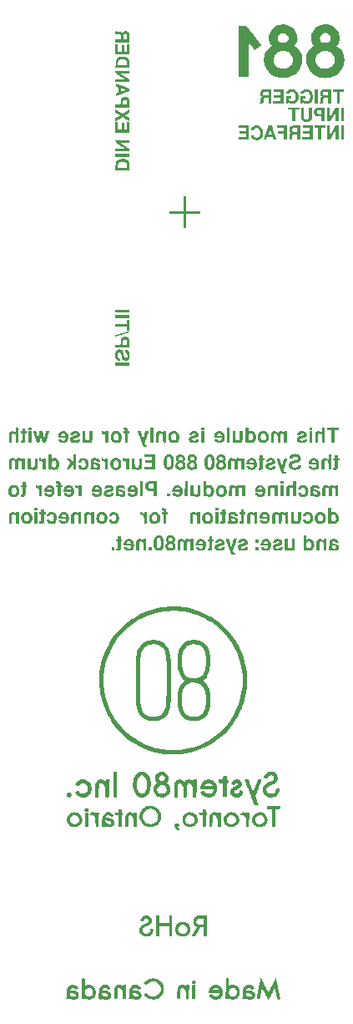
<source format=gbo>
%TF.GenerationSoftware,KiCad,Pcbnew,5.99.0-unknown-909dca71c~104~ubuntu18.04.1*%
%TF.CreationDate,2021-01-02T13:38:36-05:00*%
%TF.ProjectId,881_back_panel,3838315f-6261-4636-9b5f-70616e656c2e,rev?*%
%TF.SameCoordinates,Original*%
%TF.FileFunction,Legend,Bot*%
%TF.FilePolarity,Positive*%
%FSLAX46Y46*%
G04 Gerber Fmt 4.6, Leading zero omitted, Abs format (unit mm)*
G04 Created by KiCad (PCBNEW 5.99.0-unknown-909dca71c~104~ubuntu18.04.1) date 2021-01-02 13:38:36*
%MOMM*%
%LPD*%
G01*
G04 APERTURE LIST*
G04 APERTURE END LIST*
%TO.C,G\u002A\u002A\u002A*%
G36*
X130281446Y-122582950D02*
G01*
X130282134Y-122839751D01*
X130282837Y-123122128D01*
X130283524Y-123416603D01*
X130284102Y-123700808D01*
X130284487Y-123960702D01*
X130284636Y-124197608D01*
X130284506Y-124412849D01*
X130284052Y-124607746D01*
X130283230Y-124783622D01*
X130281997Y-124941800D01*
X130280309Y-125083601D01*
X130278121Y-125210349D01*
X130275389Y-125323366D01*
X130272071Y-125423974D01*
X130268121Y-125513495D01*
X130263496Y-125593252D01*
X130258153Y-125664568D01*
X130252046Y-125728765D01*
X130245132Y-125787164D01*
X130237367Y-125841089D01*
X130228708Y-125891862D01*
X130219110Y-125940806D01*
X130208529Y-125989242D01*
X130196922Y-126038493D01*
X130184244Y-126089882D01*
X130130508Y-126273129D01*
X130048799Y-126477614D01*
X129949299Y-126662612D01*
X129832468Y-126827697D01*
X129698764Y-126972446D01*
X129548647Y-127096434D01*
X129382576Y-127199235D01*
X129201010Y-127280426D01*
X129004409Y-127339582D01*
X128793230Y-127376278D01*
X128761625Y-127379568D01*
X128644138Y-127386987D01*
X128515687Y-127389085D01*
X128388085Y-127385841D01*
X128273148Y-127377234D01*
X128103315Y-127351976D01*
X127899633Y-127300693D01*
X127712478Y-127228217D01*
X127541783Y-127134503D01*
X127387480Y-127019507D01*
X127249501Y-126883182D01*
X127127778Y-126725484D01*
X127022244Y-126546368D01*
X126996159Y-126492732D01*
X126944713Y-126371432D01*
X126896839Y-126239364D01*
X126856261Y-126107202D01*
X126826701Y-125985618D01*
X126818894Y-125947163D01*
X126811090Y-125908302D01*
X126804011Y-125871416D01*
X126797617Y-125835129D01*
X126791870Y-125798068D01*
X126786731Y-125758856D01*
X126782162Y-125716121D01*
X126778125Y-125668487D01*
X126774580Y-125614579D01*
X126771490Y-125553024D01*
X126768816Y-125482446D01*
X126766519Y-125401471D01*
X126764561Y-125308724D01*
X126762903Y-125202830D01*
X126761507Y-125082416D01*
X126760335Y-124946106D01*
X126759347Y-124792525D01*
X126758506Y-124620300D01*
X126757772Y-124428056D01*
X126757108Y-124214418D01*
X126756474Y-123978011D01*
X126755833Y-123717460D01*
X126755146Y-123431392D01*
X126754948Y-123348842D01*
X126754290Y-123055049D01*
X126753783Y-122786461D01*
X126753452Y-122541743D01*
X126753342Y-122354796D01*
X127196779Y-122354796D01*
X127196941Y-122581475D01*
X127197287Y-122831111D01*
X127197796Y-123105015D01*
X127198444Y-123404500D01*
X127199036Y-123665244D01*
X127199649Y-123929497D01*
X127200256Y-124169420D01*
X127200894Y-124386360D01*
X127201599Y-124581663D01*
X127202410Y-124756677D01*
X127203363Y-124912748D01*
X127204495Y-125051222D01*
X127205843Y-125173446D01*
X127207446Y-125280766D01*
X127209340Y-125374530D01*
X127211562Y-125456083D01*
X127214149Y-125526772D01*
X127217140Y-125587944D01*
X127220570Y-125640945D01*
X127224478Y-125687122D01*
X127228900Y-125727822D01*
X127233873Y-125764391D01*
X127239436Y-125798175D01*
X127245624Y-125830521D01*
X127252476Y-125862776D01*
X127260028Y-125896286D01*
X127268319Y-125932398D01*
X127313135Y-126098281D01*
X127381175Y-126278928D01*
X127464570Y-126437665D01*
X127563615Y-126574780D01*
X127678606Y-126690562D01*
X127809836Y-126785300D01*
X127957602Y-126859281D01*
X128122196Y-126912796D01*
X128303916Y-126946132D01*
X128326624Y-126948767D01*
X128505885Y-126959409D01*
X128682439Y-126952580D01*
X128851359Y-126928935D01*
X129007719Y-126889131D01*
X129146594Y-126833824D01*
X129280844Y-126756404D01*
X129400046Y-126662088D01*
X129504299Y-126550021D01*
X129594272Y-126419066D01*
X129670636Y-126268086D01*
X129734060Y-126095947D01*
X129785214Y-125901511D01*
X129824768Y-125683642D01*
X129825355Y-125679611D01*
X129828376Y-125656536D01*
X129831127Y-125630485D01*
X129833625Y-125600129D01*
X129835888Y-125564141D01*
X129837931Y-125521192D01*
X129839771Y-125469952D01*
X129841426Y-125409092D01*
X129842911Y-125337285D01*
X129844243Y-125253202D01*
X129845439Y-125155513D01*
X129846516Y-125042891D01*
X129847490Y-124914005D01*
X129848378Y-124767528D01*
X129849196Y-124602131D01*
X129849962Y-124416486D01*
X129850691Y-124209262D01*
X129851401Y-123979132D01*
X129852108Y-123724767D01*
X129852829Y-123444839D01*
X129852961Y-123391440D01*
X129853642Y-123094039D01*
X129854148Y-122821996D01*
X129854455Y-122574002D01*
X129854543Y-122348747D01*
X129854389Y-122144921D01*
X129853972Y-121961213D01*
X129853269Y-121796315D01*
X129852260Y-121648916D01*
X129850922Y-121517706D01*
X129849234Y-121401375D01*
X129847173Y-121298613D01*
X129844718Y-121208111D01*
X129841847Y-121128558D01*
X129838538Y-121058645D01*
X129834769Y-120997061D01*
X129830520Y-120942498D01*
X129825767Y-120893644D01*
X129820489Y-120849190D01*
X129814664Y-120807825D01*
X129808270Y-120768241D01*
X129803740Y-120742447D01*
X129756956Y-120534066D01*
X129695725Y-120348091D01*
X129619795Y-120184117D01*
X129528912Y-120041741D01*
X129422824Y-119920558D01*
X129301279Y-119820165D01*
X129164021Y-119740159D01*
X129120926Y-119720207D01*
X128984931Y-119668468D01*
X128844778Y-119633154D01*
X128693884Y-119612883D01*
X128525662Y-119606275D01*
X128429883Y-119608951D01*
X128289567Y-119621792D01*
X128154511Y-119643949D01*
X128035133Y-119673983D01*
X128025097Y-119677141D01*
X127872915Y-119738149D01*
X127736949Y-119818995D01*
X127616858Y-119920137D01*
X127512304Y-120042036D01*
X127422947Y-120185151D01*
X127348446Y-120349942D01*
X127288463Y-120536868D01*
X127242657Y-120746389D01*
X127237037Y-120779619D01*
X127231285Y-120817396D01*
X127226066Y-120857141D01*
X127221359Y-120900165D01*
X127217142Y-120947781D01*
X127213392Y-121001299D01*
X127210088Y-121062033D01*
X127207208Y-121131294D01*
X127204731Y-121210393D01*
X127202635Y-121300643D01*
X127200896Y-121403355D01*
X127199495Y-121519841D01*
X127198409Y-121651413D01*
X127197616Y-121799383D01*
X127197095Y-121965062D01*
X127196823Y-122149763D01*
X127196779Y-122354796D01*
X126753342Y-122354796D01*
X126753321Y-122319563D01*
X126753416Y-122118587D01*
X126753762Y-121937482D01*
X126754382Y-121774914D01*
X126755302Y-121629550D01*
X126756546Y-121500056D01*
X126758138Y-121385099D01*
X126760105Y-121283347D01*
X126762470Y-121193464D01*
X126765257Y-121114119D01*
X126768493Y-121043977D01*
X126772201Y-120981705D01*
X126776406Y-120925970D01*
X126781132Y-120875439D01*
X126786406Y-120828777D01*
X126792250Y-120784653D01*
X126798690Y-120741731D01*
X126805751Y-120698679D01*
X126822363Y-120608612D01*
X126879924Y-120373875D01*
X126954536Y-120159839D01*
X127046083Y-119966601D01*
X127154450Y-119794260D01*
X127279521Y-119642912D01*
X127421180Y-119512654D01*
X127579312Y-119403584D01*
X127753801Y-119315799D01*
X127944532Y-119249395D01*
X128151388Y-119204471D01*
X128374255Y-119181124D01*
X128613016Y-119179450D01*
X128708291Y-119184702D01*
X128919730Y-119210279D01*
X129113547Y-119254885D01*
X129291315Y-119319153D01*
X129454604Y-119403718D01*
X129604983Y-119509215D01*
X129744023Y-119636277D01*
X129752773Y-119645344D01*
X129833185Y-119734421D01*
X129900325Y-119821987D01*
X129960687Y-119917267D01*
X130020765Y-120029487D01*
X130071090Y-120137932D01*
X130128761Y-120289406D01*
X130177752Y-120454580D01*
X130219282Y-120637693D01*
X130254567Y-120842986D01*
X130256220Y-120854495D01*
X130259152Y-120877970D01*
X130261821Y-120904637D01*
X130264244Y-120935811D01*
X130266437Y-120972810D01*
X130268416Y-121016950D01*
X130270198Y-121069549D01*
X130271798Y-121131922D01*
X130273235Y-121205386D01*
X130274523Y-121291259D01*
X130275678Y-121390857D01*
X130276719Y-121505497D01*
X130277660Y-121636495D01*
X130278518Y-121785169D01*
X130279309Y-121952834D01*
X130280050Y-122140808D01*
X130280752Y-122348747D01*
X130280757Y-122350408D01*
X130281446Y-122582950D01*
G37*
G36*
X134275941Y-125714516D02*
G01*
X134252272Y-125916626D01*
X134218358Y-126102424D01*
X134173653Y-126274932D01*
X134117609Y-126437170D01*
X134049678Y-126592158D01*
X134000398Y-126685771D01*
X133894390Y-126846674D01*
X133771440Y-126986762D01*
X133631480Y-127106082D01*
X133474437Y-127204682D01*
X133300240Y-127282611D01*
X133108820Y-127339916D01*
X132900106Y-127376647D01*
X132891628Y-127377628D01*
X132809103Y-127383593D01*
X132709284Y-127385951D01*
X132599520Y-127384959D01*
X132487160Y-127380870D01*
X132379553Y-127373942D01*
X132284046Y-127364428D01*
X132207990Y-127352585D01*
X132052631Y-127314728D01*
X131885138Y-127255625D01*
X131734974Y-127179968D01*
X131598908Y-127086083D01*
X131473709Y-126972297D01*
X131395681Y-126885237D01*
X131301645Y-126756845D01*
X131220348Y-126614505D01*
X131150792Y-126455855D01*
X131091979Y-126278535D01*
X131042909Y-126080185D01*
X131002585Y-125858444D01*
X130997995Y-125822499D01*
X130991481Y-125745255D01*
X130986142Y-125648614D01*
X130982005Y-125537195D01*
X130979099Y-125415621D01*
X130977450Y-125288513D01*
X130977258Y-125220825D01*
X131414116Y-125220825D01*
X131414348Y-125297848D01*
X131417337Y-125462532D01*
X131424044Y-125607297D01*
X131434825Y-125736904D01*
X131450034Y-125856115D01*
X131470027Y-125969691D01*
X131470824Y-125973654D01*
X131518359Y-126167200D01*
X131578547Y-126337447D01*
X131652204Y-126485232D01*
X131740145Y-126611391D01*
X131843186Y-126716763D01*
X131962143Y-126802184D01*
X132097831Y-126868490D01*
X132251066Y-126916519D01*
X132422664Y-126947107D01*
X132495702Y-126953889D01*
X132577794Y-126958284D01*
X132651129Y-126959337D01*
X132836885Y-126947618D01*
X133012409Y-126916386D01*
X133169850Y-126865426D01*
X133309633Y-126794416D01*
X133432188Y-126703036D01*
X133537943Y-126590962D01*
X133627325Y-126457874D01*
X133700763Y-126303451D01*
X133758686Y-126127369D01*
X133769658Y-126084591D01*
X133806064Y-125905395D01*
X133832709Y-125709053D01*
X133849624Y-125500853D01*
X133856838Y-125286081D01*
X133854382Y-125070024D01*
X133842284Y-124857968D01*
X133820574Y-124655201D01*
X133789282Y-124467008D01*
X133748438Y-124298677D01*
X133719350Y-124207876D01*
X133651090Y-124045493D01*
X133567902Y-123905142D01*
X133469115Y-123786300D01*
X133354059Y-123688445D01*
X133222062Y-123611054D01*
X133072454Y-123553606D01*
X132904562Y-123515578D01*
X132717716Y-123496448D01*
X132557163Y-123494742D01*
X132372136Y-123510897D01*
X132203533Y-123547119D01*
X132051853Y-123603215D01*
X131917595Y-123678992D01*
X131801258Y-123774257D01*
X131703342Y-123888817D01*
X131654066Y-123964081D01*
X131588305Y-124090093D01*
X131533669Y-124231042D01*
X131489779Y-124388670D01*
X131456257Y-124564720D01*
X131432725Y-124760934D01*
X131418804Y-124979055D01*
X131414116Y-125220825D01*
X130977258Y-125220825D01*
X130977086Y-125160493D01*
X130978035Y-125036181D01*
X130980323Y-124920199D01*
X130983980Y-124817169D01*
X130989031Y-124731712D01*
X130995505Y-124668449D01*
X131023664Y-124493603D01*
X131065888Y-124294413D01*
X131116665Y-124115549D01*
X131177068Y-123953814D01*
X131248172Y-123806012D01*
X131331047Y-123668946D01*
X131345045Y-123648547D01*
X131416894Y-123554648D01*
X131496228Y-123465788D01*
X131576891Y-123388469D01*
X131652725Y-123329192D01*
X131721623Y-123282770D01*
X131618748Y-123201761D01*
X131525142Y-123121071D01*
X131402200Y-122988745D01*
X131295181Y-122838396D01*
X131203698Y-122669162D01*
X131127366Y-122480183D01*
X131065801Y-122270597D01*
X131018616Y-122039544D01*
X130985427Y-121786162D01*
X130983813Y-121767752D01*
X130979908Y-121703947D01*
X130976547Y-121621804D01*
X130973916Y-121527493D01*
X130972201Y-121427185D01*
X130972130Y-121415530D01*
X131412533Y-121415530D01*
X131419701Y-121644729D01*
X131436961Y-121852818D01*
X131464552Y-122041554D01*
X131502714Y-122212695D01*
X131551685Y-122367999D01*
X131611705Y-122509224D01*
X131644821Y-122575187D01*
X131675883Y-122629940D01*
X131707633Y-122675511D01*
X131745781Y-122720027D01*
X131796037Y-122771616D01*
X131799122Y-122774672D01*
X131894404Y-122858785D01*
X131993588Y-122924991D01*
X132102144Y-122975873D01*
X132225544Y-123014011D01*
X132369260Y-123041985D01*
X132392144Y-123045311D01*
X132571199Y-123060401D01*
X132748745Y-123056823D01*
X132919814Y-123035172D01*
X133079438Y-122996041D01*
X133222646Y-122940023D01*
X133296038Y-122901100D01*
X133406236Y-122826003D01*
X133502762Y-122736480D01*
X133586257Y-122631146D01*
X133657364Y-122508616D01*
X133716727Y-122367507D01*
X133764987Y-122206434D01*
X133802788Y-122024013D01*
X133830771Y-121818858D01*
X133849581Y-121589586D01*
X133853545Y-121506985D01*
X133856554Y-121338953D01*
X133853737Y-121165854D01*
X133845414Y-120995579D01*
X133831901Y-120836023D01*
X133813518Y-120695077D01*
X133795625Y-120595638D01*
X133747234Y-120400379D01*
X133684728Y-120227718D01*
X133607892Y-120077326D01*
X133516509Y-119948875D01*
X133410364Y-119842038D01*
X133289240Y-119756486D01*
X133152923Y-119691891D01*
X133132162Y-119684184D01*
X133057570Y-119659000D01*
X132987269Y-119640439D01*
X132915040Y-119627586D01*
X132834664Y-119619525D01*
X132739925Y-119615342D01*
X132624603Y-119614120D01*
X132533409Y-119614497D01*
X132459050Y-119616081D01*
X132399954Y-119619354D01*
X132350200Y-119624795D01*
X132303865Y-119632887D01*
X132255027Y-119644109D01*
X132203623Y-119658040D01*
X132057880Y-119712072D01*
X131928058Y-119784093D01*
X131813785Y-119874746D01*
X131714686Y-119984674D01*
X131630388Y-120114519D01*
X131560518Y-120264925D01*
X131504701Y-120436535D01*
X131462564Y-120629991D01*
X131433733Y-120845939D01*
X131417836Y-121085019D01*
X131415218Y-121163463D01*
X131412533Y-121415530D01*
X130972130Y-121415530D01*
X130971588Y-121327052D01*
X130973257Y-121167355D01*
X130982209Y-120948315D01*
X130999365Y-120749353D01*
X131025255Y-120566997D01*
X131060408Y-120397775D01*
X131105350Y-120238216D01*
X131160611Y-120084847D01*
X131197705Y-119998271D01*
X131289897Y-119824600D01*
X131397657Y-119672553D01*
X131521762Y-119541473D01*
X131662991Y-119430708D01*
X131822123Y-119339603D01*
X131999936Y-119267503D01*
X132197208Y-119213755D01*
X132257706Y-119203155D01*
X132357362Y-119192086D01*
X132471458Y-119184786D01*
X132593160Y-119181315D01*
X132715636Y-119181729D01*
X132832052Y-119186085D01*
X132935572Y-119194442D01*
X133019365Y-119206855D01*
X133189568Y-119248940D01*
X133373507Y-119315270D01*
X133539638Y-119400105D01*
X133688316Y-119503896D01*
X133819895Y-119627096D01*
X133934731Y-119770156D01*
X134033177Y-119933527D01*
X134115589Y-120117661D01*
X134182322Y-120323009D01*
X134233729Y-120550024D01*
X134270167Y-120799156D01*
X134290293Y-121026344D01*
X134300447Y-121292870D01*
X134299633Y-121338953D01*
X134295868Y-121552353D01*
X134276903Y-121802386D01*
X134243899Y-122040558D01*
X134197203Y-122264459D01*
X134137161Y-122471680D01*
X134064120Y-122659811D01*
X133978428Y-122826444D01*
X133973103Y-122835296D01*
X133914487Y-122921228D01*
X133843081Y-123010089D01*
X133765048Y-123095115D01*
X133686554Y-123169541D01*
X133613763Y-123226602D01*
X133533327Y-123281254D01*
X133565809Y-123302538D01*
X133703005Y-123407301D01*
X133831279Y-123537827D01*
X133944490Y-123689640D01*
X134041731Y-123861673D01*
X134110832Y-124017965D01*
X134169398Y-124185615D01*
X134216072Y-124363714D01*
X134251400Y-124555227D01*
X134275926Y-124763120D01*
X134290193Y-124990361D01*
X134294748Y-125239915D01*
X134294738Y-125249276D01*
X134294009Y-125286081D01*
X134289914Y-125493073D01*
X134275941Y-125714516D01*
G37*
G36*
X124682064Y-58586766D02*
G01*
X124682064Y-58290948D01*
X125246508Y-58290948D01*
X125488413Y-58290948D01*
X125868474Y-58290948D01*
X125861517Y-58072446D01*
X125859474Y-58015830D01*
X125854876Y-57933341D01*
X125848247Y-57871796D01*
X125838623Y-57827383D01*
X125825038Y-57796290D01*
X125806527Y-57774704D01*
X125782125Y-57758812D01*
X125773951Y-57755131D01*
X125726649Y-57743969D01*
X125668651Y-57740459D01*
X125612077Y-57744713D01*
X125569048Y-57756844D01*
X125560558Y-57761388D01*
X125534668Y-57781297D01*
X125515562Y-57809488D01*
X125502312Y-57849666D01*
X125493991Y-57905535D01*
X125489674Y-57980801D01*
X125488434Y-58079169D01*
X125488413Y-58290948D01*
X125246508Y-58290948D01*
X125246508Y-58102268D01*
X125246153Y-58049626D01*
X125243212Y-57968555D01*
X125236585Y-57907906D01*
X125225422Y-57863518D01*
X125208871Y-57831230D01*
X125186082Y-57806882D01*
X125176834Y-57801361D01*
X125150606Y-57793781D01*
X125107837Y-57787831D01*
X125045081Y-57783091D01*
X124958894Y-57779140D01*
X124927050Y-57777781D01*
X124855110Y-57773443D01*
X124792578Y-57767982D01*
X124745275Y-57761961D01*
X124719021Y-57755942D01*
X124682064Y-57740316D01*
X124682064Y-57585352D01*
X124682126Y-57547062D01*
X124682891Y-57492939D01*
X124685167Y-57458755D01*
X124689741Y-57439965D01*
X124697404Y-57432024D01*
X124708942Y-57430387D01*
X124731546Y-57436009D01*
X124760637Y-57455216D01*
X124762869Y-57457336D01*
X124778322Y-57467234D01*
X124802440Y-57474661D01*
X124839775Y-57480355D01*
X124894878Y-57485052D01*
X124972304Y-57489490D01*
X124986856Y-57490258D01*
X125059480Y-57495025D01*
X125125581Y-57500786D01*
X125178379Y-57506882D01*
X125211095Y-57512656D01*
X125256602Y-57531312D01*
X125309058Y-57574499D01*
X125342643Y-57632216D01*
X125343243Y-57633915D01*
X125355436Y-57661167D01*
X125365439Y-57672419D01*
X125371061Y-57667980D01*
X125386856Y-57645679D01*
X125406843Y-57610904D01*
X125429641Y-57574921D01*
X125489679Y-57515221D01*
X125565580Y-57472868D01*
X125653161Y-57449259D01*
X125748239Y-57445794D01*
X125846632Y-57463870D01*
X125854326Y-57466226D01*
X125941815Y-57505689D01*
X126010237Y-57563492D01*
X126061470Y-57641186D01*
X126099895Y-57719481D01*
X126104380Y-58153124D01*
X126105806Y-58290948D01*
X126108865Y-58586766D01*
X124682064Y-58586766D01*
G37*
G36*
X124923969Y-59541451D02*
G01*
X125300265Y-59541451D01*
X125300265Y-58869137D01*
X125542170Y-58869137D01*
X125542170Y-59541451D01*
X125864709Y-59541451D01*
X125864709Y-58815352D01*
X126106614Y-58815352D01*
X126106614Y-59317346D01*
X126106612Y-59327289D01*
X126106342Y-59440321D01*
X126105646Y-59544562D01*
X126104580Y-59636995D01*
X126103194Y-59714602D01*
X126101543Y-59774367D01*
X126099679Y-59813273D01*
X126097655Y-59828304D01*
X126094907Y-59828992D01*
X126070246Y-59830671D01*
X126022231Y-59832231D01*
X125953393Y-59833637D01*
X125866261Y-59834860D01*
X125763364Y-59835866D01*
X125647231Y-59836624D01*
X125520393Y-59837102D01*
X125385380Y-59837269D01*
X124682064Y-59837269D01*
X124682064Y-58775013D01*
X124923969Y-58775013D01*
X124923969Y-59541451D01*
G37*
G36*
X126109996Y-61195342D02*
G01*
X124679519Y-61195342D01*
X124683695Y-60912970D01*
X124920918Y-60912970D01*
X125387713Y-60912970D01*
X125512697Y-60912861D01*
X125613448Y-60912459D01*
X125692588Y-60911644D01*
X125752737Y-60910295D01*
X125796518Y-60908295D01*
X125826552Y-60905524D01*
X125845462Y-60901861D01*
X125855867Y-60897189D01*
X125860392Y-60891387D01*
X125862774Y-60873946D01*
X125863817Y-60834221D01*
X125863041Y-60779534D01*
X125860444Y-60716235D01*
X125859104Y-60693720D01*
X125848382Y-60593917D01*
X125829343Y-60515942D01*
X125799540Y-60456017D01*
X125756525Y-60410365D01*
X125697852Y-60375212D01*
X125621074Y-60346778D01*
X125579240Y-60335150D01*
X125537199Y-60327015D01*
X125491130Y-60322867D01*
X125433443Y-60322052D01*
X125356545Y-60323912D01*
X125263287Y-60329383D01*
X125181041Y-60341012D01*
X125115442Y-60360006D01*
X125061314Y-60387909D01*
X125013483Y-60426264D01*
X125011325Y-60428323D01*
X124981489Y-60459764D01*
X124959973Y-60491531D01*
X124945245Y-60528934D01*
X124935773Y-60577286D01*
X124930026Y-60641899D01*
X124926473Y-60728084D01*
X124920918Y-60912970D01*
X124683695Y-60912970D01*
X124684939Y-60828931D01*
X124685748Y-60775507D01*
X124687471Y-60676784D01*
X124689384Y-60599583D01*
X124691791Y-60540223D01*
X124694997Y-60495023D01*
X124699307Y-60460301D01*
X124705025Y-60432374D01*
X124712456Y-60407562D01*
X124721905Y-60382182D01*
X124769191Y-60293105D01*
X124840974Y-60210306D01*
X124932383Y-60141562D01*
X125041096Y-60088000D01*
X125164793Y-60050748D01*
X125301153Y-60030932D01*
X125447853Y-60029680D01*
X125496085Y-60033317D01*
X125636435Y-60056020D01*
X125760955Y-60095184D01*
X125867947Y-60149803D01*
X125955708Y-60218869D01*
X126022538Y-60301375D01*
X126066737Y-60396312D01*
X126074045Y-60420343D01*
X126081749Y-60451188D01*
X126087740Y-60485281D01*
X126092340Y-60526562D01*
X126095872Y-60578971D01*
X126098658Y-60646449D01*
X126101023Y-60732938D01*
X126103120Y-60834221D01*
X126103288Y-60842377D01*
X126109996Y-61195342D01*
G37*
G36*
X138708399Y-57861576D02*
G01*
X138721966Y-57878797D01*
X138832728Y-58019457D01*
X138938553Y-58153962D01*
X139038270Y-58280816D01*
X139130709Y-58398525D01*
X139214696Y-58505592D01*
X139289061Y-58600522D01*
X139352631Y-58681820D01*
X139404236Y-58747990D01*
X139442704Y-58797537D01*
X139466863Y-58828964D01*
X139475541Y-58840778D01*
X139474436Y-58842897D01*
X139457875Y-58858568D01*
X139423994Y-58886898D01*
X139375941Y-58925492D01*
X139316864Y-58971952D01*
X139249908Y-59023882D01*
X139178223Y-59078888D01*
X139104955Y-59134571D01*
X139033251Y-59188536D01*
X138966260Y-59238387D01*
X138907127Y-59281728D01*
X138859002Y-59316162D01*
X138825030Y-59339293D01*
X138808360Y-59348725D01*
X138806987Y-59348808D01*
X138794463Y-59340936D01*
X138772638Y-59318121D01*
X138740562Y-59279133D01*
X138697288Y-59222743D01*
X138641867Y-59147721D01*
X138573352Y-59052838D01*
X138490794Y-58936863D01*
X138461406Y-58895462D01*
X138381131Y-58783519D01*
X138313192Y-58690633D01*
X138258097Y-58617472D01*
X138216356Y-58564702D01*
X138188479Y-58532992D01*
X138174974Y-58523009D01*
X138173660Y-58523663D01*
X138170871Y-58528692D01*
X138168353Y-58539704D01*
X138166089Y-58558004D01*
X138164062Y-58584901D01*
X138162254Y-58621701D01*
X138160648Y-58669710D01*
X138159227Y-58730236D01*
X138157974Y-58804586D01*
X138156872Y-58894066D01*
X138155903Y-58999984D01*
X138155050Y-59123646D01*
X138154296Y-59266359D01*
X138153623Y-59429430D01*
X138153015Y-59614166D01*
X138152455Y-59821874D01*
X138151924Y-60053861D01*
X138151406Y-60311433D01*
X138147997Y-62096242D01*
X137193916Y-62096242D01*
X137193916Y-56892536D01*
X137944946Y-56892536D01*
X138708399Y-57861576D01*
G37*
G36*
X143592467Y-60732441D02*
G01*
X143539163Y-60930972D01*
X143463121Y-61122042D01*
X143364349Y-61302810D01*
X143354735Y-61317906D01*
X143221321Y-61501126D01*
X143069624Y-61665220D01*
X142900986Y-61809390D01*
X142716747Y-61932840D01*
X142518247Y-62034772D01*
X142306826Y-62114389D01*
X142083824Y-62170892D01*
X141850582Y-62203485D01*
X141714367Y-62209742D01*
X141510098Y-62201142D01*
X141304195Y-62172718D01*
X141104327Y-62125641D01*
X140918161Y-62061081D01*
X140764579Y-61990170D01*
X140573791Y-61878406D01*
X140400556Y-61748852D01*
X140245721Y-61603215D01*
X140110133Y-61443196D01*
X139994637Y-61270500D01*
X139900079Y-61086829D01*
X139827306Y-60893888D01*
X139777164Y-60693381D01*
X139750499Y-60487010D01*
X139749043Y-60356115D01*
X140716376Y-60356115D01*
X140720774Y-60461537D01*
X140733562Y-60560786D01*
X140754327Y-60644045D01*
X140765822Y-60675429D01*
X140830248Y-60805138D01*
X140916786Y-60924612D01*
X141022259Y-61030996D01*
X141143491Y-61121433D01*
X141277307Y-61193069D01*
X141420529Y-61243048D01*
X141445296Y-61248745D01*
X141527805Y-61261139D01*
X141623421Y-61268429D01*
X141722343Y-61270329D01*
X141814770Y-61266552D01*
X141890900Y-61256810D01*
X141960883Y-61240498D01*
X142110847Y-61187762D01*
X142247851Y-61114527D01*
X142369573Y-61022706D01*
X142473694Y-60914216D01*
X142557894Y-60790973D01*
X142619852Y-60654893D01*
X142636666Y-60597071D01*
X142654963Y-60491620D01*
X142662693Y-60377887D01*
X142659340Y-60266155D01*
X142644385Y-60166702D01*
X142643013Y-60160908D01*
X142596490Y-60022934D01*
X142526550Y-59891749D01*
X142436359Y-59771021D01*
X142329084Y-59664417D01*
X142207890Y-59575606D01*
X142075944Y-59508254D01*
X142070776Y-59506172D01*
X141922294Y-59460769D01*
X141765562Y-59438373D01*
X141606037Y-59438979D01*
X141449175Y-59462579D01*
X141300434Y-59509168D01*
X141167932Y-59576834D01*
X141046483Y-59666092D01*
X140939294Y-59773302D01*
X140849461Y-59894870D01*
X140780078Y-60027201D01*
X140734240Y-60166702D01*
X140720780Y-60254336D01*
X140716376Y-60356115D01*
X139749043Y-60356115D01*
X139748157Y-60276480D01*
X139770984Y-60063493D01*
X139819826Y-59849754D01*
X139838527Y-59790018D01*
X139908411Y-59616843D01*
X139997077Y-59455594D01*
X140102378Y-59309019D01*
X140222163Y-59179866D01*
X140354282Y-59070881D01*
X140496588Y-58984811D01*
X140527498Y-58968221D01*
X140556105Y-58950067D01*
X140567143Y-58938942D01*
X140559719Y-58926739D01*
X140537537Y-58901125D01*
X140505757Y-58868575D01*
X140419899Y-58768626D01*
X140345365Y-58644561D01*
X140289454Y-58505695D01*
X140253188Y-58355290D01*
X140237590Y-58196608D01*
X140239333Y-58149762D01*
X141151757Y-58149762D01*
X141152113Y-58198417D01*
X141154504Y-58248761D01*
X141160423Y-58286132D01*
X141171331Y-58318622D01*
X141188689Y-58354321D01*
X141227189Y-58418640D01*
X141303035Y-58508120D01*
X141395074Y-58576763D01*
X141505215Y-58626205D01*
X141563572Y-58641655D01*
X141669703Y-58653495D01*
X141777753Y-58648176D01*
X141876403Y-58625715D01*
X141939959Y-58599965D01*
X142039721Y-58538865D01*
X142122508Y-58457449D01*
X142189936Y-58354321D01*
X142203112Y-58328021D01*
X142215692Y-58295445D01*
X142222871Y-58260271D01*
X142226110Y-58214407D01*
X142226868Y-58149762D01*
X142226479Y-58099133D01*
X142223926Y-58048836D01*
X142217601Y-58010380D01*
X142205925Y-57975173D01*
X142187318Y-57934622D01*
X142180656Y-57921533D01*
X142116772Y-57827996D01*
X142034422Y-57750693D01*
X141937570Y-57691591D01*
X141830179Y-57652655D01*
X141716213Y-57635851D01*
X141599635Y-57643146D01*
X141551019Y-57653324D01*
X141435683Y-57694428D01*
X141336023Y-57755914D01*
X141253932Y-57836430D01*
X141191307Y-57934622D01*
X141176647Y-57965855D01*
X141163384Y-58001594D01*
X141155867Y-58038430D01*
X141152518Y-58084955D01*
X141151757Y-58149762D01*
X140239333Y-58149762D01*
X140243684Y-58032910D01*
X140249240Y-57986306D01*
X140287833Y-57792562D01*
X140349383Y-57611923D01*
X140432891Y-57445507D01*
X140537356Y-57294430D01*
X140661781Y-57159809D01*
X140805167Y-57042761D01*
X140966514Y-56944403D01*
X141144823Y-56865852D01*
X141339096Y-56808225D01*
X141370979Y-56801659D01*
X141469052Y-56788229D01*
X141582054Y-56780214D01*
X141701747Y-56777670D01*
X141819890Y-56780655D01*
X141928245Y-56789229D01*
X142018572Y-56803447D01*
X142088024Y-56820040D01*
X142278280Y-56882438D01*
X142452367Y-56965476D01*
X142609293Y-57068061D01*
X142748066Y-57189101D01*
X142867696Y-57327505D01*
X142967190Y-57482179D01*
X143045556Y-57652033D01*
X143101804Y-57835974D01*
X143134941Y-58032910D01*
X143139782Y-58149762D01*
X143141301Y-58186456D01*
X143127033Y-58345548D01*
X143092034Y-58496568D01*
X143037324Y-58636253D01*
X142963928Y-58761343D01*
X142872868Y-58868575D01*
X142843693Y-58898326D01*
X142820408Y-58924830D01*
X142811482Y-58938942D01*
X142818658Y-58947112D01*
X142844262Y-58964201D01*
X142882037Y-58984811D01*
X142951562Y-59023843D01*
X143068074Y-59106146D01*
X143180592Y-59205327D01*
X143282793Y-59315584D01*
X143368354Y-59431113D01*
X143434478Y-59543680D01*
X143517723Y-59727314D01*
X143578195Y-59920532D01*
X143615899Y-60120495D01*
X143630841Y-60324362D01*
X143628800Y-60377887D01*
X143623029Y-60529291D01*
X143592467Y-60732441D01*
G37*
G36*
X147864924Y-60711276D02*
G01*
X147823766Y-60879679D01*
X147750643Y-61079432D01*
X147654095Y-61268326D01*
X147535364Y-61444772D01*
X147395688Y-61607183D01*
X147236307Y-61753972D01*
X147058460Y-61883549D01*
X146863387Y-61994328D01*
X146861422Y-61995302D01*
X146677817Y-62077291D01*
X146499279Y-62137836D01*
X146318144Y-62179109D01*
X146126749Y-62203285D01*
X146099804Y-62205499D01*
X146046225Y-62209909D01*
X146004911Y-62213318D01*
X145983122Y-62215129D01*
X145975736Y-62215527D01*
X145933095Y-62214526D01*
X145872090Y-62210108D01*
X145799176Y-62203005D01*
X145720809Y-62193948D01*
X145643445Y-62183670D01*
X145573538Y-62172901D01*
X145517545Y-62162374D01*
X145442893Y-62144708D01*
X145230011Y-62077241D01*
X145029318Y-61988031D01*
X144842305Y-61878581D01*
X144670461Y-61750396D01*
X144515275Y-61604978D01*
X144378238Y-61443832D01*
X144260837Y-61268461D01*
X144164564Y-61080369D01*
X144090907Y-60881060D01*
X144041355Y-60672038D01*
X144038368Y-60653366D01*
X144028949Y-60568704D01*
X144022831Y-60469466D01*
X144020199Y-60366862D01*
X144979724Y-60366862D01*
X144992674Y-60514619D01*
X145001138Y-60556710D01*
X145046995Y-60701401D01*
X145115526Y-60833957D01*
X145204883Y-60952544D01*
X145313220Y-61055327D01*
X145438689Y-61140473D01*
X145579442Y-61206145D01*
X145733634Y-61250511D01*
X145768027Y-61257116D01*
X145937850Y-61274548D01*
X146102754Y-61265590D01*
X146263261Y-61230182D01*
X146419895Y-61168259D01*
X146555437Y-61089589D01*
X146673535Y-60992347D01*
X146771413Y-60877616D01*
X146849587Y-60744892D01*
X146866556Y-60707485D01*
X146912793Y-60565392D01*
X146933534Y-60418553D01*
X146928805Y-60269858D01*
X146898630Y-60122195D01*
X146843034Y-59978454D01*
X146771357Y-59853059D01*
X146675947Y-59734054D01*
X146561630Y-59633467D01*
X146426614Y-59549454D01*
X146349623Y-59513509D01*
X146199523Y-59464888D01*
X146043044Y-59439543D01*
X145884704Y-59437708D01*
X145729021Y-59459619D01*
X145580512Y-59505509D01*
X145513769Y-59535385D01*
X145381188Y-59614167D01*
X145264835Y-59710632D01*
X145166233Y-59822170D01*
X145086900Y-59946173D01*
X145028357Y-60080029D01*
X144992125Y-60221129D01*
X144979724Y-60366862D01*
X144020199Y-60366862D01*
X144020122Y-60363891D01*
X144020935Y-60260218D01*
X144025380Y-60166683D01*
X144033567Y-60091524D01*
X144071892Y-59907379D01*
X144134903Y-59711848D01*
X144217946Y-59532795D01*
X144320513Y-59371010D01*
X144442094Y-59227281D01*
X144582179Y-59102399D01*
X144740258Y-58997152D01*
X144839981Y-58940292D01*
X144805532Y-58908076D01*
X144781833Y-58883696D01*
X144736859Y-58829653D01*
X144689524Y-58765442D01*
X144645989Y-58699594D01*
X144612414Y-58640640D01*
X144591277Y-58595524D01*
X144541603Y-58449621D01*
X144513489Y-58293269D01*
X144506493Y-58130069D01*
X144506925Y-58124806D01*
X145411310Y-58124806D01*
X145418783Y-58229705D01*
X145447283Y-58326878D01*
X145501388Y-58427930D01*
X145576129Y-58513051D01*
X145669762Y-58580325D01*
X145780548Y-58627834D01*
X145806584Y-58634944D01*
X145886892Y-58648272D01*
X145973630Y-58652905D01*
X146056258Y-58648619D01*
X146124233Y-58635188D01*
X146197798Y-58606962D01*
X146300436Y-58546531D01*
X146383922Y-58468307D01*
X146446948Y-58373623D01*
X146488207Y-58263815D01*
X146497340Y-58220493D01*
X146503051Y-58113606D01*
X146485655Y-58012873D01*
X146447689Y-57920158D01*
X146391692Y-57837325D01*
X146320199Y-57766237D01*
X146235748Y-57708757D01*
X146140877Y-57666750D01*
X146038122Y-57642079D01*
X145930022Y-57636608D01*
X145819112Y-57652199D01*
X145707931Y-57690717D01*
X145695998Y-57696381D01*
X145603556Y-57755396D01*
X145526636Y-57831904D01*
X145467468Y-57921748D01*
X145428282Y-58020768D01*
X145411310Y-58124806D01*
X144506925Y-58124806D01*
X144520173Y-57963622D01*
X144554084Y-57797528D01*
X144607784Y-57635387D01*
X144680830Y-57480801D01*
X144772779Y-57337369D01*
X144848609Y-57244482D01*
X144980146Y-57117042D01*
X145127995Y-57008414D01*
X145289725Y-56919340D01*
X145462903Y-56850561D01*
X145645094Y-56802818D01*
X145833866Y-56776851D01*
X146026786Y-56773403D01*
X146221421Y-56793213D01*
X146415337Y-56837025D01*
X146512204Y-56868953D01*
X146686197Y-56947065D01*
X146845373Y-57046706D01*
X146988345Y-57166450D01*
X147113726Y-57304872D01*
X147220130Y-57460549D01*
X147306169Y-57632057D01*
X147370456Y-57817969D01*
X147377017Y-57843139D01*
X147386221Y-57887062D01*
X147392603Y-57934523D01*
X147396670Y-57991356D01*
X147398929Y-58063398D01*
X147399447Y-58113606D01*
X147399888Y-58156485D01*
X147399921Y-58163880D01*
X147400103Y-58247470D01*
X147399362Y-58310247D01*
X147397041Y-58357858D01*
X147392484Y-58395952D01*
X147385033Y-58430175D01*
X147374032Y-58466175D01*
X147358825Y-58509600D01*
X147345656Y-58545062D01*
X147293282Y-58661422D01*
X147230303Y-58763248D01*
X147151064Y-58860080D01*
X147075884Y-58942218D01*
X147176204Y-58999419D01*
X147275440Y-59061242D01*
X147422248Y-59176576D01*
X147548312Y-59308829D01*
X147654012Y-59458364D01*
X147660082Y-59468490D01*
X147756940Y-59657245D01*
X147829072Y-59855494D01*
X147876207Y-60061629D01*
X147898074Y-60274043D01*
X147895630Y-60418553D01*
X147894404Y-60491128D01*
X147864924Y-60711276D01*
G37*
G36*
X125390538Y-61467509D02*
G01*
X126099895Y-61470990D01*
X126103707Y-61615367D01*
X126107520Y-61759744D01*
X125146262Y-61766808D01*
X126106614Y-62327024D01*
X126106614Y-62620646D01*
X124682064Y-62620646D01*
X124682064Y-62325168D01*
X125162099Y-62321636D01*
X125642135Y-62318105D01*
X124688783Y-61763935D01*
X124681181Y-61464029D01*
X125390538Y-61467509D01*
G37*
G36*
X124688783Y-64068312D02*
G01*
X124684947Y-63927180D01*
X124684279Y-63882773D01*
X124685096Y-63830579D01*
X124687648Y-63793130D01*
X124691666Y-63776486D01*
X124700559Y-63771773D01*
X124731179Y-63759477D01*
X124777394Y-63742750D01*
X124833254Y-63723804D01*
X124964286Y-63680684D01*
X124964286Y-63414769D01*
X125206191Y-63414769D01*
X125206289Y-63460426D01*
X125207135Y-63517857D01*
X125209329Y-63555105D01*
X125213442Y-63576369D01*
X125220045Y-63585848D01*
X125229709Y-63587739D01*
X125242822Y-63584718D01*
X125277994Y-63574420D01*
X125329688Y-63558359D01*
X125393018Y-63538137D01*
X125463099Y-63515356D01*
X125535045Y-63491620D01*
X125603970Y-63468530D01*
X125664987Y-63447688D01*
X125713211Y-63430697D01*
X125743757Y-63419159D01*
X125744575Y-63418060D01*
X125731986Y-63409355D01*
X125697711Y-63393997D01*
X125644785Y-63373195D01*
X125576247Y-63348159D01*
X125495133Y-63320101D01*
X125468565Y-63311175D01*
X125390599Y-63285518D01*
X125322501Y-63263892D01*
X125268157Y-63247484D01*
X125231452Y-63237478D01*
X125216270Y-63235058D01*
X125215618Y-63235791D01*
X125211933Y-63254552D01*
X125208938Y-63294119D01*
X125206926Y-63349266D01*
X125206191Y-63414769D01*
X124964286Y-63414769D01*
X124964286Y-63147292D01*
X124826535Y-63101375D01*
X124688783Y-63055459D01*
X124684968Y-62903670D01*
X124684160Y-62865479D01*
X124684093Y-62810553D01*
X124686275Y-62776887D01*
X124691057Y-62760810D01*
X124698789Y-62758653D01*
X124706258Y-62761337D01*
X124736994Y-62772114D01*
X124788050Y-62789896D01*
X124856286Y-62813594D01*
X124938561Y-62842117D01*
X125031731Y-62874373D01*
X125132657Y-62909272D01*
X125148632Y-62914794D01*
X125267308Y-62955860D01*
X125391925Y-62999050D01*
X125516213Y-63042188D01*
X125633900Y-63083096D01*
X125738716Y-63119595D01*
X125824392Y-63149509D01*
X126099895Y-63245897D01*
X126099895Y-63566980D01*
X124688783Y-64068312D01*
G37*
G36*
X140204286Y-64785495D02*
G01*
X140204286Y-64220752D01*
X140002031Y-64220752D01*
X139998608Y-64220753D01*
X139898259Y-64222067D01*
X139821504Y-64227892D01*
X139765197Y-64241187D01*
X139726187Y-64264911D01*
X139701327Y-64302025D01*
X139687468Y-64355486D01*
X139681462Y-64428256D01*
X139680159Y-64523293D01*
X139679926Y-64561189D01*
X139677056Y-64642563D01*
X139670722Y-64700903D01*
X139660686Y-64738865D01*
X139641213Y-64785495D01*
X139330741Y-64785495D01*
X139330741Y-64751879D01*
X139333959Y-64729774D01*
X139343707Y-64718264D01*
X139348500Y-64717635D01*
X139362553Y-64705686D01*
X139373923Y-64676691D01*
X139383123Y-64628190D01*
X139390669Y-64557724D01*
X139397074Y-64462832D01*
X139400023Y-64414455D01*
X139407516Y-64328609D01*
X139417810Y-64263746D01*
X139432356Y-64215842D01*
X139452612Y-64180874D01*
X139480030Y-64154818D01*
X139516065Y-64133649D01*
X139532744Y-64125098D01*
X139560692Y-64108636D01*
X139572019Y-64098532D01*
X139563800Y-64089251D01*
X139539769Y-64075618D01*
X139508612Y-64057819D01*
X139454299Y-64012451D01*
X139406831Y-63956771D01*
X139375380Y-63900548D01*
X139358202Y-63832254D01*
X139353789Y-63761573D01*
X139640635Y-63761573D01*
X139642063Y-63827172D01*
X139659226Y-63886370D01*
X139690414Y-63933065D01*
X139733916Y-63961152D01*
X139738757Y-63962623D01*
X139775299Y-63969078D01*
X139828017Y-63973880D01*
X139891535Y-63977027D01*
X139960477Y-63978520D01*
X140029469Y-63978358D01*
X140093135Y-63976542D01*
X140146099Y-63973071D01*
X140182987Y-63967946D01*
X140198423Y-63961165D01*
X140198564Y-63960759D01*
X140200807Y-63939911D01*
X140202083Y-63898324D01*
X140202299Y-63841834D01*
X140201361Y-63776279D01*
X140197566Y-63608947D01*
X139982540Y-63608947D01*
X139911346Y-63609391D01*
X139829812Y-63612018D01*
X139768899Y-63617828D01*
X139724951Y-63627751D01*
X139694313Y-63642719D01*
X139673330Y-63663661D01*
X139658347Y-63691509D01*
X139656652Y-63695679D01*
X139640635Y-63761573D01*
X139353789Y-63761573D01*
X139352055Y-63733821D01*
X139357152Y-63663756D01*
X139382402Y-63569831D01*
X139428573Y-63492413D01*
X139495454Y-63431945D01*
X139499803Y-63429048D01*
X139530444Y-63410485D01*
X139562379Y-63395550D01*
X139598804Y-63383856D01*
X139642917Y-63375019D01*
X139697916Y-63368653D01*
X139766998Y-63364373D01*
X139853360Y-63361792D01*
X139960199Y-63360527D01*
X140090715Y-63360191D01*
X140486508Y-63360191D01*
X140486508Y-64785495D01*
X140204286Y-64785495D01*
G37*
G36*
X141736350Y-64785495D02*
G01*
X140674656Y-64785495D01*
X140674656Y-64543462D01*
X141440688Y-64543462D01*
X141440688Y-64166967D01*
X140768730Y-64166967D01*
X140768730Y-63924934D01*
X141440688Y-63924934D01*
X141440688Y-63602224D01*
X140714974Y-63602224D01*
X140714974Y-63360191D01*
X141736350Y-63360191D01*
X141736350Y-64785495D01*
G37*
G36*
X145203651Y-64785495D02*
G01*
X144907990Y-64785495D01*
X144907990Y-63360191D01*
X145203651Y-63360191D01*
X145203651Y-64785495D01*
G37*
G36*
X146265344Y-64785495D02*
G01*
X146265344Y-64218901D01*
X146050587Y-64223188D01*
X145976588Y-64224752D01*
X145916663Y-64226644D01*
X145874916Y-64229443D01*
X145846793Y-64233901D01*
X145827737Y-64240767D01*
X145813192Y-64250795D01*
X145798603Y-64264733D01*
X145788972Y-64274630D01*
X145777395Y-64289376D01*
X145769276Y-64307408D01*
X145763745Y-64333445D01*
X145759932Y-64372205D01*
X145756968Y-64428406D01*
X145753982Y-64506766D01*
X145750664Y-64579302D01*
X145744672Y-64659269D01*
X145737149Y-64716336D01*
X145728306Y-64748518D01*
X145710025Y-64785495D01*
X145557631Y-64785495D01*
X145523006Y-64785444D01*
X145468401Y-64784714D01*
X145433899Y-64782472D01*
X145414924Y-64777912D01*
X145406897Y-64770225D01*
X145405238Y-64758603D01*
X145411982Y-64734089D01*
X145432117Y-64704818D01*
X145433241Y-64703675D01*
X145448893Y-64680315D01*
X145456976Y-64646401D01*
X145459474Y-64593886D01*
X145460776Y-64535104D01*
X145465476Y-64451669D01*
X145472911Y-64371536D01*
X145482386Y-64300603D01*
X145493206Y-64244768D01*
X145504677Y-64209928D01*
X145515064Y-64194364D01*
X145547862Y-64160968D01*
X145588280Y-64131695D01*
X145650219Y-64095376D01*
X145611724Y-64075819D01*
X145553183Y-64035827D01*
X145497369Y-63979873D01*
X145454619Y-63918211D01*
X145444601Y-63897509D01*
X145433117Y-63860743D01*
X145427309Y-63814497D01*
X145426281Y-63773594D01*
X145717426Y-63773594D01*
X145719269Y-63844121D01*
X145735496Y-63901679D01*
X145767890Y-63940913D01*
X145817793Y-63964373D01*
X145825722Y-63966146D01*
X145865063Y-63971040D01*
X145922701Y-63975000D01*
X145992197Y-63977657D01*
X146067117Y-63978644D01*
X146265344Y-63978719D01*
X146265344Y-63602224D01*
X146073836Y-63602544D01*
X145988949Y-63603362D01*
X145901147Y-63607135D01*
X145834755Y-63615323D01*
X145786729Y-63629385D01*
X145754027Y-63650783D01*
X145733605Y-63680976D01*
X145722419Y-63721426D01*
X145717426Y-63773594D01*
X145426281Y-63773594D01*
X145425690Y-63750133D01*
X145428892Y-63682532D01*
X145448711Y-63586225D01*
X145487426Y-63507801D01*
X145545952Y-63445646D01*
X145625205Y-63398144D01*
X145635501Y-63393558D01*
X145654911Y-63385829D01*
X145675701Y-63379700D01*
X145701057Y-63374946D01*
X145734169Y-63371342D01*
X145778222Y-63368664D01*
X145836403Y-63366686D01*
X145911901Y-63365185D01*
X146007902Y-63363934D01*
X146127593Y-63362709D01*
X146561006Y-63358504D01*
X146561006Y-64785495D01*
X146265344Y-64785495D01*
G37*
G36*
X147864603Y-63602224D02*
G01*
X147434551Y-63602224D01*
X147434551Y-64786405D01*
X147290080Y-64782588D01*
X147145609Y-64778772D01*
X147138607Y-63602224D01*
X146735715Y-63602224D01*
X146735715Y-63360191D01*
X147864603Y-63360191D01*
X147864603Y-63602224D01*
G37*
G36*
X142657530Y-63342533D02*
G01*
X142776374Y-63365556D01*
X142889631Y-63408599D01*
X142910167Y-63419129D01*
X143013132Y-63488941D01*
X143099820Y-63577275D01*
X143169390Y-63681083D01*
X143220997Y-63797321D01*
X143253799Y-63922941D01*
X143266954Y-64054897D01*
X143259617Y-64190144D01*
X143230947Y-64325635D01*
X143180101Y-64458324D01*
X143131700Y-64541679D01*
X143052276Y-64636420D01*
X142957032Y-64715306D01*
X142850555Y-64774685D01*
X142737430Y-64810903D01*
X142735317Y-64811321D01*
X142686744Y-64817144D01*
X142624980Y-64819778D01*
X142562857Y-64818654D01*
X142516304Y-64814219D01*
X142408160Y-64787483D01*
X142313905Y-64739279D01*
X142235971Y-64670708D01*
X142202010Y-64633669D01*
X142180341Y-64614942D01*
X142169415Y-64614335D01*
X142166402Y-64630201D01*
X142165519Y-64641000D01*
X142160263Y-64674734D01*
X142151850Y-64717602D01*
X142137297Y-64785495D01*
X141964815Y-64785495D01*
X141964815Y-64019058D01*
X142529260Y-64019058D01*
X142529260Y-64261091D01*
X142209550Y-64261091D01*
X142219473Y-64305107D01*
X142222460Y-64317203D01*
X142256929Y-64397539D01*
X142311125Y-64465011D01*
X142380667Y-64517596D01*
X142461172Y-64553267D01*
X142548258Y-64569999D01*
X142637541Y-64565767D01*
X142724639Y-64538546D01*
X142793453Y-64496741D01*
X142863453Y-64426712D01*
X142916954Y-64337789D01*
X142952726Y-64232118D01*
X142969538Y-64111843D01*
X142970899Y-64072573D01*
X142962917Y-63946505D01*
X142935340Y-63837729D01*
X142888421Y-63746777D01*
X142822412Y-63674185D01*
X142737566Y-63620486D01*
X142695300Y-63604984D01*
X142613702Y-63590420D01*
X142527032Y-63590008D01*
X142446722Y-63604382D01*
X142413601Y-63617801D01*
X142353439Y-63656831D01*
X142299026Y-63708591D01*
X142259740Y-63765024D01*
X142233052Y-63817364D01*
X142098934Y-63817364D01*
X142060124Y-63816891D01*
X142010971Y-63814649D01*
X141977303Y-63810982D01*
X141964815Y-63806358D01*
X141968798Y-63779874D01*
X141982480Y-63733222D01*
X142002703Y-63679016D01*
X142026104Y-63626123D01*
X142049325Y-63583407D01*
X142052908Y-63577864D01*
X142120612Y-63498375D01*
X142206918Y-63433874D01*
X142307794Y-63385201D01*
X142419208Y-63353194D01*
X142537131Y-63338692D01*
X142657530Y-63342533D01*
G37*
G36*
X144106638Y-63342166D02*
G01*
X144226711Y-63365214D01*
X144341059Y-63408599D01*
X144407339Y-63445794D01*
X144507683Y-63525510D01*
X144589288Y-63623770D01*
X144651497Y-63739497D01*
X144693649Y-63871618D01*
X144715089Y-64019058D01*
X144715552Y-64026037D01*
X144713210Y-64167260D01*
X144689329Y-64301277D01*
X144645608Y-64425532D01*
X144583745Y-64537469D01*
X144505440Y-64634531D01*
X144412391Y-64714162D01*
X144306298Y-64773805D01*
X144188858Y-64810903D01*
X144186745Y-64811321D01*
X144138172Y-64817144D01*
X144076409Y-64819778D01*
X144014286Y-64818654D01*
X143967733Y-64814219D01*
X143859589Y-64787483D01*
X143765334Y-64739279D01*
X143687400Y-64670708D01*
X143663227Y-64644048D01*
X143639559Y-64619973D01*
X143627742Y-64610694D01*
X143624928Y-64614386D01*
X143618400Y-64637419D01*
X143611872Y-64674563D01*
X143610619Y-64683466D01*
X143602708Y-64734320D01*
X143593172Y-64764653D01*
X143576799Y-64779763D01*
X143548377Y-64784945D01*
X143502693Y-64785495D01*
X143416244Y-64785495D01*
X143416244Y-64019058D01*
X143980688Y-64019058D01*
X143980688Y-64261091D01*
X143660979Y-64261091D01*
X143670871Y-64304791D01*
X143673774Y-64316534D01*
X143708256Y-64397046D01*
X143762470Y-64464694D01*
X143832016Y-64517441D01*
X143912496Y-64553247D01*
X143999512Y-64570076D01*
X144088664Y-64565888D01*
X144175556Y-64538645D01*
X144244459Y-64497307D01*
X144315710Y-64427180D01*
X144369294Y-64337831D01*
X144404591Y-64230356D01*
X144420979Y-64105852D01*
X144420294Y-64007824D01*
X144402410Y-63892623D01*
X144366178Y-63792896D01*
X144312534Y-63710418D01*
X144242414Y-63646964D01*
X144156752Y-63604310D01*
X144150304Y-63602283D01*
X144093994Y-63592334D01*
X144025300Y-63589370D01*
X143956070Y-63593387D01*
X143898151Y-63604382D01*
X143865029Y-63617801D01*
X143804867Y-63656831D01*
X143750454Y-63708591D01*
X143711168Y-63765024D01*
X143684481Y-63817364D01*
X143550362Y-63817364D01*
X143523827Y-63817171D01*
X143466001Y-63814871D01*
X143429169Y-63810211D01*
X143416244Y-63803493D01*
X143416716Y-63796474D01*
X143425875Y-63758236D01*
X143444072Y-63707219D01*
X143467833Y-63651711D01*
X143493686Y-63599995D01*
X143518157Y-63560358D01*
X143566431Y-63505040D01*
X143652543Y-63437948D01*
X143753792Y-63387345D01*
X143866006Y-63354001D01*
X143985012Y-63338685D01*
X144106638Y-63342166D01*
G37*
G36*
X126106303Y-64942548D02*
G01*
X126106056Y-65023195D01*
X126105098Y-65094273D01*
X126103398Y-65151453D01*
X126100927Y-65190408D01*
X126097655Y-65206812D01*
X126094907Y-65207499D01*
X126070246Y-65209179D01*
X126022231Y-65210738D01*
X125953393Y-65212145D01*
X125866261Y-65213367D01*
X125763364Y-65214373D01*
X125647231Y-65215131D01*
X125520393Y-65215609D01*
X125385380Y-65215776D01*
X124682064Y-65215776D01*
X124682064Y-64919958D01*
X125190657Y-64919958D01*
X125193720Y-64744724D01*
X125434656Y-64744724D01*
X125434656Y-64919958D01*
X125640723Y-64919958D01*
X125679563Y-64919798D01*
X125746899Y-64918701D01*
X125801952Y-64916732D01*
X125839857Y-64914095D01*
X125855750Y-64910994D01*
X125858278Y-64905557D01*
X125862234Y-64877055D01*
X125864057Y-64830995D01*
X125863830Y-64773728D01*
X125861637Y-64711603D01*
X125857558Y-64650972D01*
X125851678Y-64598185D01*
X125850610Y-64590981D01*
X125839725Y-64538518D01*
X125823659Y-64501777D01*
X125798195Y-64470706D01*
X125796214Y-64468734D01*
X125772049Y-64447653D01*
X125747038Y-64435293D01*
X125712502Y-64428812D01*
X125659765Y-64425369D01*
X125627264Y-64424327D01*
X125581160Y-64425985D01*
X125547730Y-64433682D01*
X125517842Y-64448933D01*
X125493037Y-64467081D01*
X125468755Y-64495199D01*
X125452001Y-64532670D01*
X125441549Y-64583846D01*
X125436176Y-64653080D01*
X125434656Y-64744724D01*
X125193720Y-64744724D01*
X125195064Y-64667840D01*
X125195810Y-64625768D01*
X125197464Y-64547919D01*
X125199583Y-64490299D01*
X125202796Y-64448291D01*
X125207732Y-64417276D01*
X125215021Y-64392638D01*
X125225290Y-64369757D01*
X125239170Y-64344018D01*
X125261284Y-64307977D01*
X125325918Y-64234287D01*
X125406623Y-64180566D01*
X125504822Y-64146018D01*
X125621938Y-64129847D01*
X125659189Y-64128597D01*
X125775145Y-64137885D01*
X125874386Y-64167749D01*
X125956335Y-64217754D01*
X126020417Y-64287468D01*
X126066056Y-64376456D01*
X126092676Y-64484286D01*
X126094513Y-64500028D01*
X126097909Y-64547220D01*
X126100772Y-64610806D01*
X126103073Y-64686459D01*
X126104782Y-64769852D01*
X126105548Y-64830995D01*
X126105869Y-64856658D01*
X126106303Y-64942548D01*
G37*
G36*
X125406652Y-65819689D02*
G01*
X125737056Y-65611211D01*
X125756789Y-65598768D01*
X125840710Y-65546053D01*
X125917171Y-65498336D01*
X125983126Y-65457496D01*
X126035525Y-65425416D01*
X126071320Y-65403975D01*
X126087463Y-65395053D01*
X126089224Y-65394468D01*
X126097005Y-65396166D01*
X126101939Y-65409006D01*
X126104429Y-65436920D01*
X126104875Y-65483836D01*
X126103681Y-65553686D01*
X126099895Y-65720000D01*
X125878357Y-65843757D01*
X125876236Y-65844942D01*
X125806799Y-65884222D01*
X125746044Y-65919474D01*
X125697692Y-65948468D01*
X125665461Y-65968975D01*
X125653070Y-65978768D01*
X125653040Y-65979017D01*
X125664481Y-65989240D01*
X125695946Y-66009633D01*
X125743848Y-66038062D01*
X125804598Y-66072394D01*
X125874608Y-66110496D01*
X126099895Y-66230969D01*
X126103656Y-66402409D01*
X126103866Y-66412549D01*
X126104610Y-66475560D01*
X126104264Y-66526806D01*
X126102915Y-66561249D01*
X126100653Y-66573849D01*
X126100163Y-66573746D01*
X126084377Y-66565531D01*
X126050898Y-66546076D01*
X126004276Y-66518073D01*
X125949061Y-66484211D01*
X125919939Y-66466208D01*
X125848263Y-66422013D01*
X125765709Y-66371220D01*
X125680326Y-66318781D01*
X125600169Y-66269649D01*
X125396106Y-66144726D01*
X125043187Y-66366010D01*
X125002094Y-66391758D01*
X124918009Y-66444331D01*
X124842792Y-66491206D01*
X124779221Y-66530662D01*
X124730074Y-66560977D01*
X124698129Y-66580429D01*
X124686166Y-66587295D01*
X124686012Y-66587178D01*
X124684473Y-66572332D01*
X124683218Y-66536180D01*
X124682373Y-66483834D01*
X124682064Y-66420401D01*
X124682064Y-66253507D01*
X124923823Y-66121222D01*
X124942972Y-66110723D01*
X125013770Y-66071514D01*
X125074914Y-66037046D01*
X125122905Y-66009332D01*
X125154246Y-65990384D01*
X125165441Y-65982213D01*
X125164692Y-65981284D01*
X125148011Y-65970225D01*
X125112063Y-65948910D01*
X125060356Y-65919350D01*
X124996393Y-65883555D01*
X124923682Y-65843537D01*
X124682064Y-65711584D01*
X124682064Y-65364639D01*
X125406652Y-65819689D01*
G37*
G36*
X143322170Y-65430916D02*
G01*
X142892117Y-65430916D01*
X142892117Y-66600741D01*
X142596455Y-66600741D01*
X142596455Y-65430916D01*
X142179842Y-65430916D01*
X142179842Y-65188883D01*
X143322170Y-65188883D01*
X143322170Y-65430916D01*
G37*
G36*
X145593387Y-66600741D02*
G01*
X145593387Y-66106280D01*
X145360901Y-66101207D01*
X145345478Y-66100870D01*
X145265035Y-66098920D01*
X145205429Y-66096608D01*
X145161470Y-66093137D01*
X145127970Y-66087711D01*
X145099738Y-66079537D01*
X145071583Y-66067817D01*
X145038317Y-66051756D01*
X145029844Y-66047492D01*
X144946946Y-65993231D01*
X144884346Y-65925179D01*
X144841027Y-65841424D01*
X144815974Y-65740056D01*
X144811006Y-65663106D01*
X145097116Y-65663106D01*
X145111491Y-65728237D01*
X145141767Y-65784572D01*
X145187705Y-65825498D01*
X145204974Y-65833982D01*
X145234717Y-65843033D01*
X145275823Y-65849572D01*
X145333464Y-65854350D01*
X145412810Y-65858116D01*
X145593387Y-65865010D01*
X145593387Y-65428394D01*
X145401879Y-65433047D01*
X145392551Y-65433278D01*
X145315215Y-65435848D01*
X145259508Y-65439397D01*
X145220671Y-65444533D01*
X145193945Y-65451861D01*
X145174571Y-65461987D01*
X145151787Y-65481085D01*
X145117025Y-65532916D01*
X145098881Y-65595795D01*
X145097116Y-65663106D01*
X144811006Y-65663106D01*
X144808168Y-65619164D01*
X144809284Y-65561757D01*
X144813851Y-65507902D01*
X144823235Y-65464974D01*
X144838817Y-65424193D01*
X144880960Y-65351924D01*
X144949794Y-65279283D01*
X145034218Y-65226691D01*
X145054138Y-65218090D01*
X145074784Y-65210898D01*
X145098511Y-65205330D01*
X145128718Y-65201125D01*
X145168807Y-65198026D01*
X145222175Y-65195773D01*
X145292222Y-65194106D01*
X145382348Y-65192768D01*
X145495953Y-65191498D01*
X145889048Y-65187389D01*
X145889048Y-66600741D01*
X145593387Y-66600741D01*
G37*
G36*
X146440053Y-65659503D02*
G01*
X146440266Y-65755648D01*
X146440993Y-65857369D01*
X146442174Y-65947396D01*
X146443744Y-66022691D01*
X146445637Y-66080213D01*
X146447788Y-66116923D01*
X146450133Y-66129781D01*
X146451959Y-66128075D01*
X146465418Y-66108508D01*
X146490259Y-66069040D01*
X146525003Y-66012127D01*
X146568172Y-65940226D01*
X146618287Y-65855793D01*
X146673869Y-65761286D01*
X146733439Y-65659161D01*
X147006666Y-65188883D01*
X147313598Y-65188883D01*
X147313598Y-66600741D01*
X147018272Y-66600741D01*
X147014745Y-66116281D01*
X147011217Y-65631822D01*
X146729776Y-66116281D01*
X146448335Y-66600741D01*
X146157831Y-66600741D01*
X146157831Y-65188883D01*
X146440053Y-65188883D01*
X146440053Y-65659503D01*
G37*
G36*
X147864603Y-66600741D02*
G01*
X147568942Y-66600741D01*
X147568942Y-65188883D01*
X147864603Y-65188883D01*
X147864603Y-66600741D01*
G37*
G36*
X143781876Y-65716649D02*
G01*
X143782199Y-65759421D01*
X143783244Y-65885306D01*
X143784352Y-65987817D01*
X143785670Y-66069657D01*
X143787347Y-66133532D01*
X143789528Y-66182147D01*
X143792362Y-66218208D01*
X143795997Y-66244419D01*
X143800579Y-66263484D01*
X143806255Y-66278110D01*
X143813174Y-66291001D01*
X143841204Y-66329083D01*
X143887655Y-66364219D01*
X143950020Y-66385658D01*
X144032958Y-66395617D01*
X144079962Y-66397255D01*
X144123614Y-66394985D01*
X144158584Y-66386354D01*
X144194928Y-66369754D01*
X144220529Y-66356513D01*
X144243640Y-66343485D01*
X144262398Y-66329319D01*
X144277279Y-66311443D01*
X144288758Y-66287279D01*
X144297309Y-66254252D01*
X144303407Y-66209788D01*
X144307529Y-66151311D01*
X144310149Y-66076245D01*
X144311742Y-65982016D01*
X144312784Y-65866048D01*
X144313749Y-65725765D01*
X144317551Y-65188883D01*
X144613720Y-65188883D01*
X144609235Y-65736819D01*
X144608380Y-65838129D01*
X144607023Y-65966688D01*
X144605205Y-66072906D01*
X144602535Y-66159496D01*
X144598624Y-66229169D01*
X144593082Y-66284637D01*
X144585519Y-66328611D01*
X144575547Y-66363805D01*
X144562775Y-66392929D01*
X144546815Y-66418694D01*
X144527276Y-66443814D01*
X144503768Y-66471000D01*
X144470286Y-66505562D01*
X144385528Y-66568478D01*
X144284178Y-66613418D01*
X144163432Y-66641789D01*
X144063375Y-66649902D01*
X143948689Y-66642037D01*
X143838785Y-66617364D01*
X143738660Y-66577473D01*
X143653311Y-66523956D01*
X143587735Y-66458405D01*
X143573632Y-66439780D01*
X143553440Y-66411747D01*
X143536870Y-66384816D01*
X143523533Y-66356186D01*
X143513042Y-66323058D01*
X143505006Y-66282633D01*
X143499039Y-66232113D01*
X143494750Y-66168696D01*
X143491751Y-66089586D01*
X143489655Y-65991982D01*
X143488071Y-65873085D01*
X143486612Y-65730095D01*
X143481314Y-65188883D01*
X143777931Y-65188883D01*
X143781876Y-65716649D01*
G37*
G36*
X124923969Y-67434410D02*
G01*
X125300265Y-67434410D01*
X125300265Y-66762097D01*
X125542170Y-66762097D01*
X125542170Y-67434410D01*
X125864709Y-67434410D01*
X125864709Y-66693818D01*
X126099895Y-66701588D01*
X126103423Y-67199047D01*
X126103457Y-67203784D01*
X126104073Y-67317024D01*
X126104314Y-67421942D01*
X126104195Y-67515441D01*
X126103735Y-67594428D01*
X126102952Y-67655808D01*
X126101863Y-67696486D01*
X126100485Y-67713367D01*
X126098740Y-67715179D01*
X126086786Y-67718789D01*
X126062248Y-67721815D01*
X126023338Y-67724301D01*
X125968271Y-67726288D01*
X125895260Y-67727819D01*
X125802518Y-67728936D01*
X125688259Y-67729682D01*
X125550695Y-67730098D01*
X125388041Y-67730228D01*
X124682064Y-67730228D01*
X124682064Y-66667973D01*
X124923969Y-66667973D01*
X124923969Y-67434410D01*
G37*
G36*
X138215291Y-68456326D02*
G01*
X137153598Y-68456326D01*
X137153598Y-68214293D01*
X137919630Y-68214293D01*
X137919630Y-67837798D01*
X137247672Y-67837798D01*
X137247672Y-67595765D01*
X137919630Y-67595765D01*
X137919630Y-67273055D01*
X137193916Y-67273055D01*
X137193916Y-67031022D01*
X138215291Y-67031022D01*
X138215291Y-68456326D01*
G37*
G36*
X140876382Y-68049532D02*
G01*
X140913776Y-68156195D01*
X140946233Y-68249380D01*
X140972929Y-68326719D01*
X140993040Y-68385843D01*
X141005744Y-68424384D01*
X141010215Y-68439973D01*
X141010102Y-68441440D01*
X141001659Y-68448771D01*
X140977265Y-68452986D01*
X140933305Y-68454423D01*
X140866164Y-68453420D01*
X140721693Y-68449603D01*
X140627689Y-68173419D01*
X140359981Y-68177048D01*
X140092273Y-68180678D01*
X140000459Y-68456326D01*
X139853748Y-68456326D01*
X139803478Y-68455839D01*
X139753530Y-68454153D01*
X139719568Y-68451546D01*
X139707037Y-68448316D01*
X139707039Y-68448275D01*
X139711482Y-68433833D01*
X139723866Y-68396541D01*
X139743339Y-68338904D01*
X139769044Y-68263425D01*
X139800128Y-68172606D01*
X139835735Y-68068952D01*
X139875011Y-67954965D01*
X139893426Y-67901668D01*
X140180711Y-67901668D01*
X140182061Y-67907095D01*
X140196762Y-67912511D01*
X140229068Y-67916018D01*
X140282065Y-67917910D01*
X140358836Y-67918476D01*
X140418236Y-67918171D01*
X140477060Y-67916648D01*
X140514399Y-67913584D01*
X140533338Y-67908688D01*
X140536961Y-67901668D01*
X140536644Y-67900786D01*
X140529692Y-67880398D01*
X140515854Y-67839206D01*
X140496534Y-67781404D01*
X140473133Y-67711185D01*
X140447052Y-67632742D01*
X140442747Y-67619797D01*
X140417279Y-67543962D01*
X140394806Y-67478277D01*
X140376677Y-67426593D01*
X140364238Y-67392758D01*
X140358836Y-67380625D01*
X140358496Y-67380956D01*
X140351866Y-67396856D01*
X140338416Y-67433836D01*
X140319494Y-67488043D01*
X140296446Y-67555629D01*
X140270621Y-67632742D01*
X140267240Y-67642920D01*
X140241420Y-67720558D01*
X140218455Y-67789446D01*
X140199747Y-67845389D01*
X140186699Y-67884194D01*
X140180711Y-67901668D01*
X139893426Y-67901668D01*
X139917101Y-67833149D01*
X139955720Y-67721492D01*
X139997811Y-67599725D01*
X140037352Y-67485261D01*
X140073301Y-67381116D01*
X140104617Y-67290310D01*
X140130259Y-67215861D01*
X140149186Y-67160786D01*
X140160355Y-67128104D01*
X140193547Y-67030216D01*
X140355293Y-67033980D01*
X140517040Y-67037745D01*
X140763417Y-67730228D01*
X140790075Y-67805249D01*
X140824218Y-67901668D01*
X140834874Y-67931761D01*
X140876382Y-68049532D01*
G37*
G36*
X142072328Y-68456326D02*
G01*
X141776667Y-68456326D01*
X141776667Y-67837798D01*
X141158466Y-67837798D01*
X141158466Y-67595765D01*
X141776667Y-67595765D01*
X141776667Y-67273055D01*
X141077831Y-67273055D01*
X141077831Y-67031022D01*
X142072328Y-67031022D01*
X142072328Y-68456326D01*
G37*
G36*
X143134021Y-68456326D02*
G01*
X143134021Y-67889732D01*
X142919264Y-67894019D01*
X142845266Y-67895583D01*
X142785340Y-67897475D01*
X142743594Y-67900275D01*
X142715470Y-67904732D01*
X142696415Y-67911599D01*
X142681870Y-67921626D01*
X142667280Y-67935565D01*
X142657701Y-67945408D01*
X142646105Y-67960168D01*
X142637964Y-67978212D01*
X142632405Y-68004258D01*
X142628554Y-68043025D01*
X142625539Y-68099232D01*
X142622485Y-68177597D01*
X142621062Y-68211075D01*
X142616723Y-68283212D01*
X142611280Y-68345829D01*
X142605287Y-68393138D01*
X142599299Y-68419349D01*
X142583681Y-68456326D01*
X142428799Y-68456326D01*
X142381996Y-68456242D01*
X142330925Y-68455407D01*
X142299142Y-68452968D01*
X142282087Y-68448078D01*
X142275198Y-68439889D01*
X142273916Y-68427555D01*
X142277882Y-68408576D01*
X142296998Y-68381896D01*
X142302421Y-68376660D01*
X142310542Y-68360898D01*
X142317325Y-68333555D01*
X142323395Y-68290809D01*
X142329377Y-68228840D01*
X142335894Y-68143824D01*
X142336194Y-68139647D01*
X142343811Y-68044702D01*
X142352174Y-67972304D01*
X142362761Y-67918283D01*
X142377054Y-67878467D01*
X142396531Y-67848683D01*
X142422672Y-67824760D01*
X142456957Y-67802526D01*
X142518897Y-67766208D01*
X142480401Y-67746650D01*
X142422002Y-67706794D01*
X142366162Y-67650725D01*
X142323752Y-67589042D01*
X142315597Y-67572202D01*
X142303278Y-67534218D01*
X142296816Y-67486666D01*
X142296096Y-67463996D01*
X142583066Y-67463996D01*
X142584420Y-67494602D01*
X142600501Y-67561260D01*
X142634580Y-67608229D01*
X142686471Y-67635204D01*
X142694399Y-67636977D01*
X142733741Y-67641871D01*
X142791378Y-67645831D01*
X142860874Y-67648488D01*
X142935794Y-67649475D01*
X143134021Y-67649550D01*
X143134021Y-67270343D01*
X142908916Y-67275369D01*
X142815030Y-67278389D01*
X142736115Y-67283204D01*
X142682002Y-67289534D01*
X142653711Y-67297292D01*
X142652881Y-67297764D01*
X142615138Y-67334425D01*
X142591327Y-67391111D01*
X142583066Y-67463996D01*
X142296096Y-67463996D01*
X142294729Y-67420964D01*
X142297630Y-67353598D01*
X142317147Y-67257379D01*
X142355775Y-67178905D01*
X142414394Y-67116622D01*
X142493882Y-67068975D01*
X142504178Y-67064389D01*
X142523588Y-67056660D01*
X142544378Y-67050531D01*
X142569735Y-67045777D01*
X142602846Y-67042174D01*
X142646899Y-67039495D01*
X142705081Y-67037517D01*
X142780578Y-67036016D01*
X142876579Y-67034765D01*
X142996270Y-67033540D01*
X143429683Y-67029335D01*
X143429683Y-68456326D01*
X143134021Y-68456326D01*
G37*
G36*
X144679524Y-68456326D02*
G01*
X143617831Y-68456326D01*
X143617831Y-68214293D01*
X144383863Y-68214293D01*
X144383863Y-67837798D01*
X143711905Y-67837798D01*
X143711905Y-67595765D01*
X144383863Y-67595765D01*
X144383863Y-67273055D01*
X143658148Y-67273055D01*
X143658148Y-67031022D01*
X144679524Y-67031022D01*
X144679524Y-68456326D01*
G37*
G36*
X145983122Y-67273055D02*
G01*
X145553069Y-67273055D01*
X145553069Y-68456326D01*
X145257408Y-68456326D01*
X145257408Y-67273055D01*
X144854233Y-67273055D01*
X144854233Y-67031022D01*
X145983122Y-67031022D01*
X145983122Y-67273055D01*
G37*
G36*
X147158798Y-67033972D02*
G01*
X147306879Y-67037745D01*
X147310374Y-67730228D01*
X147310579Y-67773333D01*
X147311047Y-67905398D01*
X147311247Y-68028704D01*
X147311191Y-68140659D01*
X147310889Y-68238673D01*
X147310352Y-68320156D01*
X147309590Y-68382518D01*
X147308614Y-68423169D01*
X147307436Y-68439518D01*
X147301763Y-68444989D01*
X147276869Y-68451483D01*
X147230355Y-68455165D01*
X147159637Y-68456326D01*
X147018272Y-68456326D01*
X147014745Y-67968899D01*
X147011217Y-67481472D01*
X146728995Y-67968584D01*
X146446773Y-68455695D01*
X146302302Y-68456011D01*
X146157831Y-68456326D01*
X146157831Y-67031022D01*
X146440053Y-67031022D01*
X146440053Y-67509158D01*
X146440320Y-67612775D01*
X146441146Y-67714132D01*
X146442462Y-67803402D01*
X146444198Y-67877623D01*
X146446284Y-67933834D01*
X146448650Y-67969076D01*
X146451225Y-67980386D01*
X146453160Y-67978102D01*
X146466904Y-67957062D01*
X146492042Y-67916196D01*
X146527087Y-67857999D01*
X146570549Y-67784969D01*
X146620940Y-67699601D01*
X146676773Y-67604392D01*
X146736557Y-67501839D01*
X147010718Y-67030199D01*
X147158798Y-67033972D01*
G37*
G36*
X147864603Y-68457236D02*
G01*
X147720133Y-68453420D01*
X147575662Y-68449603D01*
X147575662Y-67037745D01*
X147720133Y-67033929D01*
X147864603Y-67030112D01*
X147864603Y-68457236D01*
G37*
G36*
X139038745Y-67018515D02*
G01*
X139171124Y-67035030D01*
X139288538Y-67073738D01*
X139390514Y-67134211D01*
X139476575Y-67216021D01*
X139546246Y-67318743D01*
X139599052Y-67441947D01*
X139634517Y-67585207D01*
X139645127Y-67664175D01*
X139648832Y-67804109D01*
X139633800Y-67938738D01*
X139601222Y-68064902D01*
X139552289Y-68179441D01*
X139488191Y-68279196D01*
X139410120Y-68361007D01*
X139319265Y-68421715D01*
X139293750Y-68433796D01*
X139234309Y-68457930D01*
X139179355Y-68475936D01*
X139178134Y-68476263D01*
X139097479Y-68490276D01*
X139004199Y-68495020D01*
X138910697Y-68490472D01*
X138829371Y-68476608D01*
X138713238Y-68436021D01*
X138610309Y-68375891D01*
X138527517Y-68297965D01*
X138464823Y-68202204D01*
X138422186Y-68088568D01*
X138421694Y-68086719D01*
X138408687Y-68036780D01*
X138403981Y-68003975D01*
X138411289Y-67984713D01*
X138434323Y-67975400D01*
X138476797Y-67972447D01*
X138542423Y-67972261D01*
X138681407Y-67972261D01*
X138698270Y-68029407D01*
X138727024Y-68102850D01*
X138770677Y-68164181D01*
X138830919Y-68210713D01*
X138847576Y-68219479D01*
X138920065Y-68242344D01*
X139001681Y-68249841D01*
X139082194Y-68241741D01*
X139151372Y-68217817D01*
X139213490Y-68173410D01*
X139273701Y-68102265D01*
X139320222Y-68012599D01*
X139328805Y-67986009D01*
X139341811Y-67917583D01*
X139349459Y-67834871D01*
X139351674Y-67745905D01*
X139348377Y-67658718D01*
X139339492Y-67581343D01*
X139324941Y-67521811D01*
X139310368Y-67485336D01*
X139258915Y-67395178D01*
X139193815Y-67328011D01*
X139115276Y-67284011D01*
X139023506Y-67263358D01*
X138970582Y-67261737D01*
X138882151Y-67276382D01*
X138807884Y-67313547D01*
X138748732Y-67372664D01*
X138705646Y-67453166D01*
X138682010Y-67515088D01*
X138407109Y-67515088D01*
X138419825Y-67444495D01*
X138429549Y-67401817D01*
X138471259Y-67298334D01*
X138534510Y-67206315D01*
X138616111Y-67129039D01*
X138712870Y-67069783D01*
X138821594Y-67031827D01*
X138832341Y-67029694D01*
X138879743Y-67023785D01*
X138940244Y-67019589D01*
X139003426Y-67017904D01*
X139038745Y-67018515D01*
G37*
G36*
X126106614Y-68779037D02*
G01*
X125626164Y-68779464D01*
X125588248Y-68779504D01*
X125468794Y-68779759D01*
X125373186Y-68780273D01*
X125299056Y-68781154D01*
X125244034Y-68782511D01*
X125205749Y-68784451D01*
X125181832Y-68787084D01*
X125169914Y-68790518D01*
X125167624Y-68794862D01*
X125172593Y-68800223D01*
X125174377Y-68801484D01*
X125196219Y-68815222D01*
X125238063Y-68840515D01*
X125297216Y-68875768D01*
X125370984Y-68919387D01*
X125456673Y-68969780D01*
X125551591Y-69025351D01*
X125653043Y-69084508D01*
X126106614Y-69348462D01*
X126106614Y-69639598D01*
X124682064Y-69639598D01*
X124682064Y-69357226D01*
X125168466Y-69357226D01*
X125279233Y-69356957D01*
X125380596Y-69356195D01*
X125469642Y-69355001D01*
X125543459Y-69353437D01*
X125599135Y-69351565D01*
X125633757Y-69349446D01*
X125644414Y-69347142D01*
X125641767Y-69345214D01*
X125619898Y-69331534D01*
X125578281Y-69306419D01*
X125519424Y-69271355D01*
X125445834Y-69227825D01*
X125360016Y-69177314D01*
X125264477Y-69121307D01*
X125161725Y-69061288D01*
X124688783Y-68785518D01*
X124684969Y-68641092D01*
X124681154Y-68496665D01*
X126106614Y-68496665D01*
X126106614Y-68779037D01*
G37*
G36*
X125390979Y-69911766D02*
G01*
X126099895Y-69915246D01*
X126103709Y-70059794D01*
X126107523Y-70204341D01*
X124682064Y-70204341D01*
X124682064Y-69908285D01*
X125390979Y-69911766D01*
G37*
G36*
X126105501Y-71357534D02*
G01*
X126105715Y-71433619D01*
X126105199Y-71494476D01*
X126103967Y-71536220D01*
X126102032Y-71554966D01*
X126101969Y-71555125D01*
X126097718Y-71559751D01*
X126087657Y-71563645D01*
X126069679Y-71566866D01*
X126041678Y-71569478D01*
X126001546Y-71571541D01*
X125947178Y-71573118D01*
X125876466Y-71574269D01*
X125787303Y-71575058D01*
X125677582Y-71575545D01*
X125545197Y-71575792D01*
X125388041Y-71575860D01*
X124682064Y-71575860D01*
X124682297Y-71249788D01*
X124683181Y-71127547D01*
X124923969Y-71127547D01*
X124923969Y-71280043D01*
X125388041Y-71280043D01*
X125512219Y-71279937D01*
X125613114Y-71279539D01*
X125692365Y-71278727D01*
X125752597Y-71277382D01*
X125796437Y-71275384D01*
X125826510Y-71272612D01*
X125845443Y-71268948D01*
X125855861Y-71264270D01*
X125860392Y-71258459D01*
X125862803Y-71240342D01*
X125863791Y-71200194D01*
X125862971Y-71145140D01*
X125860346Y-71081479D01*
X125859626Y-71068958D01*
X125848302Y-70964419D01*
X125827111Y-70882062D01*
X125793683Y-70818530D01*
X125745647Y-70770462D01*
X125680634Y-70734502D01*
X125596273Y-70707290D01*
X125547850Y-70697990D01*
X125462693Y-70690392D01*
X125369147Y-70689826D01*
X125275880Y-70695936D01*
X125191562Y-70708363D01*
X125124864Y-70726750D01*
X125124568Y-70726865D01*
X125056275Y-70760014D01*
X125004166Y-70802147D01*
X124966560Y-70856616D01*
X124941778Y-70926772D01*
X124928141Y-71015965D01*
X124923969Y-71127547D01*
X124683181Y-71127547D01*
X124683237Y-71119844D01*
X124686612Y-71002505D01*
X124693194Y-70905764D01*
X124703758Y-70826385D01*
X124719080Y-70761129D01*
X124739934Y-70706757D01*
X124767096Y-70660032D01*
X124801340Y-70617716D01*
X124843441Y-70576570D01*
X124896641Y-70533374D01*
X124996483Y-70474046D01*
X125109592Y-70432690D01*
X125238969Y-70408332D01*
X125387619Y-70399996D01*
X125469679Y-70401130D01*
X125557686Y-70407877D01*
X125635136Y-70422218D01*
X125710977Y-70445932D01*
X125794157Y-70480798D01*
X125864858Y-70518253D01*
X125955081Y-70587170D01*
X126022664Y-70669269D01*
X126066762Y-70763672D01*
X126071846Y-70780126D01*
X126080173Y-70811618D01*
X126086646Y-70845605D01*
X126091610Y-70886153D01*
X126095408Y-70937328D01*
X126098385Y-71003197D01*
X126100884Y-71087825D01*
X126103249Y-71195278D01*
X126103335Y-71200194D01*
X126104544Y-71270107D01*
X126105501Y-71357534D01*
G37*
G36*
X131858572Y-75676972D02*
G01*
X133310000Y-75676972D01*
X133310000Y-75945897D01*
X131858572Y-75945897D01*
X131858572Y-77398094D01*
X131589789Y-77398094D01*
X131589789Y-75945897D01*
X130138360Y-75945897D01*
X130138360Y-75676972D01*
X131589789Y-75676972D01*
X131589789Y-74224775D01*
X131858572Y-74224775D01*
X131858572Y-75676972D01*
G37*
G36*
X126106614Y-85976813D02*
G01*
X124682064Y-85976813D01*
X124682064Y-85694442D01*
X126106614Y-85694442D01*
X126106614Y-85976813D01*
G37*
G36*
X125390979Y-86248981D02*
G01*
X126099895Y-86252462D01*
X126103709Y-86397009D01*
X126107523Y-86541557D01*
X124682064Y-86541557D01*
X124682064Y-86245501D01*
X125390979Y-86248981D01*
G37*
G36*
X126106614Y-87845845D02*
G01*
X125865392Y-87845845D01*
X125857990Y-87422287D01*
X124682064Y-87415281D01*
X124682064Y-87119746D01*
X125864709Y-87119746D01*
X125864709Y-86716358D01*
X126106614Y-86716358D01*
X126106614Y-87845845D01*
G37*
G36*
X126059642Y-87876129D02*
G01*
X126063841Y-87898721D01*
X126063673Y-87935515D01*
X126059577Y-87998294D01*
X125367461Y-88196222D01*
X125302218Y-88214874D01*
X125174323Y-88251400D01*
X125055403Y-88285314D01*
X124947866Y-88315934D01*
X124854122Y-88342573D01*
X124776580Y-88364548D01*
X124717651Y-88381175D01*
X124679742Y-88391769D01*
X124665265Y-88395646D01*
X124661609Y-88391586D01*
X124656991Y-88367921D01*
X124655186Y-88329910D01*
X124655595Y-88305722D01*
X124657795Y-88274781D01*
X124661263Y-88262679D01*
X124664642Y-88261878D01*
X124689693Y-88255103D01*
X124737073Y-88241981D01*
X124804383Y-88223187D01*
X124889222Y-88199394D01*
X124989190Y-88171276D01*
X125101887Y-88139506D01*
X125224913Y-88104759D01*
X125355868Y-88067708D01*
X125417467Y-88050278D01*
X125545340Y-88014182D01*
X125664337Y-87980708D01*
X125772032Y-87950531D01*
X125865999Y-87924326D01*
X125943813Y-87902769D01*
X126003049Y-87886535D01*
X126041280Y-87876299D01*
X126056082Y-87872737D01*
X126059642Y-87876129D01*
G37*
G36*
X126106614Y-89513182D02*
G01*
X124682064Y-89513182D01*
X124682064Y-89230810D01*
X125190657Y-89230810D01*
X125193720Y-89055577D01*
X125434656Y-89055577D01*
X125434656Y-89230810D01*
X125640723Y-89230810D01*
X125679563Y-89230651D01*
X125746899Y-89229553D01*
X125801952Y-89227584D01*
X125839857Y-89224948D01*
X125855750Y-89221846D01*
X125858274Y-89216431D01*
X125862235Y-89187940D01*
X125864058Y-89141852D01*
X125863827Y-89084495D01*
X125861623Y-89022199D01*
X125857531Y-88961290D01*
X125851633Y-88908100D01*
X125846307Y-88875019D01*
X125835524Y-88834703D01*
X125818381Y-88804980D01*
X125790136Y-88775634D01*
X125770464Y-88758015D01*
X125748372Y-88742632D01*
X125724140Y-88735161D01*
X125689534Y-88733447D01*
X125636322Y-88735332D01*
X125631839Y-88735546D01*
X125567668Y-88742046D01*
X125518792Y-88756388D01*
X125483233Y-88781711D01*
X125459017Y-88821154D01*
X125444166Y-88877853D01*
X125436704Y-88954948D01*
X125434656Y-89055577D01*
X125193720Y-89055577D01*
X125195064Y-88978693D01*
X125195810Y-88936621D01*
X125197464Y-88858771D01*
X125199583Y-88801152D01*
X125202796Y-88759143D01*
X125207732Y-88728129D01*
X125215021Y-88703490D01*
X125225290Y-88680610D01*
X125239170Y-88654870D01*
X125261284Y-88618829D01*
X125325918Y-88545139D01*
X125406623Y-88491418D01*
X125504822Y-88456871D01*
X125621938Y-88440700D01*
X125659189Y-88439450D01*
X125775145Y-88448737D01*
X125874386Y-88478601D01*
X125956335Y-88528606D01*
X126020417Y-88598320D01*
X126066056Y-88687309D01*
X126092676Y-88795138D01*
X126094346Y-88809111D01*
X126098120Y-88859517D01*
X126101387Y-88929228D01*
X126103969Y-89012880D01*
X126105682Y-89105110D01*
X126105939Y-89141852D01*
X126106348Y-89200556D01*
X126106614Y-89513182D01*
G37*
G36*
X125176305Y-89718992D02*
G01*
X125249140Y-89733868D01*
X125309004Y-89762152D01*
X125362523Y-89806128D01*
X125390762Y-89838612D01*
X125417868Y-89881699D01*
X125442080Y-89936089D01*
X125464841Y-90005639D01*
X125487591Y-90094210D01*
X125511772Y-90205660D01*
X125527375Y-90279373D01*
X125550863Y-90376981D01*
X125573868Y-90451854D01*
X125597884Y-90506451D01*
X125624407Y-90543232D01*
X125654930Y-90564656D01*
X125690950Y-90573185D01*
X125733961Y-90571276D01*
X125790220Y-90552533D01*
X125837182Y-90511531D01*
X125869876Y-90451303D01*
X125886927Y-90374442D01*
X125886955Y-90283539D01*
X125885600Y-90270355D01*
X125867040Y-90182667D01*
X125833157Y-90116184D01*
X125782914Y-90069438D01*
X125715271Y-90040963D01*
X125669842Y-90029217D01*
X125665949Y-89903506D01*
X125665345Y-89873518D01*
X125665988Y-89822028D01*
X125668713Y-89784217D01*
X125673172Y-89766673D01*
X125687859Y-89761155D01*
X125723792Y-89762087D01*
X125771668Y-89770984D01*
X125824292Y-89786039D01*
X125874466Y-89805445D01*
X125914995Y-89827395D01*
X125982767Y-89882651D01*
X126038945Y-89952911D01*
X126078999Y-90037450D01*
X126104483Y-90139616D01*
X126116950Y-90262757D01*
X126118414Y-90356091D01*
X126109366Y-90464957D01*
X126086728Y-90559857D01*
X126049471Y-90646642D01*
X126033972Y-90673712D01*
X125972860Y-90749961D01*
X125896908Y-90804316D01*
X125805175Y-90837318D01*
X125696720Y-90849508D01*
X125625836Y-90846020D01*
X125534801Y-90823246D01*
X125459905Y-90779096D01*
X125400553Y-90713180D01*
X125356150Y-90625103D01*
X125352637Y-90615122D01*
X125338476Y-90567780D01*
X125321604Y-90503403D01*
X125303840Y-90429170D01*
X125287003Y-90352255D01*
X125277449Y-90307270D01*
X125253867Y-90207321D01*
X125230863Y-90130297D01*
X125206740Y-90073448D01*
X125179799Y-90034022D01*
X125148341Y-90009267D01*
X125110667Y-89996432D01*
X125065080Y-89992765D01*
X125022091Y-89997431D01*
X124964556Y-90023785D01*
X124920496Y-90072960D01*
X124890292Y-90144466D01*
X124874323Y-90237815D01*
X124874950Y-90337086D01*
X124893475Y-90423818D01*
X124928528Y-90495102D01*
X124978726Y-90548133D01*
X125042691Y-90580102D01*
X125105397Y-90598368D01*
X125109227Y-90734812D01*
X125113057Y-90871255D01*
X125066054Y-90871255D01*
X125005351Y-90862632D01*
X124934178Y-90838202D01*
X124864503Y-90802243D01*
X124806264Y-90759048D01*
X124793601Y-90746891D01*
X124726987Y-90661518D01*
X124679546Y-90557625D01*
X124651218Y-90435043D01*
X124641945Y-90293602D01*
X124644141Y-90219922D01*
X124661259Y-90087007D01*
X124695539Y-89974352D01*
X124747215Y-89881474D01*
X124816520Y-89807892D01*
X124903688Y-89753122D01*
X124948519Y-89733728D01*
X124989696Y-89721907D01*
X125036166Y-89716422D01*
X125098678Y-89715182D01*
X125176305Y-89718992D01*
G37*
G36*
X126106614Y-91355320D02*
G01*
X124682064Y-91355320D01*
X124682064Y-91072949D01*
X126106614Y-91072949D01*
X126106614Y-91355320D01*
G37*
G36*
X116161641Y-97863314D02*
G01*
X115865979Y-97863314D01*
X115865979Y-97607835D01*
X116161641Y-97607835D01*
X116161641Y-97863314D01*
G37*
G36*
X133659418Y-97863314D02*
G01*
X133363757Y-97863314D01*
X133363757Y-97607835D01*
X133659418Y-97607835D01*
X133659418Y-97863314D01*
G37*
G36*
X144625768Y-97863314D02*
G01*
X144330106Y-97863314D01*
X144330106Y-97607835D01*
X144625768Y-97607835D01*
X144625768Y-97863314D01*
G37*
G36*
X114858043Y-99154156D02*
G01*
X114563545Y-99154156D01*
X114559603Y-98765172D01*
X114558628Y-98673961D01*
X114557355Y-98580063D01*
X114555822Y-98507379D01*
X114553792Y-98452735D01*
X114551031Y-98412960D01*
X114547302Y-98384881D01*
X114542370Y-98365323D01*
X114535999Y-98351115D01*
X114527953Y-98339084D01*
X114484342Y-98291335D01*
X114427572Y-98257588D01*
X114356830Y-98242841D01*
X114348520Y-98242257D01*
X114277226Y-98247330D01*
X114220919Y-98270550D01*
X114183124Y-98310542D01*
X114181855Y-98313151D01*
X114176459Y-98335067D01*
X114171851Y-98374422D01*
X114167926Y-98433107D01*
X114164580Y-98513013D01*
X114161708Y-98616028D01*
X114159207Y-98744045D01*
X114152487Y-99147433D01*
X113856826Y-99147433D01*
X113858040Y-98710429D01*
X113858568Y-98582196D01*
X113859656Y-98476103D01*
X113861717Y-98390691D01*
X113865169Y-98322835D01*
X113870433Y-98269411D01*
X113877925Y-98227295D01*
X113888066Y-98193364D01*
X113901272Y-98164493D01*
X113917963Y-98137559D01*
X113938558Y-98109436D01*
X113965266Y-98080795D01*
X114028529Y-98037348D01*
X114106474Y-98005486D01*
X114191782Y-97988699D01*
X114234190Y-97986532D01*
X114333005Y-97997913D01*
X114420827Y-98033665D01*
X114498545Y-98094096D01*
X114562381Y-98157851D01*
X114562381Y-97607835D01*
X114858043Y-97607835D01*
X114858043Y-99154156D01*
G37*
G36*
X116010450Y-98000683D02*
G01*
X116154921Y-98004500D01*
X116158433Y-98562512D01*
X116158753Y-98618684D01*
X116159200Y-98735653D01*
X116159319Y-98843175D01*
X116159123Y-98938345D01*
X116158628Y-99018254D01*
X116157848Y-99079995D01*
X116156799Y-99120659D01*
X116155495Y-99137339D01*
X116149753Y-99142848D01*
X116124803Y-99149326D01*
X116078254Y-99152998D01*
X116007512Y-99154156D01*
X115865979Y-99154156D01*
X115865979Y-97996867D01*
X116010450Y-98000683D01*
G37*
G36*
X117290101Y-98068370D02*
G01*
X117323411Y-98225027D01*
X117356714Y-98379076D01*
X117385111Y-98507271D01*
X117408671Y-98609913D01*
X117427465Y-98687301D01*
X117441565Y-98739734D01*
X117451041Y-98767513D01*
X117455964Y-98770937D01*
X117456102Y-98770478D01*
X117461481Y-98749265D01*
X117471861Y-98705705D01*
X117486386Y-98643477D01*
X117504204Y-98566262D01*
X117524461Y-98477738D01*
X117546303Y-98381587D01*
X117548227Y-98373091D01*
X117569793Y-98278564D01*
X117589614Y-98192906D01*
X117606865Y-98119591D01*
X117620720Y-98062093D01*
X117630353Y-98023889D01*
X117634939Y-98008453D01*
X117646311Y-98004781D01*
X117679829Y-98001153D01*
X117729647Y-97998687D01*
X117790028Y-97997777D01*
X117938523Y-97997777D01*
X117929282Y-98034754D01*
X117928277Y-98038637D01*
X117920572Y-98067021D01*
X117906960Y-98116303D01*
X117888381Y-98183142D01*
X117865772Y-98264193D01*
X117840073Y-98356116D01*
X117812221Y-98455565D01*
X117783156Y-98559199D01*
X117753817Y-98663676D01*
X117725140Y-98765651D01*
X117698066Y-98861783D01*
X117673533Y-98948729D01*
X117652479Y-99023145D01*
X117635843Y-99081689D01*
X117624563Y-99121019D01*
X117619578Y-99137791D01*
X117619237Y-99138617D01*
X117607891Y-99146165D01*
X117580339Y-99150584D01*
X117533054Y-99152173D01*
X117462510Y-99151237D01*
X117311446Y-99147433D01*
X117224642Y-98760852D01*
X117217772Y-98730366D01*
X117195967Y-98635061D01*
X117175974Y-98549818D01*
X117158586Y-98477877D01*
X117144598Y-98422479D01*
X117134801Y-98386864D01*
X117129990Y-98374272D01*
X117125936Y-98384494D01*
X117117018Y-98417802D01*
X117104241Y-98470860D01*
X117088414Y-98540193D01*
X117070347Y-98622328D01*
X117050851Y-98713791D01*
X117034742Y-98790216D01*
X117015556Y-98880473D01*
X116998223Y-98961195D01*
X116983650Y-99028183D01*
X116972747Y-99077239D01*
X116966419Y-99104167D01*
X116953281Y-99155025D01*
X116802725Y-99151229D01*
X116652170Y-99147433D01*
X116494771Y-98596136D01*
X116476010Y-98530270D01*
X116443805Y-98416451D01*
X116414427Y-98311667D01*
X116388644Y-98218719D01*
X116367227Y-98140408D01*
X116350944Y-98079535D01*
X116340566Y-98038901D01*
X116336861Y-98021308D01*
X116336852Y-98020360D01*
X116339702Y-98010280D01*
X116351218Y-98003712D01*
X116375951Y-97999927D01*
X116418453Y-97998192D01*
X116483275Y-97997777D01*
X116544927Y-97998193D01*
X116589671Y-98000022D01*
X116616769Y-98003997D01*
X116630998Y-98010849D01*
X116637139Y-98021308D01*
X116637144Y-98021328D01*
X116641727Y-98040409D01*
X116651088Y-98082097D01*
X116664421Y-98142704D01*
X116680920Y-98218542D01*
X116699779Y-98305925D01*
X116720192Y-98401165D01*
X116720763Y-98403840D01*
X116741136Y-98498025D01*
X116760074Y-98583441D01*
X116776760Y-98656576D01*
X116790381Y-98713921D01*
X116800122Y-98751965D01*
X116805167Y-98767198D01*
X116805743Y-98767194D01*
X116811670Y-98752275D01*
X116822087Y-98714854D01*
X116836218Y-98658130D01*
X116853289Y-98585305D01*
X116872523Y-98499578D01*
X116893145Y-98404148D01*
X116896390Y-98388872D01*
X116916870Y-98292892D01*
X116935641Y-98205670D01*
X116951936Y-98130717D01*
X116964986Y-98071544D01*
X116974024Y-98031663D01*
X116978284Y-98014585D01*
X116985064Y-98008502D01*
X117010939Y-98002346D01*
X117058277Y-97998870D01*
X117129745Y-97997777D01*
X117275185Y-97997777D01*
X117290101Y-98068370D01*
G37*
G36*
X123354947Y-97984462D02*
G01*
X123374953Y-97985646D01*
X123445101Y-98005056D01*
X123515214Y-98045274D01*
X123579555Y-98102411D01*
X123632389Y-98172578D01*
X123660588Y-98219640D01*
X123660638Y-98108254D01*
X123660688Y-97996867D01*
X123805159Y-98000683D01*
X123949630Y-98004500D01*
X123956638Y-99154156D01*
X123662315Y-99154156D01*
X123658142Y-98801191D01*
X123657157Y-98724513D01*
X123655566Y-98631956D01*
X123653582Y-98560475D01*
X123650956Y-98506607D01*
X123647436Y-98466891D01*
X123642774Y-98437862D01*
X123636718Y-98416058D01*
X123629019Y-98398015D01*
X123605619Y-98360909D01*
X123559195Y-98320543D01*
X123495261Y-98295166D01*
X123410399Y-98282977D01*
X123311270Y-98276612D01*
X123311270Y-97984331D01*
X123354947Y-97984462D01*
G37*
G36*
X125739930Y-97620087D02*
G01*
X125813479Y-97645283D01*
X125867740Y-97687625D01*
X125904418Y-97748750D01*
X125925213Y-97830298D01*
X125931830Y-97933907D01*
X125931905Y-98024669D01*
X126093175Y-98024669D01*
X126093175Y-98226363D01*
X125931905Y-98226363D01*
X125931905Y-98681295D01*
X125931762Y-98762331D01*
X125931151Y-98864253D01*
X125930114Y-98955165D01*
X125928714Y-99031891D01*
X125927012Y-99091256D01*
X125925069Y-99130082D01*
X125922946Y-99145192D01*
X125913741Y-99147897D01*
X125881979Y-99151128D01*
X125833741Y-99153337D01*
X125775115Y-99154156D01*
X125636244Y-99154156D01*
X125636244Y-98226363D01*
X125461535Y-98226363D01*
X125461535Y-98024669D01*
X125639474Y-98024669D01*
X125633511Y-97942185D01*
X125632952Y-97935009D01*
X125623474Y-97878230D01*
X125604228Y-97843550D01*
X125571609Y-97827188D01*
X125522011Y-97825369D01*
X125468254Y-97829171D01*
X125468254Y-97614558D01*
X125595911Y-97610648D01*
X125645391Y-97610397D01*
X125739930Y-97620087D01*
G37*
G36*
X128512223Y-98372031D02*
G01*
X128512136Y-98478074D01*
X128511765Y-98613143D01*
X128511126Y-98738297D01*
X128510249Y-98851111D01*
X128509161Y-98949160D01*
X128507890Y-99030017D01*
X128506465Y-99091259D01*
X128504913Y-99130459D01*
X128503263Y-99145192D01*
X128494059Y-99147897D01*
X128462296Y-99151128D01*
X128414058Y-99153337D01*
X128355432Y-99154156D01*
X128216561Y-99154156D01*
X128216561Y-97607835D01*
X128512223Y-97607835D01*
X128512223Y-98372031D01*
G37*
G36*
X129263361Y-97997927D02*
G01*
X129337730Y-98017117D01*
X129400562Y-98052147D01*
X129458178Y-98105451D01*
X129505419Y-98157769D01*
X129509429Y-98081134D01*
X129513439Y-98004500D01*
X129657910Y-98000683D01*
X129802381Y-97996867D01*
X129802381Y-99155066D01*
X129657910Y-99151249D01*
X129513439Y-99147433D01*
X129506720Y-98764214D01*
X129505885Y-98717489D01*
X129503827Y-98614370D01*
X129501705Y-98533629D01*
X129499265Y-98472013D01*
X129496252Y-98426271D01*
X129492415Y-98393152D01*
X129487498Y-98369403D01*
X129481250Y-98351773D01*
X129473416Y-98337009D01*
X129470343Y-98332171D01*
X129427083Y-98288892D01*
X129367601Y-98258067D01*
X129299744Y-98241686D01*
X129231361Y-98241736D01*
X129170301Y-98260207D01*
X129156470Y-98267676D01*
X129135843Y-98281508D01*
X129119474Y-98298743D01*
X129106828Y-98322316D01*
X129097372Y-98355164D01*
X129090573Y-98400224D01*
X129085897Y-98460431D01*
X129082812Y-98538722D01*
X129080783Y-98638033D01*
X129079278Y-98761300D01*
X129075169Y-99155050D01*
X128931447Y-99151242D01*
X128787725Y-99147433D01*
X128787725Y-98703706D01*
X128787751Y-98602762D01*
X128787961Y-98501435D01*
X128788549Y-98421286D01*
X128789711Y-98359172D01*
X128791643Y-98311952D01*
X128794538Y-98276484D01*
X128798592Y-98249625D01*
X128804001Y-98228235D01*
X128810958Y-98209170D01*
X128819660Y-98189288D01*
X128849791Y-98133506D01*
X128903936Y-98070231D01*
X128972688Y-98026538D01*
X129058549Y-98000997D01*
X129164021Y-97992175D01*
X129171131Y-97992142D01*
X129263361Y-97997927D01*
G37*
G36*
X133659418Y-99154156D02*
G01*
X133363757Y-99154156D01*
X133363757Y-97997777D01*
X133659418Y-97997777D01*
X133659418Y-99154156D01*
G37*
G36*
X136266614Y-99155066D02*
G01*
X136122143Y-99151249D01*
X135977672Y-99147433D01*
X135974202Y-98377634D01*
X135970733Y-97607835D01*
X136266614Y-97607835D01*
X136266614Y-99155066D01*
G37*
G36*
X140929568Y-97998702D02*
G01*
X141015816Y-98032591D01*
X141091065Y-98086287D01*
X141154738Y-98145877D01*
X141214056Y-98086528D01*
X141235539Y-98066919D01*
X141311799Y-98019277D01*
X141397638Y-97992333D01*
X141487655Y-97986044D01*
X141576451Y-98000366D01*
X141658628Y-98035255D01*
X141728785Y-98090669D01*
X141738833Y-98100897D01*
X141763949Y-98123303D01*
X141779181Y-98132239D01*
X141783115Y-98127707D01*
X141788140Y-98103365D01*
X141790106Y-98065008D01*
X141790106Y-97997777D01*
X142072328Y-97997777D01*
X142072328Y-99155066D01*
X141927857Y-99151249D01*
X141783387Y-99147433D01*
X141776667Y-98750768D01*
X141776082Y-98716760D01*
X141774012Y-98608249D01*
X141771890Y-98522694D01*
X141769494Y-98457002D01*
X141766602Y-98408083D01*
X141762993Y-98372843D01*
X141758444Y-98348192D01*
X141752735Y-98331036D01*
X141745642Y-98318284D01*
X141729790Y-98299166D01*
X141679571Y-98264137D01*
X141617760Y-98244007D01*
X141553128Y-98240916D01*
X141494445Y-98257003D01*
X141490486Y-98259207D01*
X141461663Y-98285075D01*
X141437349Y-98320674D01*
X141436309Y-98322790D01*
X141429653Y-98339411D01*
X141424438Y-98360552D01*
X141420492Y-98389411D01*
X141417644Y-98429182D01*
X141415725Y-98483061D01*
X141414564Y-98554245D01*
X141413989Y-98645928D01*
X141413831Y-98761307D01*
X141413810Y-99155066D01*
X141269339Y-99151249D01*
X141124868Y-99147433D01*
X141118148Y-98757491D01*
X141117592Y-98726610D01*
X141114550Y-98596112D01*
X141110852Y-98492191D01*
X141106502Y-98414923D01*
X141101505Y-98364386D01*
X141095864Y-98340657D01*
X141095545Y-98340107D01*
X141054296Y-98287555D01*
X141001531Y-98256139D01*
X140931685Y-98242535D01*
X140894983Y-98240567D01*
X140861602Y-98243154D01*
X140836045Y-98254469D01*
X140807557Y-98277548D01*
X140762011Y-98318249D01*
X140758101Y-98736202D01*
X140754191Y-99154156D01*
X140459630Y-99154156D01*
X140459630Y-98719593D01*
X140459637Y-98691969D01*
X140460006Y-98561221D01*
X140461271Y-98453861D01*
X140463890Y-98366941D01*
X140468322Y-98297517D01*
X140475025Y-98242642D01*
X140484458Y-98199371D01*
X140497078Y-98164758D01*
X140513346Y-98135857D01*
X140533719Y-98109722D01*
X140558655Y-98083408D01*
X140582726Y-98061806D01*
X140658899Y-98016173D01*
X140745702Y-97990464D01*
X140837728Y-97984650D01*
X140929568Y-97998702D01*
G37*
G36*
X144625768Y-99155066D02*
G01*
X144481297Y-99151249D01*
X144336826Y-99147433D01*
X144336826Y-98004500D01*
X144481297Y-98000683D01*
X144625768Y-97996867D01*
X144625768Y-99155066D01*
G37*
G36*
X145915926Y-99155066D02*
G01*
X145771455Y-99151249D01*
X145626984Y-99147433D01*
X145620265Y-98761807D01*
X145618841Y-98682414D01*
X145616867Y-98586463D01*
X145614798Y-98512042D01*
X145612374Y-98455960D01*
X145609335Y-98415032D01*
X145605421Y-98386068D01*
X145600373Y-98365880D01*
X145593932Y-98351280D01*
X145585837Y-98339081D01*
X145542224Y-98291333D01*
X145485454Y-98257587D01*
X145414714Y-98242841D01*
X145406404Y-98242257D01*
X145335110Y-98247330D01*
X145278803Y-98270550D01*
X145241007Y-98310542D01*
X145239738Y-98313151D01*
X145234343Y-98335067D01*
X145229735Y-98374422D01*
X145225810Y-98433107D01*
X145222464Y-98513013D01*
X145219592Y-98616028D01*
X145217090Y-98744045D01*
X145210371Y-99147433D01*
X145065900Y-99151249D01*
X144921429Y-99155066D01*
X144921429Y-98723561D01*
X144921843Y-98605018D01*
X144923145Y-98492647D01*
X144925264Y-98396982D01*
X144928123Y-98320569D01*
X144931648Y-98265953D01*
X144935765Y-98235679D01*
X144955514Y-98180374D01*
X145001891Y-98109035D01*
X145064609Y-98052910D01*
X145139554Y-98012969D01*
X145222612Y-97990183D01*
X145309669Y-97985522D01*
X145396611Y-97999955D01*
X145479323Y-98034453D01*
X145553691Y-98089985D01*
X145620265Y-98154188D01*
X145620265Y-97607835D01*
X145915926Y-97607835D01*
X145915926Y-99155066D01*
G37*
G36*
X147353916Y-97863314D02*
G01*
X146896984Y-97863314D01*
X146896984Y-98499771D01*
X146896807Y-98625758D01*
X146896287Y-98745983D01*
X146895460Y-98855311D01*
X146894364Y-98951076D01*
X146893035Y-99030613D01*
X146891511Y-99091255D01*
X146889829Y-99130337D01*
X146888025Y-99145192D01*
X146874774Y-99148387D01*
X146839502Y-99151378D01*
X146788239Y-99153408D01*
X146726755Y-99154156D01*
X146574445Y-99154156D01*
X146574445Y-97863314D01*
X146117514Y-97863314D01*
X146117514Y-97607835D01*
X147353916Y-97607835D01*
X147353916Y-97863314D01*
G37*
G36*
X115516561Y-98024669D02*
G01*
X115664392Y-98024669D01*
X115664392Y-98226363D01*
X115516561Y-98226363D01*
X115516561Y-98624358D01*
X115516480Y-98704431D01*
X115515974Y-98806397D01*
X115514879Y-98886534D01*
X115513048Y-98947902D01*
X115510336Y-98993560D01*
X115506596Y-99026566D01*
X115501683Y-99049981D01*
X115495451Y-99066862D01*
X115473383Y-99105328D01*
X115432187Y-99146167D01*
X115372980Y-99175014D01*
X115365204Y-99177518D01*
X115316367Y-99187028D01*
X115255140Y-99192391D01*
X115191222Y-99193385D01*
X115134310Y-99189789D01*
X115094103Y-99181381D01*
X115084320Y-99177361D01*
X115070608Y-99167611D01*
X115063216Y-99150270D01*
X115060203Y-99118907D01*
X115059630Y-99067088D01*
X115059630Y-98965908D01*
X115124138Y-98965908D01*
X115144489Y-98965143D01*
X115182469Y-98959364D01*
X115204773Y-98949773D01*
X115209657Y-98937859D01*
X115213932Y-98908331D01*
X115217108Y-98859735D01*
X115219271Y-98790116D01*
X115220507Y-98697523D01*
X115220900Y-98580000D01*
X115220900Y-98226363D01*
X115059630Y-98226363D01*
X115059630Y-98024669D01*
X115220020Y-98024669D01*
X115223819Y-97873399D01*
X115227619Y-97722128D01*
X115372090Y-97718312D01*
X115516561Y-97714495D01*
X115516561Y-98024669D01*
G37*
G36*
X119900149Y-98616146D02*
G01*
X119888479Y-98755294D01*
X119857458Y-98876542D01*
X119807315Y-98979514D01*
X119738282Y-99063830D01*
X119650588Y-99129114D01*
X119544463Y-99174987D01*
X119522525Y-99180628D01*
X119456947Y-99189717D01*
X119380680Y-99192766D01*
X119304648Y-99189596D01*
X119239775Y-99180024D01*
X119218355Y-99174555D01*
X119118789Y-99135202D01*
X119027836Y-99077161D01*
X118951398Y-99004842D01*
X118895377Y-98922655D01*
X118883356Y-98898179D01*
X118868651Y-98864418D01*
X118862910Y-98845339D01*
X118865113Y-98842379D01*
X118888230Y-98836488D01*
X118934323Y-98832752D01*
X119000662Y-98831446D01*
X119138413Y-98831446D01*
X119177051Y-98879896D01*
X119178680Y-98881920D01*
X119231082Y-98929857D01*
X119295618Y-98957215D01*
X119376736Y-98965908D01*
X119428906Y-98961609D01*
X119497167Y-98937630D01*
X119548522Y-98892839D01*
X119582702Y-98827505D01*
X119599441Y-98741896D01*
X119605392Y-98670090D01*
X118832561Y-98670090D01*
X118842035Y-98561433D01*
X118849447Y-98494149D01*
X118854506Y-98468396D01*
X119147990Y-98468396D01*
X119605055Y-98468396D01*
X119595774Y-98417973D01*
X119585140Y-98374738D01*
X119551253Y-98303155D01*
X119501814Y-98251974D01*
X119438493Y-98222642D01*
X119362962Y-98216604D01*
X119360766Y-98216776D01*
X119287484Y-98233510D01*
X119230341Y-98270908D01*
X119188414Y-98329858D01*
X119160780Y-98411250D01*
X119147990Y-98468396D01*
X118854506Y-98468396D01*
X118873404Y-98372207D01*
X118910187Y-98269982D01*
X118961160Y-98184172D01*
X119027685Y-98111470D01*
X119059499Y-98085569D01*
X119152468Y-98032397D01*
X119257828Y-97999018D01*
X119370047Y-97986821D01*
X119483590Y-97997192D01*
X119556867Y-98016508D01*
X119658712Y-98063922D01*
X119743308Y-98131506D01*
X119810206Y-98218618D01*
X119858953Y-98324614D01*
X119889099Y-98448852D01*
X119890628Y-98468396D01*
X119900192Y-98590689D01*
X119900149Y-98616146D01*
G37*
G36*
X120640698Y-97991810D02*
G01*
X120729105Y-98000239D01*
X120801816Y-98016522D01*
X120838862Y-98031192D01*
X120915534Y-98077076D01*
X120981926Y-98137116D01*
X121029742Y-98204470D01*
X121046062Y-98243728D01*
X121056082Y-98293978D01*
X121059418Y-98360826D01*
X121059441Y-98371805D01*
X121056193Y-98431845D01*
X121045209Y-98481730D01*
X121023842Y-98523718D01*
X120989443Y-98560069D01*
X120939363Y-98593044D01*
X120870953Y-98624903D01*
X120781566Y-98657904D01*
X120668551Y-98694308D01*
X120645218Y-98701523D01*
X120556511Y-98729185D01*
X120489696Y-98750973D01*
X120441669Y-98768543D01*
X120409330Y-98783549D01*
X120389577Y-98797647D01*
X120379308Y-98812492D01*
X120375421Y-98829739D01*
X120374815Y-98851042D01*
X120377432Y-98885236D01*
X120390724Y-98909532D01*
X120421852Y-98931539D01*
X120443050Y-98942363D01*
X120476863Y-98952594D01*
X120521725Y-98957758D01*
X120585496Y-98959185D01*
X120623713Y-98958480D01*
X120689534Y-98951278D01*
X120736995Y-98934296D01*
X120771424Y-98905078D01*
X120798148Y-98861170D01*
X120818307Y-98818581D01*
X120962778Y-98818290D01*
X120972408Y-98818266D01*
X121035974Y-98818390D01*
X121076811Y-98821301D01*
X121098601Y-98830123D01*
X121105026Y-98847983D01*
X121099769Y-98878006D01*
X121086513Y-98923318D01*
X121083226Y-98933760D01*
X121042186Y-99015689D01*
X120978892Y-99083722D01*
X120894648Y-99136753D01*
X120790759Y-99173679D01*
X120780248Y-99176139D01*
X120710024Y-99186453D01*
X120626445Y-99191052D01*
X120537487Y-99190206D01*
X120451126Y-99184185D01*
X120375335Y-99173258D01*
X120318092Y-99157694D01*
X120257767Y-99129584D01*
X120177196Y-99071833D01*
X120119223Y-98999823D01*
X120084188Y-98914028D01*
X120072434Y-98814927D01*
X120076039Y-98748459D01*
X120092231Y-98680060D01*
X120124032Y-98625128D01*
X120174260Y-98580462D01*
X120245728Y-98542858D01*
X120341251Y-98509116D01*
X120363920Y-98502246D01*
X120445946Y-98477385D01*
X120533301Y-98450909D01*
X120610544Y-98427497D01*
X120633958Y-98420304D01*
X120690280Y-98401459D01*
X120726910Y-98385635D01*
X120748721Y-98370426D01*
X120760584Y-98353428D01*
X120762316Y-98349396D01*
X120767383Y-98307711D01*
X120748955Y-98272026D01*
X120709898Y-98244442D01*
X120653079Y-98227061D01*
X120581362Y-98221984D01*
X120523915Y-98227394D01*
X120457784Y-98248619D01*
X120411944Y-98284900D01*
X120387948Y-98335328D01*
X120379399Y-98374272D01*
X120095659Y-98374272D01*
X120104383Y-98310403D01*
X120115818Y-98260584D01*
X120154244Y-98181024D01*
X120213425Y-98110854D01*
X120289614Y-98054104D01*
X120379068Y-98014804D01*
X120381549Y-98014050D01*
X120456896Y-97998675D01*
X120546621Y-97991274D01*
X120640698Y-97991810D01*
G37*
G36*
X121604498Y-98383473D02*
G01*
X121604526Y-98447466D01*
X121604808Y-98547331D01*
X121605561Y-98625449D01*
X121606989Y-98685165D01*
X121609295Y-98729820D01*
X121612683Y-98762760D01*
X121617357Y-98787329D01*
X121623521Y-98806869D01*
X121631377Y-98824725D01*
X121643714Y-98846834D01*
X121691682Y-98897821D01*
X121757128Y-98928661D01*
X121839439Y-98939016D01*
X121846301Y-98938957D01*
X121908894Y-98932386D01*
X121954809Y-98916179D01*
X121963751Y-98910665D01*
X121983296Y-98895655D01*
X121998896Y-98876760D01*
X122010991Y-98851105D01*
X122020020Y-98815813D01*
X122026422Y-98768009D01*
X122030637Y-98704819D01*
X122033104Y-98623366D01*
X122034262Y-98520774D01*
X122034551Y-98394170D01*
X122034551Y-97997777D01*
X122330212Y-97997777D01*
X122330212Y-98431850D01*
X122330165Y-98491707D01*
X122329561Y-98616256D01*
X122328004Y-98718183D01*
X122325167Y-98800493D01*
X122320723Y-98866190D01*
X122314346Y-98918277D01*
X122305710Y-98959758D01*
X122294488Y-98993637D01*
X122280354Y-99022918D01*
X122262981Y-99050604D01*
X122238985Y-99080559D01*
X122173256Y-99135216D01*
X122092102Y-99175170D01*
X122082239Y-99178378D01*
X122017647Y-99190164D01*
X121941371Y-99193014D01*
X121864886Y-99187038D01*
X121799663Y-99172347D01*
X121783197Y-99165872D01*
X121725473Y-99132898D01*
X121669597Y-99087418D01*
X121604498Y-99024637D01*
X121604498Y-99154156D01*
X121308836Y-99154156D01*
X121308836Y-97997777D01*
X121604498Y-97997777D01*
X121604498Y-98383473D01*
G37*
G36*
X125297040Y-98696013D02*
G01*
X125288130Y-98764571D01*
X125287955Y-98765414D01*
X125251026Y-98883667D01*
X125193754Y-98985015D01*
X125117204Y-99068296D01*
X125022441Y-99132352D01*
X124910529Y-99176022D01*
X124876225Y-99183216D01*
X124806295Y-99190633D01*
X124727995Y-99192762D01*
X124652452Y-99189446D01*
X124590793Y-99180527D01*
X124541749Y-99166723D01*
X124438840Y-99119110D01*
X124350831Y-99051299D01*
X124279126Y-98965665D01*
X124225130Y-98864579D01*
X124190248Y-98750414D01*
X124175883Y-98625544D01*
X124177551Y-98596136D01*
X124476701Y-98596136D01*
X124478242Y-98636579D01*
X124493908Y-98738003D01*
X124525562Y-98822168D01*
X124572229Y-98886994D01*
X124632939Y-98930400D01*
X124699363Y-98951298D01*
X124774698Y-98951334D01*
X124845786Y-98927668D01*
X124908275Y-98881842D01*
X124957809Y-98815396D01*
X124959619Y-98812061D01*
X124978890Y-98772028D01*
X124990994Y-98733061D01*
X124998060Y-98685843D01*
X125002217Y-98621059D01*
X125002783Y-98607123D01*
X125003062Y-98534764D01*
X124997247Y-98478177D01*
X124984500Y-98428222D01*
X124960574Y-98371482D01*
X124912803Y-98303378D01*
X124853175Y-98256016D01*
X124784776Y-98230933D01*
X124710692Y-98229665D01*
X124634011Y-98253748D01*
X124608677Y-98268054D01*
X124551098Y-98321239D01*
X124509440Y-98394668D01*
X124484407Y-98486811D01*
X124476701Y-98596136D01*
X124177551Y-98596136D01*
X124183440Y-98492340D01*
X124189845Y-98451780D01*
X124221336Y-98328217D01*
X124268793Y-98225189D01*
X124333405Y-98141032D01*
X124416361Y-98074083D01*
X124518848Y-98022678D01*
X124566053Y-98008877D01*
X124641805Y-97997027D01*
X124726931Y-97991694D01*
X124812603Y-97993013D01*
X124889993Y-98001117D01*
X124950273Y-98016140D01*
X125036694Y-98056843D01*
X125129909Y-98125459D01*
X125204450Y-98213315D01*
X125260973Y-98321057D01*
X125274994Y-98367248D01*
X125288131Y-98440842D01*
X125296527Y-98525760D01*
X125296849Y-98534764D01*
X125299668Y-98613613D01*
X125297040Y-98696013D01*
G37*
G36*
X131137309Y-98781658D02*
G01*
X131098197Y-98891971D01*
X131040708Y-98988625D01*
X130966013Y-99069250D01*
X130875279Y-99131478D01*
X130769675Y-99172939D01*
X130659849Y-99191775D01*
X130546364Y-99192005D01*
X130435900Y-99174616D01*
X130334990Y-99140636D01*
X130250165Y-99091096D01*
X130205665Y-99055526D01*
X130165987Y-99017269D01*
X130134868Y-98975982D01*
X130104323Y-98922434D01*
X130072042Y-98846880D01*
X130043256Y-98732236D01*
X130031494Y-98609557D01*
X130031872Y-98600778D01*
X130328395Y-98600778D01*
X130338673Y-98706985D01*
X130367594Y-98797972D01*
X130414344Y-98871659D01*
X130478105Y-98925964D01*
X130512670Y-98940740D01*
X130573802Y-98951070D01*
X130638869Y-98948785D01*
X130696085Y-98933480D01*
X130745808Y-98901238D01*
X130793875Y-98844443D01*
X130829735Y-98771922D01*
X130852561Y-98688518D01*
X130861525Y-98599076D01*
X130855799Y-98508440D01*
X130834556Y-98421454D01*
X130796968Y-98342963D01*
X130779085Y-98317546D01*
X130721768Y-98263854D01*
X130652913Y-98234439D01*
X130572655Y-98229372D01*
X130562282Y-98230440D01*
X130488019Y-98252157D01*
X130426439Y-98296454D01*
X130378770Y-98361716D01*
X130346236Y-98446330D01*
X130330063Y-98548682D01*
X130328395Y-98600778D01*
X130031872Y-98600778D01*
X130036815Y-98486007D01*
X130059277Y-98368748D01*
X130098940Y-98264942D01*
X130122160Y-98226058D01*
X130173115Y-98161151D01*
X130232881Y-98101843D01*
X130292319Y-98057921D01*
X130328031Y-98039164D01*
X130431708Y-98003526D01*
X130545263Y-97987305D01*
X130662358Y-97990526D01*
X130776658Y-98013217D01*
X130881827Y-98055405D01*
X130883504Y-98056294D01*
X130975358Y-98119394D01*
X131048427Y-98201179D01*
X131103075Y-98302169D01*
X131139667Y-98422887D01*
X131155730Y-98529534D01*
X131156341Y-98599076D01*
X131156876Y-98660056D01*
X131137309Y-98781658D01*
G37*
G36*
X132696935Y-97991520D02*
G01*
X132780908Y-97999596D01*
X132848739Y-98015406D01*
X132885789Y-98029878D01*
X132973367Y-98080553D01*
X133039707Y-98146439D01*
X133083818Y-98226362D01*
X133104713Y-98319148D01*
X133105483Y-98328033D01*
X133107579Y-98402784D01*
X133098293Y-98460363D01*
X133075488Y-98508175D01*
X133037026Y-98553621D01*
X133034241Y-98556376D01*
X133013435Y-98575495D01*
X132991246Y-98591807D01*
X132963620Y-98607086D01*
X132926501Y-98623106D01*
X132875835Y-98641642D01*
X132807567Y-98664466D01*
X132717642Y-98693354D01*
X132715249Y-98694117D01*
X132629414Y-98722347D01*
X132554448Y-98748667D01*
X132494081Y-98771659D01*
X132452042Y-98789904D01*
X132432060Y-98801983D01*
X132424101Y-98811989D01*
X132411123Y-98849590D01*
X132421381Y-98886390D01*
X132452177Y-98919172D01*
X132500811Y-98944722D01*
X132564582Y-98959824D01*
X132600281Y-98963222D01*
X132687635Y-98961085D01*
X132759854Y-98943227D01*
X132814113Y-98910603D01*
X132847589Y-98864168D01*
X132866869Y-98817999D01*
X133007800Y-98817999D01*
X133045126Y-98818039D01*
X133095200Y-98818751D01*
X133125806Y-98821210D01*
X133141736Y-98826501D01*
X133147780Y-98835711D01*
X133148730Y-98849924D01*
X133146920Y-98871417D01*
X133132206Y-98927471D01*
X133106359Y-98987406D01*
X133073810Y-99039986D01*
X133058401Y-99057006D01*
X133010228Y-99094622D01*
X132947746Y-99130694D01*
X132879179Y-99160794D01*
X132812752Y-99180497D01*
X132781642Y-99184661D01*
X132727166Y-99188218D01*
X132660911Y-99190035D01*
X132591006Y-99189773D01*
X132581859Y-99189580D01*
X132512331Y-99187366D01*
X132461583Y-99183459D01*
X132422323Y-99176643D01*
X132387259Y-99165700D01*
X132349101Y-99149414D01*
X132284080Y-99114242D01*
X132206187Y-99050637D01*
X132149928Y-98972631D01*
X132143439Y-98959732D01*
X132129924Y-98921470D01*
X132122943Y-98874685D01*
X132120868Y-98810294D01*
X132120862Y-98802375D01*
X132122155Y-98747272D01*
X132127246Y-98709017D01*
X132138102Y-98678655D01*
X132156688Y-98647233D01*
X132157790Y-98645575D01*
X132180201Y-98615526D01*
X132205860Y-98590251D01*
X132238570Y-98567869D01*
X132282139Y-98546499D01*
X132340371Y-98524262D01*
X132417071Y-98499276D01*
X132516045Y-98469661D01*
X132583566Y-98449459D01*
X132654953Y-98427023D01*
X132714952Y-98407009D01*
X132758734Y-98391033D01*
X132781468Y-98380715D01*
X132792164Y-98371867D01*
X132810526Y-98337143D01*
X132809790Y-98297309D01*
X132789233Y-98263314D01*
X132765936Y-98247911D01*
X132714110Y-98229160D01*
X132653585Y-98219478D01*
X132595202Y-98221217D01*
X132545269Y-98231925D01*
X132484985Y-98258576D01*
X132448630Y-98296832D01*
X132436455Y-98346496D01*
X132436220Y-98352678D01*
X132432443Y-98362772D01*
X132420382Y-98369108D01*
X132395390Y-98372557D01*
X132352817Y-98373988D01*
X132288016Y-98374272D01*
X132139576Y-98374272D01*
X132148093Y-98323849D01*
X132151576Y-98305413D01*
X132183069Y-98212241D01*
X132235656Y-98134754D01*
X132310217Y-98071934D01*
X132407631Y-98022761D01*
X132440892Y-98012152D01*
X132517655Y-97997953D01*
X132606093Y-97991024D01*
X132696935Y-97991520D01*
G37*
G36*
X135751054Y-98642457D02*
G01*
X135735267Y-98770401D01*
X135699911Y-98895010D01*
X135694153Y-98909350D01*
X135647270Y-98990012D01*
X135581447Y-99063881D01*
X135503425Y-99124449D01*
X135419947Y-99165208D01*
X135372216Y-99179705D01*
X135325739Y-99188345D01*
X135272852Y-99191449D01*
X135203415Y-99190186D01*
X135191550Y-99189715D01*
X135127272Y-99185565D01*
X135078355Y-99178026D01*
X135034831Y-99164990D01*
X134986730Y-99144348D01*
X134940767Y-99120115D01*
X134885708Y-99085376D01*
X134842482Y-99052087D01*
X134839001Y-99048878D01*
X134804293Y-99011398D01*
X134769167Y-98965555D01*
X134738275Y-98918390D01*
X134716268Y-98876942D01*
X134707798Y-98848253D01*
X134714610Y-98840688D01*
X134738841Y-98835411D01*
X134783644Y-98832621D01*
X134852143Y-98831963D01*
X134996614Y-98832481D01*
X135023492Y-98874395D01*
X135023873Y-98874985D01*
X135071651Y-98924875D01*
X135137078Y-98955490D01*
X135218150Y-98965887D01*
X135277982Y-98960568D01*
X135345695Y-98935663D01*
X135396921Y-98889930D01*
X135432169Y-98822864D01*
X135451949Y-98733960D01*
X135459751Y-98670090D01*
X134690640Y-98670090D01*
X134697874Y-98538989D01*
X134701490Y-98491193D01*
X134711583Y-98430906D01*
X135003334Y-98430906D01*
X135003334Y-98468396D01*
X135450343Y-98468396D01*
X135442494Y-98420008D01*
X135422960Y-98353112D01*
X135389381Y-98291960D01*
X135347484Y-98247295D01*
X135322054Y-98233638D01*
X135267608Y-98220562D01*
X135205717Y-98218484D01*
X135146919Y-98227404D01*
X135101753Y-98247320D01*
X135068056Y-98281554D01*
X135035946Y-98331190D01*
X135012449Y-98384562D01*
X135003334Y-98430906D01*
X134711583Y-98430906D01*
X134721347Y-98372593D01*
X134756711Y-98271234D01*
X134808938Y-98182761D01*
X134818413Y-98170302D01*
X134893079Y-98096112D01*
X134982308Y-98040744D01*
X135081735Y-98004539D01*
X135186993Y-97987836D01*
X135293715Y-97990974D01*
X135397535Y-98014294D01*
X135494088Y-98058135D01*
X135579006Y-98122837D01*
X135632235Y-98184885D01*
X135687865Y-98282393D01*
X135726668Y-98394076D01*
X135739695Y-98468396D01*
X135747960Y-98515556D01*
X135751054Y-98642457D01*
G37*
G36*
X136693307Y-98000683D02*
G01*
X136837778Y-98004500D01*
X136844498Y-98401165D01*
X136846418Y-98508382D01*
X136848861Y-98610025D01*
X136852151Y-98690400D01*
X136856926Y-98752522D01*
X136863829Y-98799407D01*
X136873497Y-98834072D01*
X136886571Y-98859534D01*
X136903692Y-98878807D01*
X136925498Y-98894909D01*
X136952630Y-98910856D01*
X136970782Y-98919702D01*
X137030603Y-98936247D01*
X137095151Y-98940097D01*
X137154932Y-98931291D01*
X137200451Y-98909865D01*
X137210663Y-98901582D01*
X137228711Y-98884316D01*
X137243008Y-98864345D01*
X137253986Y-98838647D01*
X137262082Y-98804199D01*
X137267731Y-98757976D01*
X137271367Y-98696955D01*
X137273426Y-98618113D01*
X137274342Y-98518427D01*
X137274551Y-98394874D01*
X137274551Y-97997777D01*
X137571799Y-97997777D01*
X137567646Y-98465035D01*
X137566483Y-98584075D01*
X137565132Y-98688145D01*
X137563515Y-98770984D01*
X137561471Y-98835519D01*
X137558843Y-98884677D01*
X137555470Y-98921386D01*
X137551193Y-98948571D01*
X137545854Y-98969159D01*
X137539293Y-98986077D01*
X137530860Y-99003428D01*
X137476471Y-99079859D01*
X137402937Y-99140988D01*
X137314955Y-99182697D01*
X137308927Y-99184241D01*
X137273911Y-99188409D01*
X137223380Y-99190500D01*
X137166100Y-99190079D01*
X137090765Y-99183529D01*
X137013113Y-99162609D01*
X136947369Y-99124711D01*
X136886658Y-99066801D01*
X136844498Y-99018757D01*
X136844498Y-99154156D01*
X136548836Y-99154156D01*
X136548836Y-97996867D01*
X136693307Y-98000683D01*
G37*
G36*
X138901752Y-98831445D02*
G01*
X138851737Y-98945948D01*
X138785916Y-99042188D01*
X138706020Y-99116362D01*
X138612763Y-99167638D01*
X138582088Y-99177856D01*
X138500848Y-99191560D01*
X138414611Y-99191155D01*
X138332948Y-99177127D01*
X138265433Y-99149964D01*
X138244452Y-99136698D01*
X138204587Y-99106669D01*
X138176811Y-99079484D01*
X138149805Y-99045133D01*
X138145590Y-99096283D01*
X138141376Y-99147433D01*
X137845715Y-99147433D01*
X137843365Y-98626053D01*
X138148297Y-98626053D01*
X138151682Y-98693725D01*
X138161472Y-98745999D01*
X138194123Y-98819540D01*
X138242794Y-98882630D01*
X138301670Y-98925096D01*
X138321340Y-98934091D01*
X138373622Y-98949541D01*
X138422863Y-98946827D01*
X138480546Y-98926007D01*
X138518203Y-98903152D01*
X138567745Y-98850361D01*
X138604919Y-98781339D01*
X138629245Y-98701003D01*
X138640245Y-98614268D01*
X138637440Y-98526049D01*
X138620349Y-98441262D01*
X138588495Y-98364823D01*
X138541399Y-98301646D01*
X138508913Y-98272221D01*
X138469199Y-98249171D01*
X138423417Y-98240491D01*
X138361765Y-98242979D01*
X138344219Y-98245339D01*
X138282321Y-98267581D01*
X138230047Y-98312079D01*
X138184620Y-98380995D01*
X138171056Y-98417701D01*
X138158536Y-98479335D01*
X138150766Y-98551688D01*
X138148297Y-98626053D01*
X137843365Y-98626053D01*
X137838775Y-97607835D01*
X138148096Y-97607835D01*
X138148096Y-98137697D01*
X138198492Y-98089388D01*
X138203453Y-98084669D01*
X138258349Y-98039056D01*
X138311679Y-98010739D01*
X138372652Y-97996147D01*
X138450477Y-97991712D01*
X138498599Y-97992285D01*
X138546974Y-97996980D01*
X138588239Y-98008207D01*
X138633579Y-98028194D01*
X138679450Y-98055216D01*
X138749728Y-98111870D01*
X138812232Y-98179230D01*
X138857889Y-98248389D01*
X138861708Y-98256037D01*
X138901680Y-98362152D01*
X138926288Y-98480952D01*
X138934914Y-98604235D01*
X138934244Y-98614268D01*
X138926941Y-98723800D01*
X138901752Y-98831445D01*
G37*
G36*
X140217589Y-98760797D02*
G01*
X140190518Y-98862584D01*
X140146098Y-98953523D01*
X140082927Y-99038271D01*
X140069029Y-99052386D01*
X140019623Y-99090655D01*
X139957488Y-99128194D01*
X139892148Y-99159617D01*
X139833127Y-99179538D01*
X139792854Y-99186232D01*
X139724232Y-99191375D01*
X139648750Y-99192162D01*
X139577529Y-99188558D01*
X139521693Y-99180527D01*
X139416828Y-99145291D01*
X139319580Y-99086704D01*
X139239190Y-99007333D01*
X139176548Y-98907883D01*
X139140308Y-98816683D01*
X139114201Y-98700418D01*
X139108502Y-98611599D01*
X139403632Y-98611599D01*
X139413152Y-98699453D01*
X139436972Y-98781487D01*
X139475364Y-98852825D01*
X139528598Y-98908593D01*
X139532381Y-98911385D01*
X139590720Y-98939166D01*
X139659610Y-98951144D01*
X139728804Y-98946668D01*
X139788058Y-98925087D01*
X139851535Y-98872127D01*
X139897427Y-98799033D01*
X139925216Y-98706092D01*
X139934913Y-98593279D01*
X139932450Y-98533774D01*
X139914925Y-98438013D01*
X139882320Y-98357696D01*
X139836688Y-98294708D01*
X139780081Y-98250933D01*
X139714554Y-98228255D01*
X139642160Y-98228559D01*
X139564950Y-98253729D01*
X139561082Y-98255655D01*
X139503155Y-98299484D01*
X139458176Y-98361867D01*
X139426415Y-98437931D01*
X139408144Y-98522800D01*
X139403632Y-98611599D01*
X139108502Y-98611599D01*
X139106551Y-98581213D01*
X139116604Y-98463391D01*
X139143605Y-98351274D01*
X139186802Y-98249186D01*
X139245440Y-98161449D01*
X139318764Y-98092387D01*
X139338947Y-98078261D01*
X139409846Y-98037799D01*
X139484317Y-98011502D01*
X139569727Y-97997307D01*
X139673439Y-97993155D01*
X139758391Y-97995367D01*
X139830291Y-98003624D01*
X139891224Y-98020149D01*
X139949236Y-98047168D01*
X140012372Y-98086904D01*
X140070853Y-98133985D01*
X140136512Y-98212885D01*
X140184088Y-98308544D01*
X140214350Y-98422632D01*
X140228061Y-98556819D01*
X140228336Y-98593279D01*
X140228714Y-98643510D01*
X140217589Y-98760797D01*
G37*
G36*
X143687550Y-97989394D02*
G01*
X143791170Y-98009656D01*
X143883948Y-98045612D01*
X143962410Y-98095967D01*
X144023082Y-98159425D01*
X144062488Y-98234690D01*
X144076445Y-98298282D01*
X144079990Y-98371888D01*
X144072860Y-98442780D01*
X144055353Y-98499850D01*
X144037642Y-98529777D01*
X144012690Y-98557307D01*
X143977905Y-98582772D01*
X143930031Y-98607866D01*
X143865816Y-98634286D01*
X143782005Y-98663726D01*
X143675344Y-98697882D01*
X143660204Y-98702606D01*
X143564867Y-98733283D01*
X143492536Y-98758900D01*
X143440569Y-98780956D01*
X143406324Y-98800951D01*
X143387159Y-98820386D01*
X143380433Y-98840760D01*
X143383502Y-98863574D01*
X143392778Y-98885045D01*
X143429191Y-98922636D01*
X143485599Y-98948671D01*
X143558551Y-98961861D01*
X143644592Y-98960918D01*
X143684220Y-98955801D01*
X143745529Y-98937836D01*
X143788669Y-98907079D01*
X143818484Y-98860740D01*
X143837708Y-98817999D01*
X144129737Y-98817999D01*
X144120705Y-98868423D01*
X144100379Y-98942926D01*
X144055301Y-99025689D01*
X143989087Y-99092041D01*
X143901559Y-99142147D01*
X143792540Y-99176175D01*
X143729760Y-99186044D01*
X143642536Y-99192062D01*
X143550967Y-99191999D01*
X143465241Y-99185913D01*
X143395549Y-99173865D01*
X143352426Y-99160872D01*
X143257679Y-99115702D01*
X143182132Y-99053373D01*
X143127238Y-98975289D01*
X143094450Y-98882854D01*
X143087290Y-98828588D01*
X143093967Y-98743419D01*
X143121500Y-98666053D01*
X143167858Y-98601379D01*
X143231007Y-98554290D01*
X143254550Y-98544688D01*
X143299832Y-98528893D01*
X143361404Y-98508798D01*
X143434383Y-98485993D01*
X143513885Y-98462071D01*
X143581917Y-98441627D01*
X143665477Y-98414570D01*
X143726319Y-98391145D01*
X143766518Y-98369781D01*
X143788143Y-98348904D01*
X143793267Y-98326940D01*
X143783963Y-98302316D01*
X143762302Y-98273460D01*
X143748162Y-98259639D01*
X143695503Y-98231695D01*
X143627430Y-98220340D01*
X143548978Y-98226678D01*
X143480150Y-98248927D01*
X143433239Y-98285397D01*
X143409153Y-98335622D01*
X143400669Y-98374272D01*
X143120582Y-98374272D01*
X143120714Y-98330572D01*
X143129985Y-98277326D01*
X143155089Y-98215542D01*
X143191044Y-98156103D01*
X143232867Y-98108862D01*
X143260614Y-98085718D01*
X143312818Y-98050906D01*
X143371084Y-98025596D01*
X143445815Y-98004698D01*
X143461683Y-98001140D01*
X143576563Y-97986124D01*
X143687550Y-97989394D01*
G37*
G36*
X128016754Y-98000846D02*
G01*
X128036227Y-98003060D01*
X128036982Y-98003846D01*
X128035614Y-98020855D01*
X128025544Y-98060015D01*
X128006613Y-98121818D01*
X127978660Y-98206754D01*
X127941524Y-98315313D01*
X127895045Y-98447985D01*
X127839062Y-98605260D01*
X127819780Y-98659108D01*
X127771267Y-98794920D01*
X127731114Y-98908529D01*
X127698799Y-99002232D01*
X127673799Y-99078328D01*
X127655591Y-99139115D01*
X127643653Y-99186892D01*
X127637460Y-99223955D01*
X127636491Y-99252604D01*
X127640223Y-99275137D01*
X127648132Y-99293852D01*
X127659696Y-99311047D01*
X127674391Y-99329021D01*
X127721636Y-99367486D01*
X127783408Y-99389782D01*
X127847860Y-99390188D01*
X127894021Y-99381524D01*
X127894021Y-99487462D01*
X127893956Y-99499596D01*
X127892250Y-99549096D01*
X127888702Y-99586272D01*
X127883942Y-99603842D01*
X127879037Y-99605915D01*
X127851881Y-99608922D01*
X127807620Y-99609670D01*
X127752910Y-99607952D01*
X127687946Y-99602091D01*
X127594761Y-99581416D01*
X127522683Y-99546776D01*
X127470192Y-99497580D01*
X127469985Y-99497296D01*
X127460835Y-99478052D01*
X127443968Y-99436396D01*
X127420384Y-99375132D01*
X127391081Y-99297062D01*
X127357059Y-99204990D01*
X127319316Y-99101720D01*
X127278852Y-98990054D01*
X127236665Y-98872796D01*
X127193755Y-98752748D01*
X127151121Y-98632716D01*
X127109760Y-98515500D01*
X127070674Y-98403906D01*
X127034860Y-98300736D01*
X127003317Y-98208793D01*
X126977045Y-98130881D01*
X126957042Y-98069803D01*
X126944308Y-98028362D01*
X126939842Y-98009362D01*
X126947780Y-98005377D01*
X126978265Y-98001807D01*
X127027239Y-98000158D01*
X127090028Y-98000698D01*
X127240215Y-98004500D01*
X127354506Y-98411075D01*
X127369377Y-98463688D01*
X127396631Y-98558554D01*
X127421355Y-98642623D01*
X127442623Y-98712871D01*
X127459514Y-98766271D01*
X127471101Y-98799800D01*
X127476462Y-98810430D01*
X127478164Y-98806922D01*
X127487076Y-98781979D01*
X127502293Y-98735918D01*
X127522807Y-98671906D01*
X127547606Y-98593112D01*
X127575682Y-98502706D01*
X127606024Y-98403854D01*
X127727921Y-98004500D01*
X127873944Y-98000658D01*
X127922397Y-97999749D01*
X127976713Y-97999711D01*
X128016754Y-98000846D01*
G37*
G36*
X114887793Y-100724065D02*
G01*
X114981331Y-100737427D01*
X115060921Y-100771106D01*
X115131387Y-100826953D01*
X115180582Y-100876175D01*
X115180582Y-100740815D01*
X115476244Y-100740815D01*
X115476244Y-101883748D01*
X115180582Y-101883748D01*
X115180287Y-101510614D01*
X115180274Y-101495648D01*
X115180001Y-101387050D01*
X115179297Y-101301514D01*
X115177957Y-101235625D01*
X115175775Y-101185969D01*
X115172546Y-101149131D01*
X115168067Y-101121696D01*
X115162131Y-101100252D01*
X115154535Y-101081382D01*
X115147788Y-101067898D01*
X115122155Y-101029415D01*
X115095775Y-101003451D01*
X115073354Y-100991071D01*
X115011829Y-100974247D01*
X114947889Y-100976199D01*
X114889547Y-100995994D01*
X114844814Y-101032697D01*
X114844288Y-101033368D01*
X114836714Y-101044359D01*
X114830733Y-101057733D01*
X114826157Y-101076556D01*
X114822800Y-101103890D01*
X114820473Y-101142798D01*
X114818990Y-101196345D01*
X114818162Y-101267594D01*
X114817803Y-101359608D01*
X114817725Y-101475450D01*
X114817725Y-101883748D01*
X114523578Y-101883748D01*
X114519461Y-101497168D01*
X114518319Y-101400980D01*
X114516755Y-101305803D01*
X114514814Y-101231784D01*
X114512297Y-101175777D01*
X114509006Y-101134631D01*
X114504744Y-101105199D01*
X114499312Y-101084333D01*
X114492513Y-101068884D01*
X114484729Y-101055681D01*
X114443945Y-101010796D01*
X114389093Y-100985194D01*
X114316043Y-100976718D01*
X114280441Y-100977114D01*
X114247378Y-100981865D01*
X114223460Y-100994916D01*
X114198450Y-101020038D01*
X114159207Y-101063950D01*
X114159207Y-101883748D01*
X113863545Y-101883748D01*
X113863545Y-101437132D01*
X113863968Y-101294759D01*
X113865257Y-101177867D01*
X113867456Y-101085069D01*
X113870611Y-101014975D01*
X113874768Y-100966197D01*
X113879972Y-100937346D01*
X113881551Y-100932332D01*
X113912752Y-100872596D01*
X113962164Y-100815849D01*
X114022216Y-100769352D01*
X114085337Y-100740368D01*
X114160301Y-100726465D01*
X114244486Y-100723720D01*
X114325270Y-100732302D01*
X114391989Y-100751813D01*
X114413058Y-100762573D01*
X114461907Y-100794776D01*
X114505065Y-100831378D01*
X114557972Y-100884313D01*
X114600077Y-100834135D01*
X114616452Y-100815992D01*
X114683404Y-100764468D01*
X114764485Y-100734038D01*
X114862115Y-100723680D01*
X114887793Y-100724065D01*
G37*
G36*
X117019687Y-100724398D02*
G01*
X117068853Y-100732375D01*
X117147635Y-100766921D01*
X117222405Y-100828037D01*
X117293184Y-100915738D01*
X117302212Y-100928461D01*
X117310093Y-100934822D01*
X117314305Y-100925535D01*
X117316092Y-100896852D01*
X117316703Y-100845024D01*
X117317408Y-100740815D01*
X117613069Y-100740815D01*
X117613069Y-101883748D01*
X117317408Y-101883748D01*
X117317330Y-101591292D01*
X117316864Y-101486101D01*
X117314697Y-101376580D01*
X117310151Y-101288539D01*
X117302560Y-101218987D01*
X117291260Y-101164933D01*
X117275586Y-101123387D01*
X117254872Y-101091356D01*
X117228455Y-101065851D01*
X117195670Y-101043879D01*
X117164265Y-101029704D01*
X117117320Y-101020112D01*
X117052201Y-101016986D01*
X116953745Y-101016464D01*
X116957508Y-100868555D01*
X116961270Y-100720646D01*
X117019687Y-100724398D01*
G37*
G36*
X120704074Y-101883748D02*
G01*
X120408413Y-101883748D01*
X120408413Y-101499406D01*
X120349389Y-101441447D01*
X120290365Y-101383489D01*
X120226021Y-101502517D01*
X120212285Y-101527887D01*
X120172566Y-101600943D01*
X120129897Y-101679104D01*
X120091415Y-101749286D01*
X120021153Y-101877025D01*
X119851926Y-101880788D01*
X119843563Y-101880963D01*
X119780784Y-101881517D01*
X119729669Y-101880665D01*
X119695286Y-101878571D01*
X119682699Y-101875394D01*
X119683523Y-101873160D01*
X119694443Y-101852257D01*
X119716742Y-101812135D01*
X119748752Y-101755725D01*
X119788801Y-101685956D01*
X119835221Y-101605759D01*
X119886340Y-101518065D01*
X120089981Y-101169893D01*
X120050254Y-101126794D01*
X120027572Y-101101889D01*
X119990947Y-101061323D01*
X119945113Y-101010365D01*
X119894457Y-100953912D01*
X119843370Y-100896859D01*
X119796238Y-100844103D01*
X119757453Y-100800541D01*
X119731402Y-100771070D01*
X119704892Y-100740815D01*
X120039810Y-100740815D01*
X120220752Y-100956546D01*
X120401693Y-101172277D01*
X120405245Y-100754852D01*
X120408796Y-100337427D01*
X120704074Y-100337427D01*
X120704074Y-101883748D01*
G37*
G36*
X123336089Y-100724398D02*
G01*
X123407537Y-100739791D01*
X123481986Y-100778549D01*
X123547442Y-100836277D01*
X123598107Y-100908894D01*
X123606805Y-100924922D01*
X123613987Y-100933400D01*
X123617782Y-100925173D01*
X123619345Y-100896847D01*
X123619833Y-100845024D01*
X123620371Y-100740815D01*
X123916032Y-100740815D01*
X123916032Y-101883748D01*
X123621586Y-101883748D01*
X123617619Y-101516262D01*
X123613651Y-101148775D01*
X123576183Y-101099654D01*
X123536632Y-101062875D01*
X123474510Y-101031464D01*
X123402530Y-101014467D01*
X123328950Y-101014719D01*
X123270076Y-101022793D01*
X123273874Y-100871719D01*
X123277672Y-100720646D01*
X123336089Y-100724398D01*
G37*
G36*
X125486796Y-100725207D02*
G01*
X125535126Y-100739725D01*
X125582655Y-100759322D01*
X125621225Y-100781555D01*
X125639599Y-100796685D01*
X125679721Y-100839033D01*
X125712620Y-100884796D01*
X125750477Y-100949233D01*
X125758327Y-100740815D01*
X126052857Y-100740815D01*
X126052857Y-101883748D01*
X125757196Y-101883748D01*
X125757196Y-101549598D01*
X125757189Y-101529824D01*
X125756692Y-101418454D01*
X125755104Y-101330055D01*
X125751989Y-101261242D01*
X125746910Y-101208630D01*
X125739430Y-101168835D01*
X125729112Y-101138472D01*
X125715521Y-101114156D01*
X125698218Y-101092502D01*
X125688216Y-101081964D01*
X125638716Y-101045148D01*
X125577606Y-101024436D01*
X125498496Y-101017427D01*
X125407786Y-101016464D01*
X125407782Y-100872710D01*
X125408447Y-100825767D01*
X125411011Y-100773903D01*
X125415053Y-100737128D01*
X125420094Y-100721341D01*
X125420367Y-100721177D01*
X125445824Y-100718210D01*
X125486796Y-100725207D01*
G37*
G36*
X128727249Y-101883748D02*
G01*
X127571482Y-101883748D01*
X127571482Y-101614823D01*
X128404709Y-101614823D01*
X128404709Y-101211435D01*
X127665556Y-101211435D01*
X127665556Y-100955956D01*
X128404709Y-100955956D01*
X128404709Y-100606353D01*
X127611799Y-100606353D01*
X127611799Y-100337427D01*
X128727249Y-100337427D01*
X128727249Y-101883748D01*
G37*
G36*
X136518780Y-100724294D02*
G01*
X136602662Y-100739346D01*
X136674697Y-100771180D01*
X136741949Y-100822228D01*
X136811722Y-100886030D01*
X136840777Y-100841682D01*
X136883020Y-100796496D01*
X136948213Y-100758014D01*
X137027943Y-100733021D01*
X137116562Y-100723929D01*
X137182619Y-100726820D01*
X137251551Y-100741590D01*
X137312335Y-100772162D01*
X137374533Y-100822180D01*
X137435820Y-100878703D01*
X137435820Y-100740815D01*
X137731482Y-100740815D01*
X137731482Y-101883748D01*
X137435820Y-101883748D01*
X137435820Y-101541530D01*
X137435818Y-101531464D01*
X137435200Y-101406954D01*
X137433241Y-101306115D01*
X137429570Y-101225958D01*
X137423816Y-101163494D01*
X137415610Y-101115736D01*
X137404583Y-101079695D01*
X137390363Y-101052383D01*
X137372581Y-101030812D01*
X137342838Y-101006617D01*
X137283282Y-100979991D01*
X137219538Y-100972860D01*
X137158800Y-100985561D01*
X137108259Y-101018432D01*
X137073347Y-101053363D01*
X137069795Y-101465194D01*
X137066244Y-101877025D01*
X136770582Y-101877025D01*
X136763863Y-101484677D01*
X136762261Y-101394214D01*
X136760312Y-101299437D01*
X136758251Y-101225929D01*
X136755823Y-101170525D01*
X136752776Y-101130064D01*
X136748855Y-101101383D01*
X136743806Y-101081320D01*
X136737376Y-101066712D01*
X136729310Y-101054397D01*
X136711497Y-101033422D01*
X136661221Y-100996198D01*
X136603959Y-100976092D01*
X136545388Y-100972939D01*
X136491181Y-100986572D01*
X136447015Y-101016823D01*
X136418563Y-101063526D01*
X136417090Y-101068638D01*
X136411741Y-101104523D01*
X136407559Y-101164665D01*
X136404519Y-101249717D01*
X136402596Y-101360334D01*
X136401764Y-101497168D01*
X136401006Y-101883748D01*
X136105344Y-101883748D01*
X136105344Y-101465562D01*
X136105836Y-101348641D01*
X136107213Y-101242015D01*
X136109378Y-101149002D01*
X136112231Y-101072921D01*
X136115676Y-101017092D01*
X136119613Y-100984833D01*
X136149153Y-100897997D01*
X136199253Y-100824201D01*
X136267393Y-100769548D01*
X136352078Y-100735219D01*
X136451810Y-100722397D01*
X136518780Y-100724294D01*
G37*
G36*
X146574445Y-101883748D02*
G01*
X146278783Y-101883748D01*
X146278783Y-101540100D01*
X146278749Y-101512573D01*
X146277835Y-101402057D01*
X146275769Y-101306164D01*
X146272663Y-101227958D01*
X146268632Y-101170505D01*
X146263789Y-101136870D01*
X146260268Y-101124541D01*
X146229519Y-101064937D01*
X146182989Y-101018933D01*
X146125923Y-100987903D01*
X146063568Y-100973219D01*
X146001167Y-100976252D01*
X145943966Y-100998375D01*
X145897211Y-101040961D01*
X145896904Y-101041373D01*
X145888874Y-101053321D01*
X145882495Y-101067231D01*
X145877538Y-101086221D01*
X145873772Y-101113405D01*
X145870969Y-101151901D01*
X145868899Y-101204824D01*
X145867332Y-101275290D01*
X145866040Y-101366416D01*
X145864793Y-101481317D01*
X145860697Y-101883748D01*
X145564883Y-101883748D01*
X145569385Y-101429937D01*
X145570067Y-101362519D01*
X145571494Y-101245361D01*
X145573379Y-101150536D01*
X145576184Y-101074998D01*
X145580372Y-101015702D01*
X145586406Y-100969601D01*
X145594748Y-100933649D01*
X145605862Y-100904800D01*
X145620209Y-100880009D01*
X145638253Y-100856229D01*
X145660456Y-100830415D01*
X145664008Y-100826451D01*
X145728688Y-100774466D01*
X145807449Y-100740392D01*
X145894740Y-100724168D01*
X145985008Y-100725732D01*
X146072703Y-100745024D01*
X146152270Y-100781983D01*
X146218160Y-100836547D01*
X146236404Y-100856197D01*
X146259983Y-100879598D01*
X146272029Y-100888724D01*
X146272576Y-100887822D01*
X146274551Y-100868680D01*
X146276256Y-100827659D01*
X146277595Y-100768734D01*
X146278470Y-100695881D01*
X146278783Y-100613076D01*
X146278783Y-100337427D01*
X146574445Y-100337427D01*
X146574445Y-101883748D01*
G37*
G36*
X116054178Y-101134119D02*
G01*
X116054236Y-101219470D01*
X116054565Y-101315739D01*
X116055362Y-101390655D01*
X116056821Y-101447423D01*
X116059140Y-101489249D01*
X116062514Y-101519339D01*
X116067141Y-101540898D01*
X116073215Y-101557132D01*
X116080933Y-101571245D01*
X116109151Y-101607242D01*
X116162604Y-101646917D01*
X116225234Y-101670667D01*
X116291218Y-101678073D01*
X116354731Y-101668712D01*
X116409949Y-101642165D01*
X116451048Y-101598009D01*
X116456803Y-101587652D01*
X116463204Y-101571881D01*
X116468238Y-101551172D01*
X116472120Y-101522387D01*
X116475062Y-101482390D01*
X116477278Y-101428046D01*
X116478982Y-101356217D01*
X116480387Y-101263769D01*
X116481707Y-101147565D01*
X116485954Y-100740815D01*
X116781749Y-100740815D01*
X116776696Y-101194627D01*
X116776108Y-101245781D01*
X116774337Y-101371093D01*
X116771994Y-101473527D01*
X116768608Y-101556034D01*
X116763706Y-101621567D01*
X116756815Y-101673079D01*
X116747462Y-101713524D01*
X116735174Y-101745853D01*
X116719479Y-101773020D01*
X116699903Y-101797977D01*
X116675974Y-101823677D01*
X116623368Y-101868197D01*
X116552225Y-101903313D01*
X116464021Y-101923273D01*
X116384154Y-101928870D01*
X116282462Y-101917018D01*
X116193016Y-101881725D01*
X116114751Y-101822686D01*
X116054127Y-101763735D01*
X116054127Y-101883748D01*
X115758466Y-101883748D01*
X115758466Y-100740815D01*
X116054127Y-100740815D01*
X116054178Y-101134119D01*
G37*
G36*
X118962670Y-101454800D02*
G01*
X118950377Y-101524823D01*
X118933158Y-101581336D01*
X118884706Y-101687970D01*
X118821117Y-101777768D01*
X118744679Y-101848384D01*
X118657678Y-101897474D01*
X118562400Y-101922693D01*
X118522069Y-101925998D01*
X118444856Y-101923982D01*
X118372855Y-101912503D01*
X118316445Y-101892820D01*
X118301659Y-101883927D01*
X118264075Y-101855390D01*
X118226956Y-101821170D01*
X118177514Y-101770239D01*
X118177514Y-101883748D01*
X117881852Y-101883748D01*
X117881852Y-101370893D01*
X118184984Y-101370893D01*
X118190489Y-101442744D01*
X118202607Y-101498321D01*
X118210328Y-101517229D01*
X118245220Y-101574855D01*
X118291336Y-101626714D01*
X118340111Y-101662572D01*
X118355809Y-101669651D01*
X118420353Y-101681806D01*
X118487586Y-101672301D01*
X118550126Y-101643028D01*
X118600587Y-101595877D01*
X118626142Y-101555200D01*
X118656134Y-101477258D01*
X118671922Y-101389965D01*
X118673956Y-101298930D01*
X118662686Y-101209763D01*
X118638562Y-101128072D01*
X118602034Y-101059467D01*
X118553552Y-101009557D01*
X118498342Y-100983105D01*
X118433379Y-100970605D01*
X118372854Y-100974805D01*
X118327349Y-100996472D01*
X118279285Y-101037668D01*
X118237459Y-101090714D01*
X118208683Y-101148406D01*
X118206456Y-101155189D01*
X118193137Y-101217366D01*
X118185923Y-101292517D01*
X118184984Y-101370893D01*
X117881852Y-101370893D01*
X117881852Y-100337427D01*
X118177514Y-100337427D01*
X118177514Y-100881217D01*
X118227910Y-100829075D01*
X118249890Y-100807849D01*
X118319921Y-100759236D01*
X118399982Y-100731887D01*
X118495466Y-100723676D01*
X118546380Y-100725742D01*
X118606320Y-100735973D01*
X118663455Y-100757237D01*
X118692313Y-100771938D01*
X118777398Y-100834126D01*
X118850645Y-100917285D01*
X118909372Y-101017915D01*
X118950900Y-101132518D01*
X118962480Y-101196598D01*
X118968736Y-101280253D01*
X118968749Y-101298930D01*
X118968795Y-101369798D01*
X118962670Y-101454800D01*
G37*
G36*
X121550702Y-100738429D02*
G01*
X121651539Y-100774938D01*
X121741360Y-100829550D01*
X121816337Y-100901133D01*
X121872641Y-100988555D01*
X121910384Y-101091188D01*
X121933490Y-101208665D01*
X121941242Y-101332405D01*
X121933640Y-101455325D01*
X121910689Y-101570336D01*
X121872390Y-101670355D01*
X121849689Y-101709482D01*
X121781740Y-101790459D01*
X121696212Y-101855029D01*
X121597566Y-101900243D01*
X121490265Y-101923146D01*
X121448555Y-101926189D01*
X121323497Y-101921278D01*
X121212254Y-101894229D01*
X121115696Y-101845325D01*
X121034693Y-101774850D01*
X120990682Y-101716090D01*
X120953613Y-101647633D01*
X120928403Y-101579362D01*
X120919101Y-101520195D01*
X120919101Y-101480360D01*
X121187137Y-101480360D01*
X121216177Y-101547902D01*
X121235918Y-101587140D01*
X121283002Y-101646186D01*
X121339967Y-101681206D01*
X121405183Y-101691401D01*
X121477023Y-101675970D01*
X121524296Y-101651746D01*
X121577675Y-101601045D01*
X121615265Y-101530414D01*
X121637500Y-101438944D01*
X121644815Y-101325728D01*
X121644192Y-101292566D01*
X121632048Y-101185974D01*
X121605060Y-101098522D01*
X121564088Y-101031328D01*
X121509992Y-100985512D01*
X121443632Y-100962194D01*
X121365866Y-100962493D01*
X121357093Y-100964008D01*
X121294521Y-100989185D01*
X121245741Y-101037216D01*
X121211316Y-101107572D01*
X121192421Y-101164373D01*
X120919101Y-101172037D01*
X120919101Y-101125009D01*
X120919112Y-101122793D01*
X120931909Y-101043303D01*
X120965959Y-100962439D01*
X121016967Y-100886616D01*
X121080642Y-100822254D01*
X121152691Y-100775768D01*
X121220381Y-100748834D01*
X121331294Y-100724245D01*
X121442677Y-100721154D01*
X121550702Y-100738429D01*
G37*
G36*
X123134222Y-101663824D02*
G01*
X123117027Y-101729783D01*
X123090941Y-101779655D01*
X123032337Y-101847642D01*
X122957125Y-101896472D01*
X122869082Y-101923200D01*
X122826970Y-101927763D01*
X122720952Y-101920901D01*
X122618331Y-101888122D01*
X122521720Y-101830129D01*
X122487842Y-101806073D01*
X122460544Y-101791882D01*
X122451164Y-101795921D01*
X122447289Y-101817149D01*
X122435568Y-101849500D01*
X122435268Y-101850158D01*
X122427931Y-101864227D01*
X122417903Y-101873690D01*
X122400348Y-101879460D01*
X122370427Y-101882451D01*
X122323304Y-101883576D01*
X122254139Y-101883748D01*
X122245082Y-101883743D01*
X122172919Y-101882918D01*
X122124705Y-101879816D01*
X122097799Y-101873189D01*
X122089563Y-101861792D01*
X122097358Y-101844377D01*
X122118545Y-101819699D01*
X122121471Y-101816544D01*
X122129480Y-101806536D01*
X122135830Y-101794085D01*
X122140781Y-101776134D01*
X122144591Y-101749629D01*
X122147517Y-101711513D01*
X122149819Y-101658731D01*
X122151754Y-101588227D01*
X122153581Y-101496945D01*
X122155102Y-101408329D01*
X122451239Y-101408329D01*
X122453071Y-101448074D01*
X122470123Y-101531394D01*
X122503382Y-101600487D01*
X122550762Y-101651768D01*
X122610180Y-101681653D01*
X122662481Y-101691077D01*
X122727505Y-101688628D01*
X122782293Y-101670642D01*
X122820139Y-101638495D01*
X122832026Y-101613101D01*
X122840000Y-101563251D01*
X122836007Y-101511175D01*
X122820052Y-101470010D01*
X122819147Y-101468725D01*
X122800705Y-101446966D01*
X122777262Y-101430183D01*
X122743428Y-101416104D01*
X122693812Y-101402458D01*
X122623025Y-101386972D01*
X122593884Y-101380846D01*
X122539898Y-101368883D01*
X122497742Y-101358738D01*
X122474683Y-101352117D01*
X122469240Y-101350288D01*
X122457650Y-101352090D01*
X122452425Y-101369578D01*
X122451239Y-101408329D01*
X122155102Y-101408329D01*
X122155558Y-101381829D01*
X122162332Y-100976125D01*
X122201067Y-100906091D01*
X122218922Y-100877728D01*
X122254051Y-100834016D01*
X122288367Y-100802875D01*
X122302886Y-100793581D01*
X122384385Y-100756915D01*
X122481749Y-100732805D01*
X122588260Y-100721621D01*
X122697197Y-100723735D01*
X122801842Y-100739519D01*
X122895475Y-100769342D01*
X122896764Y-100769900D01*
X122975149Y-100818288D01*
X123039351Y-100887371D01*
X123086841Y-100973646D01*
X123115092Y-101073611D01*
X123122450Y-101117311D01*
X122832201Y-101117311D01*
X122819751Y-101068176D01*
X122814881Y-101052351D01*
X122785427Y-101006122D01*
X122736131Y-100975978D01*
X122665400Y-100960811D01*
X122635460Y-100959044D01*
X122566937Y-100964970D01*
X122511637Y-100984057D01*
X122472884Y-101014099D01*
X122454005Y-101052887D01*
X122458328Y-101098214D01*
X122468340Y-101119967D01*
X122493538Y-101148819D01*
X122533295Y-101171198D01*
X122591718Y-101189143D01*
X122672910Y-101204689D01*
X122709622Y-101210775D01*
X122822253Y-101233223D01*
X122912159Y-101258593D01*
X122982560Y-101288484D01*
X123036677Y-101324496D01*
X123077732Y-101368231D01*
X123108945Y-101421286D01*
X123114920Y-101435345D01*
X123132873Y-101505321D01*
X123137608Y-101563251D01*
X123139405Y-101585242D01*
X123134222Y-101663824D01*
G37*
G36*
X125259086Y-101471921D02*
G01*
X125227094Y-101594122D01*
X125175706Y-101698576D01*
X125105606Y-101784506D01*
X125017479Y-101851136D01*
X124912007Y-101897691D01*
X124789876Y-101923396D01*
X124767091Y-101925598D01*
X124654591Y-101924996D01*
X124544175Y-101906900D01*
X124443073Y-101872963D01*
X124358518Y-101824837D01*
X124330229Y-101801311D01*
X124269267Y-101733125D01*
X124216151Y-101650229D01*
X124176680Y-101561038D01*
X124176531Y-101560600D01*
X124161727Y-101496856D01*
X124152824Y-101415654D01*
X124149827Y-101325702D01*
X124150044Y-101319005D01*
X124446879Y-101319005D01*
X124448533Y-101385944D01*
X124456118Y-101455068D01*
X124470509Y-101507994D01*
X124488915Y-101545370D01*
X124532179Y-101603068D01*
X124585328Y-101650730D01*
X124640392Y-101680272D01*
X124662555Y-101686642D01*
X124734450Y-101691662D01*
X124802520Y-101670682D01*
X124868546Y-101623257D01*
X124917131Y-101564268D01*
X124954670Y-101479542D01*
X124973482Y-101375724D01*
X124974792Y-101356481D01*
X124971038Y-101250853D01*
X124949264Y-101154935D01*
X124910749Y-101074872D01*
X124895821Y-101053788D01*
X124843995Y-101001665D01*
X124783058Y-100972487D01*
X124707622Y-100963294D01*
X124651431Y-100968326D01*
X124585117Y-100993439D01*
X124530541Y-101041180D01*
X124485160Y-101113264D01*
X124475268Y-101134020D01*
X124460322Y-101171654D01*
X124451731Y-101208995D01*
X124447811Y-101255095D01*
X124446879Y-101319005D01*
X124150044Y-101319005D01*
X124152745Y-101235707D01*
X124161581Y-101154377D01*
X124176344Y-101090418D01*
X124183374Y-101070565D01*
X124236500Y-100960081D01*
X124306320Y-100870668D01*
X124392945Y-100802235D01*
X124496489Y-100754691D01*
X124617061Y-100727943D01*
X124732327Y-100721454D01*
X124854599Y-100734996D01*
X124963955Y-100770378D01*
X125058860Y-100826882D01*
X125137780Y-100903790D01*
X125199180Y-101000382D01*
X125224869Y-101057832D01*
X125255739Y-101156675D01*
X125270023Y-101260899D01*
X125269511Y-101356481D01*
X125269388Y-101379513D01*
X125259086Y-101471921D01*
G37*
G36*
X126630741Y-101135492D02*
G01*
X126630742Y-101159518D01*
X126630833Y-101268098D01*
X126631227Y-101353608D01*
X126632146Y-101419250D01*
X126633811Y-101468224D01*
X126636440Y-101503732D01*
X126640256Y-101528976D01*
X126645478Y-101547156D01*
X126652328Y-101561474D01*
X126661025Y-101575130D01*
X126666070Y-101582320D01*
X126717520Y-101633319D01*
X126779907Y-101665351D01*
X126847603Y-101678078D01*
X126914977Y-101671163D01*
X126976399Y-101644267D01*
X127026241Y-101597054D01*
X127026654Y-101596489D01*
X127034472Y-101584501D01*
X127040701Y-101570306D01*
X127045562Y-101550819D01*
X127049279Y-101522954D01*
X127052072Y-101483626D01*
X127054166Y-101429749D01*
X127055783Y-101358237D01*
X127057144Y-101266004D01*
X127058472Y-101149965D01*
X127062870Y-100740815D01*
X127358363Y-100740815D01*
X127353023Y-101194627D01*
X127352288Y-101255653D01*
X127350556Y-101376485D01*
X127348373Y-101474751D01*
X127345285Y-101553457D01*
X127340837Y-101615607D01*
X127334575Y-101664206D01*
X127326045Y-101702260D01*
X127314793Y-101732773D01*
X127300365Y-101758752D01*
X127282307Y-101783200D01*
X127260164Y-101809122D01*
X127204659Y-101861167D01*
X127130855Y-101901675D01*
X127041621Y-101923140D01*
X127014266Y-101926059D01*
X126910953Y-101924362D01*
X126816474Y-101902852D01*
X126735157Y-101862899D01*
X126671333Y-101805875D01*
X126630741Y-101756604D01*
X126630741Y-101883748D01*
X126335080Y-101883748D01*
X126335080Y-100740815D01*
X126630741Y-100740815D01*
X126630741Y-101135492D01*
G37*
G36*
X130594792Y-101311084D02*
G01*
X130583374Y-101424650D01*
X130565928Y-101519749D01*
X130549743Y-101576972D01*
X130502285Y-101689542D01*
X130439635Y-101781194D01*
X130362549Y-101851163D01*
X130271780Y-101898685D01*
X130168083Y-101922997D01*
X130067382Y-101928105D01*
X129953877Y-101914870D01*
X129855320Y-101879454D01*
X129771401Y-101821630D01*
X129701809Y-101741172D01*
X129646235Y-101637852D01*
X129604367Y-101511445D01*
X129595210Y-101460867D01*
X129587610Y-101385403D01*
X129582514Y-101294642D01*
X129579921Y-101194574D01*
X129579877Y-101144203D01*
X129869780Y-101144203D01*
X129871311Y-101245051D01*
X129879176Y-101371133D01*
X129893961Y-101473115D01*
X129915933Y-101552186D01*
X129945359Y-101609534D01*
X129982505Y-101646347D01*
X130024484Y-101665266D01*
X130085532Y-101675343D01*
X130142579Y-101668805D01*
X130154842Y-101664524D01*
X130197813Y-101639782D01*
X130232434Y-101601005D01*
X130259309Y-101546120D01*
X130279042Y-101473053D01*
X130292239Y-101379732D01*
X130299503Y-101264084D01*
X130301439Y-101124034D01*
X130301423Y-101119783D01*
X130298304Y-100981029D01*
X130289737Y-100866841D01*
X130274945Y-100775350D01*
X130253149Y-100704685D01*
X130223571Y-100652978D01*
X130185433Y-100618359D01*
X130137956Y-100598958D01*
X130080364Y-100592906D01*
X130051908Y-100594682D01*
X130000531Y-100611778D01*
X129959860Y-100649515D01*
X129925893Y-100710950D01*
X129907514Y-100760867D01*
X129890172Y-100831816D01*
X129878473Y-100916495D01*
X129871861Y-101019195D01*
X129869780Y-101144203D01*
X129579877Y-101144203D01*
X129579830Y-101091192D01*
X129582241Y-100990487D01*
X129587153Y-100898450D01*
X129594565Y-100821073D01*
X129604475Y-100764346D01*
X129610392Y-100741974D01*
X129654595Y-100621123D01*
X129713935Y-100521530D01*
X129787980Y-100443794D01*
X129876297Y-100388514D01*
X129898123Y-100379090D01*
X129932142Y-100368118D01*
X129970732Y-100361656D01*
X130021318Y-100358651D01*
X130091323Y-100358051D01*
X130144891Y-100358602D01*
X130198816Y-100361069D01*
X130238705Y-100366552D01*
X130271909Y-100376185D01*
X130305783Y-100391099D01*
X130313817Y-100395143D01*
X130399011Y-100454153D01*
X130470269Y-100535113D01*
X130526433Y-100636396D01*
X130566345Y-100756380D01*
X130580096Y-100826974D01*
X130592833Y-100936995D01*
X130599526Y-101059515D01*
X130599857Y-101124034D01*
X130600177Y-101186792D01*
X130594792Y-101311084D01*
G37*
G36*
X131789132Y-101503082D02*
G01*
X131774603Y-101589163D01*
X131747932Y-101661885D01*
X131726076Y-101699308D01*
X131656767Y-101782519D01*
X131569580Y-101849271D01*
X131468735Y-101896744D01*
X131358453Y-101922117D01*
X131317190Y-101925799D01*
X131198894Y-101923454D01*
X131086827Y-101902809D01*
X130985394Y-101865339D01*
X130899001Y-101812520D01*
X130832053Y-101745826D01*
X130816656Y-101724463D01*
X130767269Y-101631824D01*
X130739475Y-101533946D01*
X130732789Y-101434922D01*
X130736015Y-101412683D01*
X131030715Y-101412683D01*
X131033589Y-101483023D01*
X131053347Y-101549178D01*
X131090141Y-101605694D01*
X131144123Y-101647117D01*
X131202138Y-101666711D01*
X131269653Y-101674772D01*
X131330748Y-101669288D01*
X131356954Y-101661493D01*
X131420392Y-101626201D01*
X131464437Y-101572480D01*
X131488835Y-101500733D01*
X131493332Y-101411363D01*
X131489493Y-101369659D01*
X131474417Y-101309798D01*
X131445312Y-101262747D01*
X131398008Y-101220141D01*
X131349999Y-101197121D01*
X131285962Y-101186560D01*
X131218102Y-101190659D01*
X131156311Y-101209839D01*
X131121881Y-101231100D01*
X131075014Y-101281268D01*
X131044574Y-101343614D01*
X131030715Y-101412683D01*
X130736015Y-101412683D01*
X130746726Y-101338848D01*
X130780801Y-101249821D01*
X130834529Y-101171937D01*
X130907426Y-101109289D01*
X130966786Y-101070593D01*
X130889711Y-100996466D01*
X130860878Y-100967267D01*
X130819395Y-100914988D01*
X130798113Y-100868555D01*
X130786687Y-100811052D01*
X130786664Y-100795828D01*
X131040769Y-100795828D01*
X131055381Y-100855867D01*
X131090613Y-100909775D01*
X131146466Y-100952259D01*
X131211827Y-100976242D01*
X131290879Y-100979590D01*
X131371125Y-100956442D01*
X131381258Y-100951541D01*
X131436748Y-100909264D01*
X131470684Y-100851244D01*
X131482225Y-100778824D01*
X131482224Y-100777937D01*
X131469254Y-100712031D01*
X131432382Y-100655781D01*
X131373829Y-100612593D01*
X131373673Y-100612512D01*
X131324227Y-100597743D01*
X131262028Y-100593611D01*
X131198874Y-100599917D01*
X131146565Y-100616458D01*
X131120638Y-100631851D01*
X131073400Y-100678527D01*
X131046776Y-100734950D01*
X131040769Y-100795828D01*
X130786664Y-100795828D01*
X130786534Y-100711515D01*
X130811063Y-100618090D01*
X130858897Y-100533678D01*
X130928658Y-100461176D01*
X131018970Y-100403485D01*
X131105971Y-100370893D01*
X131209508Y-100353082D01*
X131315666Y-100353555D01*
X131419289Y-100371384D01*
X131515217Y-100405637D01*
X131598294Y-100455385D01*
X131663361Y-100519697D01*
X131696954Y-100571320D01*
X131732142Y-100659168D01*
X131744623Y-100749272D01*
X131741414Y-100778824D01*
X131735049Y-100837466D01*
X131704073Y-100919587D01*
X131652345Y-100991473D01*
X131580517Y-101048959D01*
X131568911Y-101056371D01*
X131564481Y-101066308D01*
X131582920Y-101079438D01*
X131633528Y-101117203D01*
X131686870Y-101170042D01*
X131733283Y-101227946D01*
X131764542Y-101281749D01*
X131780033Y-101330362D01*
X131790800Y-101411363D01*
X131791086Y-101413522D01*
X131789132Y-101503082D01*
G37*
G36*
X132958593Y-101573911D02*
G01*
X132929018Y-101658929D01*
X132899252Y-101710211D01*
X132829995Y-101790207D01*
X132743157Y-101854032D01*
X132642939Y-101898891D01*
X132533542Y-101921991D01*
X132512735Y-101923859D01*
X132376413Y-101923940D01*
X132254528Y-101901522D01*
X132147242Y-101856651D01*
X132054721Y-101789370D01*
X132042506Y-101777647D01*
X131980384Y-101699029D01*
X131938336Y-101610309D01*
X131916119Y-101515736D01*
X131914361Y-101451388D01*
X132207874Y-101451388D01*
X132223056Y-101523691D01*
X132257317Y-101586884D01*
X132308882Y-101636301D01*
X132375979Y-101667280D01*
X132398039Y-101673018D01*
X132438109Y-101679809D01*
X132473256Y-101676977D01*
X132517746Y-101664213D01*
X132566246Y-101644097D01*
X132615487Y-101607071D01*
X132652074Y-101553152D01*
X132659197Y-101537779D01*
X132677267Y-101465678D01*
X132675105Y-101390859D01*
X132654401Y-101319821D01*
X132616845Y-101259060D01*
X132564127Y-101215073D01*
X132552020Y-101208760D01*
X132481045Y-101187341D01*
X132408200Y-101187911D01*
X132339463Y-101208819D01*
X132280812Y-101248414D01*
X132238228Y-101305046D01*
X132213544Y-101374638D01*
X132207874Y-101451388D01*
X131914361Y-101451388D01*
X131913490Y-101419557D01*
X131930206Y-101326019D01*
X131966023Y-101239368D01*
X132020698Y-101163854D01*
X132093988Y-101103722D01*
X132104597Y-101096922D01*
X132130344Y-101077805D01*
X132140507Y-101065791D01*
X132137634Y-101060937D01*
X132118693Y-101043255D01*
X132087947Y-101019814D01*
X132057470Y-100994288D01*
X132008106Y-100928300D01*
X131976974Y-100846979D01*
X131969004Y-100778824D01*
X132221479Y-100778824D01*
X132221750Y-100790555D01*
X132236705Y-100860900D01*
X132273928Y-100916644D01*
X132332580Y-100956442D01*
X132334816Y-100957446D01*
X132407998Y-100978139D01*
X132481127Y-100978061D01*
X132548545Y-100958802D01*
X132604591Y-100921951D01*
X132643604Y-100869097D01*
X132647009Y-100861586D01*
X132663852Y-100793977D01*
X132656674Y-100730874D01*
X132628045Y-100675746D01*
X132580535Y-100632066D01*
X132516713Y-100603303D01*
X132439148Y-100592927D01*
X132390067Y-100596832D01*
X132320774Y-100618953D01*
X132267575Y-100658369D01*
X132233475Y-100712515D01*
X132221479Y-100778824D01*
X131969004Y-100778824D01*
X131966216Y-100754983D01*
X131970031Y-100699180D01*
X131996010Y-100605180D01*
X132045937Y-100522491D01*
X132119081Y-100452170D01*
X132214709Y-100395277D01*
X132215055Y-100395115D01*
X132253881Y-100378170D01*
X132288285Y-100367239D01*
X132326087Y-100361036D01*
X132375110Y-100358272D01*
X132443175Y-100357660D01*
X132510997Y-100358329D01*
X132560190Y-100361140D01*
X132598140Y-100367384D01*
X132632680Y-100378354D01*
X132671641Y-100395340D01*
X132727856Y-100425351D01*
X132811126Y-100489808D01*
X132871256Y-100567222D01*
X132907756Y-100656877D01*
X132920134Y-100758055D01*
X132917263Y-100793977D01*
X132913634Y-100839403D01*
X132888776Y-100915882D01*
X132842644Y-100981498D01*
X132772434Y-101041628D01*
X132738836Y-101065531D01*
X132772434Y-101087362D01*
X132821809Y-101125405D01*
X132878364Y-101183261D01*
X132924690Y-101246063D01*
X132953823Y-101305439D01*
X132970137Y-101381758D01*
X132972245Y-101465678D01*
X132972552Y-101477921D01*
X132958593Y-101573911D01*
G37*
G36*
X134711968Y-101392568D02*
G01*
X134690902Y-101518995D01*
X134659092Y-101626331D01*
X134615954Y-101716914D01*
X134560903Y-101793084D01*
X134528342Y-101824033D01*
X134460538Y-101868749D01*
X134381676Y-101903515D01*
X134301435Y-101923468D01*
X134258745Y-101928216D01*
X134140290Y-101926490D01*
X134034778Y-101901396D01*
X133942712Y-101853352D01*
X133864596Y-101782774D01*
X133800933Y-101690082D01*
X133752227Y-101575691D01*
X133718980Y-101440021D01*
X133708528Y-101356779D01*
X133702444Y-101254752D01*
X133700997Y-101143707D01*
X133703321Y-101056106D01*
X133997655Y-101056106D01*
X133998975Y-101215945D01*
X133999003Y-101216800D01*
X134005161Y-101338576D01*
X134015408Y-101436573D01*
X134030503Y-101513681D01*
X134051202Y-101572789D01*
X134078263Y-101616785D01*
X134112444Y-101648560D01*
X134114572Y-101650003D01*
X134161211Y-101668604D01*
X134218654Y-101674969D01*
X134273772Y-101667555D01*
X134307740Y-101652651D01*
X134346959Y-101618084D01*
X134377908Y-101565700D01*
X134401088Y-101493811D01*
X134417000Y-101400725D01*
X134426146Y-101284753D01*
X134429027Y-101144203D01*
X134428958Y-101120548D01*
X134425677Y-100981990D01*
X134416956Y-100867823D01*
X134402071Y-100776223D01*
X134380297Y-100705366D01*
X134350909Y-100653430D01*
X134313181Y-100618590D01*
X134266388Y-100599023D01*
X134209806Y-100592906D01*
X134179067Y-100595483D01*
X134125143Y-100616314D01*
X134081001Y-100658616D01*
X134046411Y-100723067D01*
X134021143Y-100810346D01*
X134004968Y-100921133D01*
X133997655Y-101056106D01*
X133703321Y-101056106D01*
X133703993Y-101030777D01*
X133711238Y-100923093D01*
X133722538Y-100827786D01*
X133737698Y-100751988D01*
X133745406Y-100724614D01*
X133789649Y-100607117D01*
X133846190Y-100512749D01*
X133915753Y-100440503D01*
X133999065Y-100389374D01*
X134023895Y-100378846D01*
X134058365Y-100367957D01*
X134097030Y-100361633D01*
X134147439Y-100358799D01*
X134217143Y-100358382D01*
X134305898Y-100361641D01*
X134380093Y-100372430D01*
X134440645Y-100392981D01*
X134494072Y-100425547D01*
X134546894Y-100472382D01*
X134600209Y-100536325D01*
X134646669Y-100619388D01*
X134681754Y-100718778D01*
X134706068Y-100836753D01*
X134720213Y-100975568D01*
X134724794Y-101137480D01*
X134724673Y-101144203D01*
X134722875Y-101244712D01*
X134711968Y-101392568D01*
G37*
G36*
X135909562Y-101533719D02*
G01*
X135887614Y-101629198D01*
X135847341Y-101710719D01*
X135786364Y-101783947D01*
X135741381Y-101821092D01*
X135662085Y-101867458D01*
X135573291Y-101902640D01*
X135485045Y-101922033D01*
X135433490Y-101926420D01*
X135309188Y-101922516D01*
X135194459Y-101898227D01*
X135092356Y-101854710D01*
X135005931Y-101793123D01*
X134938237Y-101714623D01*
X134912913Y-101672824D01*
X134883714Y-101604971D01*
X134867981Y-101530372D01*
X134863143Y-101439614D01*
X134864708Y-101410317D01*
X135157686Y-101410317D01*
X135159103Y-101481707D01*
X135178341Y-101548464D01*
X135215317Y-101605347D01*
X135269944Y-101647117D01*
X135331354Y-101668417D01*
X135405715Y-101674447D01*
X135477595Y-101662325D01*
X135537886Y-101632546D01*
X135560949Y-101612894D01*
X135596982Y-101563068D01*
X135615672Y-101499345D01*
X135618728Y-101417173D01*
X135613384Y-101359111D01*
X135597918Y-101303996D01*
X135568898Y-101260056D01*
X135522285Y-101218989D01*
X135485141Y-101201403D01*
X135428134Y-101190795D01*
X135365323Y-101190268D01*
X135306891Y-101199807D01*
X135263023Y-101219394D01*
X135261211Y-101220750D01*
X135208655Y-101274598D01*
X135174175Y-101339534D01*
X135157686Y-101410317D01*
X134864708Y-101410317D01*
X134866283Y-101380843D01*
X134889360Y-101284164D01*
X134935228Y-101201284D01*
X135004333Y-101131234D01*
X135035426Y-101107239D01*
X135067781Y-101083684D01*
X135086965Y-101071491D01*
X135096199Y-101064138D01*
X135083969Y-101055021D01*
X135055270Y-101036769D01*
X135015233Y-100998782D01*
X134975592Y-100950923D01*
X134942806Y-100901139D01*
X134923334Y-100857378D01*
X134915284Y-100820614D01*
X134914040Y-100777628D01*
X135167634Y-100777628D01*
X135176606Y-100841653D01*
X135205564Y-100899216D01*
X135253146Y-100943244D01*
X135271353Y-100953313D01*
X135338953Y-100974831D01*
X135410414Y-100977704D01*
X135479028Y-100963102D01*
X135538089Y-100932193D01*
X135580889Y-100886145D01*
X135591697Y-100864564D01*
X135606159Y-100804191D01*
X135604286Y-100741065D01*
X135585788Y-100687011D01*
X135563098Y-100657479D01*
X135511044Y-100620139D01*
X135447193Y-100598615D01*
X135377930Y-100593110D01*
X135309641Y-100603828D01*
X135248713Y-100630973D01*
X135201532Y-100674748D01*
X135180007Y-100714217D01*
X135167634Y-100777628D01*
X134914040Y-100777628D01*
X134912565Y-100726676D01*
X134932843Y-100633649D01*
X134974239Y-100547951D01*
X135034876Y-100475997D01*
X135102602Y-100426133D01*
X135199573Y-100381703D01*
X135305976Y-100356771D01*
X135416621Y-100351493D01*
X135526316Y-100366028D01*
X135629870Y-100400532D01*
X135722090Y-100455163D01*
X135762048Y-100489905D01*
X135821441Y-100567124D01*
X135857343Y-100657196D01*
X135869358Y-100759304D01*
X135867314Y-100804045D01*
X135867281Y-100804191D01*
X135848546Y-100888141D01*
X135808857Y-100957664D01*
X135746668Y-101015917D01*
X135725732Y-101031597D01*
X135700221Y-101052512D01*
X135690181Y-101063526D01*
X135696387Y-101070914D01*
X135719354Y-101090078D01*
X135753471Y-101115462D01*
X135799714Y-101151987D01*
X135857313Y-101215707D01*
X135894282Y-101288338D01*
X135912645Y-101374445D01*
X135913376Y-101417173D01*
X135914425Y-101478592D01*
X135909562Y-101533719D01*
G37*
G36*
X139016185Y-101366548D02*
G01*
X139001496Y-101499947D01*
X138964669Y-101622487D01*
X138906316Y-101731150D01*
X138868277Y-101779596D01*
X138789090Y-101847943D01*
X138693409Y-101895439D01*
X138580474Y-101922529D01*
X138548952Y-101926279D01*
X138502760Y-101929573D01*
X138470635Y-101929164D01*
X138461236Y-101928028D01*
X138421324Y-101923122D01*
X138375645Y-101917431D01*
X138374756Y-101917318D01*
X138290860Y-101895991D01*
X138207049Y-101855996D01*
X138128650Y-101801655D01*
X138060989Y-101737290D01*
X138009392Y-101667221D01*
X137979186Y-101595771D01*
X137970473Y-101561038D01*
X138242622Y-101561038D01*
X138299512Y-101620231D01*
X138320711Y-101640381D01*
X138390081Y-101684793D01*
X138465036Y-101704468D01*
X138541937Y-101698865D01*
X138617147Y-101667445D01*
X138636021Y-101653218D01*
X138673863Y-101604833D01*
X138701198Y-101540357D01*
X138714564Y-101466914D01*
X138718751Y-101406406D01*
X138335989Y-101399683D01*
X137953228Y-101392959D01*
X137958034Y-101285389D01*
X137961214Y-101239402D01*
X137973689Y-101168618D01*
X138269048Y-101168618D01*
X138269048Y-101211435D01*
X138490794Y-101211435D01*
X138545074Y-101211480D01*
X138615205Y-101211084D01*
X138663758Y-101208750D01*
X138694030Y-101202924D01*
X138709322Y-101192050D01*
X138712930Y-101174572D01*
X138708154Y-101148934D01*
X138698293Y-101113582D01*
X138675888Y-101058931D01*
X138633012Y-101004490D01*
X138578502Y-100967622D01*
X138517109Y-100948887D01*
X138453587Y-100948844D01*
X138392686Y-100968052D01*
X138339160Y-101007070D01*
X138297761Y-101066457D01*
X138290104Y-101083838D01*
X138275036Y-101130147D01*
X138269048Y-101168618D01*
X137973689Y-101168618D01*
X137984127Y-101109400D01*
X138026086Y-100996280D01*
X138086021Y-100901186D01*
X138162859Y-100825264D01*
X138255529Y-100769655D01*
X138362958Y-100735505D01*
X138484074Y-100723957D01*
X138590960Y-100732123D01*
X138701309Y-100761889D01*
X138795736Y-100813192D01*
X138873955Y-100885759D01*
X138935682Y-100979314D01*
X138980633Y-101093586D01*
X138997400Y-101174572D01*
X139008523Y-101228300D01*
X139016185Y-101366548D01*
G37*
G36*
X139626402Y-100767708D02*
G01*
X139774233Y-100767708D01*
X139774233Y-100955956D01*
X139627855Y-100955956D01*
X139623769Y-101362705D01*
X139623325Y-101406580D01*
X139622136Y-101513129D01*
X139620845Y-101597101D01*
X139619206Y-101661680D01*
X139616969Y-101710050D01*
X139613886Y-101745395D01*
X139609711Y-101770899D01*
X139604195Y-101789746D01*
X139597089Y-101805120D01*
X139588147Y-101820204D01*
X139547350Y-101868625D01*
X139489885Y-101903042D01*
X139412680Y-101923540D01*
X139366869Y-101928226D01*
X139283119Y-101927219D01*
X139199709Y-101916240D01*
X139191458Y-101914226D01*
X139179420Y-101906841D01*
X139172818Y-101890238D01*
X139170039Y-101858528D01*
X139169471Y-101805821D01*
X139169471Y-101701513D01*
X139221939Y-101706519D01*
X139233956Y-101707404D01*
X139273081Y-101703123D01*
X139302574Y-101683344D01*
X139307053Y-101678672D01*
X139314614Y-101668430D01*
X139320368Y-101654387D01*
X139324562Y-101633242D01*
X139327443Y-101601698D01*
X139329255Y-101556457D01*
X139330244Y-101494219D01*
X139330658Y-101411686D01*
X139330741Y-101305559D01*
X139330741Y-100955956D01*
X139169471Y-100955956D01*
X139169471Y-100767708D01*
X139330741Y-100767708D01*
X139330741Y-100458444D01*
X139626402Y-100458444D01*
X139626402Y-100767708D01*
G37*
G36*
X140526050Y-100727407D02*
G01*
X140633415Y-100753915D01*
X140725746Y-100799147D01*
X140800187Y-100862289D01*
X140806541Y-100869491D01*
X140854778Y-100938861D01*
X140881469Y-101013781D01*
X140889683Y-101102495D01*
X140889678Y-101105277D01*
X140886412Y-101163282D01*
X140875311Y-101211866D01*
X140853745Y-101253202D01*
X140819084Y-101289467D01*
X140768697Y-101322833D01*
X140699955Y-101355477D01*
X140610227Y-101389573D01*
X140496884Y-101427295D01*
X140476492Y-101433824D01*
X140383193Y-101464341D01*
X140312257Y-101489137D01*
X140260765Y-101509646D01*
X140225797Y-101527299D01*
X140204434Y-101543530D01*
X140193757Y-101559770D01*
X140190847Y-101577452D01*
X140193474Y-101599369D01*
X140216817Y-101640065D01*
X140262884Y-101670257D01*
X140329935Y-101689033D01*
X140416225Y-101695480D01*
X140472594Y-101692643D01*
X140541104Y-101676769D01*
X140591020Y-101645696D01*
X140625366Y-101598015D01*
X140649992Y-101547591D01*
X140933654Y-101547591D01*
X140925053Y-101610373D01*
X140913522Y-101663441D01*
X140875456Y-101744351D01*
X140815090Y-101811481D01*
X140733287Y-101864183D01*
X140630910Y-101901806D01*
X140508821Y-101923700D01*
X140455809Y-101928136D01*
X140406168Y-101930278D01*
X140372275Y-101929507D01*
X140351885Y-101927336D01*
X140305702Y-101922412D01*
X140254965Y-101916997D01*
X140192013Y-101905667D01*
X140098608Y-101870020D01*
X140018374Y-101815447D01*
X139955214Y-101744870D01*
X139913035Y-101661210D01*
X139912120Y-101658465D01*
X139898548Y-101588637D01*
X139898393Y-101512025D01*
X139910836Y-101439075D01*
X139935058Y-101380234D01*
X139954167Y-101354040D01*
X139986464Y-101324034D01*
X140030714Y-101296649D01*
X140090546Y-101270067D01*
X140169592Y-101242475D01*
X140271482Y-101212058D01*
X140281987Y-101209080D01*
X140378038Y-101181470D01*
X140451479Y-101159338D01*
X140505405Y-101141477D01*
X140542912Y-101126679D01*
X140567098Y-101113735D01*
X140581057Y-101101437D01*
X140587886Y-101088576D01*
X140592304Y-101050358D01*
X140575392Y-101008719D01*
X140535020Y-100977726D01*
X140529149Y-100975158D01*
X140478889Y-100962289D01*
X140416886Y-100956571D01*
X140355539Y-100958501D01*
X140307245Y-100968578D01*
X140300187Y-100971516D01*
X140259289Y-100998862D01*
X140229345Y-101035478D01*
X140217725Y-101072784D01*
X140217414Y-101082235D01*
X140213604Y-101092644D01*
X140201624Y-101099028D01*
X140176798Y-101102370D01*
X140134447Y-101103655D01*
X140069895Y-101103865D01*
X140054215Y-101103877D01*
X139991694Y-101103561D01*
X139951648Y-101100365D01*
X139930421Y-101091225D01*
X139924361Y-101073071D01*
X139929813Y-101042838D01*
X139943122Y-100997458D01*
X139976877Y-100921405D01*
X140035417Y-100849773D01*
X140114281Y-100792448D01*
X140211380Y-100750913D01*
X140324626Y-100726650D01*
X140406511Y-100720439D01*
X140526050Y-100727407D01*
G37*
G36*
X143015466Y-100320353D02*
G01*
X143042176Y-100324169D01*
X143144708Y-100345052D01*
X143228381Y-100374691D01*
X143299253Y-100415706D01*
X143363384Y-100470715D01*
X143394455Y-100503858D01*
X143437486Y-100562968D01*
X143464820Y-100626141D01*
X143479145Y-100700616D01*
X143483144Y-100793634D01*
X143482681Y-100822794D01*
X143475124Y-100902576D01*
X143456146Y-100965848D01*
X143422938Y-101019669D01*
X143372690Y-101071095D01*
X143372307Y-101071432D01*
X143331845Y-101102374D01*
X143283900Y-101129345D01*
X143224622Y-101153715D01*
X143150165Y-101176853D01*
X143056680Y-101200127D01*
X142940318Y-101224907D01*
X142893462Y-101234599D01*
X142788465Y-101259203D01*
X142706705Y-101284058D01*
X142645603Y-101310808D01*
X142602579Y-101341094D01*
X142575055Y-101376562D01*
X142560451Y-101418852D01*
X142556188Y-101469608D01*
X142560036Y-101512371D01*
X142582859Y-101570249D01*
X142627196Y-101615098D01*
X142694187Y-101647919D01*
X142784974Y-101669708D01*
X142800909Y-101672040D01*
X142897632Y-101675983D01*
X142986885Y-101662845D01*
X143065061Y-101634340D01*
X143128556Y-101592183D01*
X143173764Y-101538086D01*
X143197080Y-101473765D01*
X143204734Y-101426575D01*
X143510318Y-101426575D01*
X143510318Y-101464473D01*
X143507211Y-101499942D01*
X143490181Y-101568323D01*
X143461638Y-101639766D01*
X143425389Y-101703548D01*
X143401230Y-101735057D01*
X143324345Y-101806103D01*
X143228436Y-101862066D01*
X143116843Y-101901258D01*
X142992910Y-101921992D01*
X142963048Y-101924235D01*
X142809631Y-101925621D01*
X142672725Y-101909100D01*
X142553256Y-101875242D01*
X142452150Y-101824613D01*
X142370334Y-101757783D01*
X142308732Y-101675320D01*
X142268272Y-101577794D01*
X142249879Y-101465771D01*
X142250096Y-101371810D01*
X142266182Y-101282802D01*
X142300378Y-101207758D01*
X142354045Y-101142448D01*
X142383454Y-101116145D01*
X142422611Y-101088267D01*
X142468498Y-101064222D01*
X142525098Y-101042526D01*
X142596392Y-101021697D01*
X142686361Y-101000251D01*
X142798987Y-100976704D01*
X142860769Y-100964032D01*
X142955792Y-100942649D01*
X143029059Y-100922785D01*
X143083748Y-100903211D01*
X143123038Y-100882697D01*
X143150110Y-100860013D01*
X143168141Y-100833929D01*
X143181380Y-100800570D01*
X143186010Y-100741326D01*
X143167960Y-100686209D01*
X143129933Y-100638174D01*
X143074631Y-100600173D01*
X143004758Y-100575160D01*
X142923016Y-100566089D01*
X142846953Y-100571287D01*
X142759782Y-100593379D01*
X142689183Y-100631421D01*
X142637741Y-100683908D01*
X142608040Y-100749338D01*
X142593264Y-100808047D01*
X142297093Y-100808047D01*
X142305965Y-100732521D01*
X142306245Y-100730181D01*
X142329810Y-100626538D01*
X142374450Y-100537943D01*
X142442029Y-100460670D01*
X142445303Y-100457709D01*
X142532117Y-100396875D01*
X142636968Y-100351639D01*
X142755429Y-100323085D01*
X142883071Y-100312295D01*
X143015466Y-100320353D01*
G37*
G36*
X145337070Y-101313448D02*
G01*
X145336204Y-101400679D01*
X145330276Y-101480360D01*
X145319247Y-101543068D01*
X145307666Y-101581876D01*
X145259392Y-101690184D01*
X145193445Y-101779658D01*
X145111275Y-101848975D01*
X145014334Y-101896811D01*
X144904072Y-101921843D01*
X144793140Y-101925726D01*
X144673172Y-101908947D01*
X144563656Y-101870777D01*
X144467385Y-101812570D01*
X144387150Y-101735678D01*
X144325745Y-101641457D01*
X144289010Y-101567761D01*
X144430303Y-101563947D01*
X144571596Y-101560132D01*
X144628920Y-101619778D01*
X144650387Y-101640165D01*
X144719700Y-101684557D01*
X144794499Y-101704447D01*
X144871000Y-101699254D01*
X144945421Y-101668398D01*
X144947868Y-101666881D01*
X144993396Y-101623993D01*
X145023459Y-101561732D01*
X145039000Y-101478180D01*
X145046114Y-101399683D01*
X144276350Y-101399683D01*
X144276818Y-101342536D01*
X144278183Y-101309881D01*
X144287465Y-101231137D01*
X144292545Y-101204712D01*
X144592170Y-101204712D01*
X144817275Y-101208398D01*
X144880378Y-101209517D01*
X144948467Y-101210236D01*
X144995214Y-101208516D01*
X145023854Y-101202764D01*
X145037625Y-101191387D01*
X145039761Y-101172791D01*
X145033500Y-101145383D01*
X145022078Y-101107571D01*
X145012987Y-101081722D01*
X144973631Y-101017038D01*
X144917784Y-100971825D01*
X144848239Y-100948639D01*
X144840013Y-100947578D01*
X144770139Y-100952458D01*
X144706644Y-100980172D01*
X144653723Y-101027124D01*
X144615571Y-101089723D01*
X144596385Y-101164373D01*
X144592170Y-101204712D01*
X144292545Y-101204712D01*
X144303589Y-101147270D01*
X144324311Y-101068952D01*
X144347387Y-101006855D01*
X144397711Y-100920544D01*
X144471451Y-100840813D01*
X144562496Y-100781546D01*
X144631142Y-100753093D01*
X144745062Y-100726677D01*
X144860034Y-100723430D01*
X144971674Y-100742869D01*
X145075602Y-100784515D01*
X145167432Y-100847887D01*
X145170060Y-100850242D01*
X145212825Y-100900103D01*
X145254604Y-100967902D01*
X145290962Y-101045458D01*
X145317465Y-101124593D01*
X145323779Y-101154027D01*
X145326094Y-101172791D01*
X145332915Y-101228090D01*
X145337070Y-101313448D01*
G37*
G36*
X147232963Y-100767708D02*
G01*
X147380794Y-100767708D01*
X147380794Y-100955956D01*
X147234416Y-100955956D01*
X147230330Y-101362705D01*
X147230168Y-101378774D01*
X147228940Y-101491183D01*
X147227640Y-101580266D01*
X147226033Y-101649187D01*
X147223888Y-101701110D01*
X147220972Y-101739200D01*
X147217051Y-101766621D01*
X147211893Y-101786538D01*
X147205265Y-101802115D01*
X147196934Y-101816517D01*
X147164574Y-101856940D01*
X147102140Y-101899385D01*
X147020505Y-101923359D01*
X146977223Y-101927968D01*
X146891655Y-101927352D01*
X146806270Y-101916240D01*
X146798019Y-101914226D01*
X146785981Y-101906841D01*
X146779378Y-101890238D01*
X146776600Y-101858528D01*
X146776032Y-101805821D01*
X146776032Y-101701513D01*
X146828500Y-101706519D01*
X146840517Y-101707404D01*
X146879642Y-101703123D01*
X146909135Y-101683344D01*
X146913614Y-101678672D01*
X146921175Y-101668430D01*
X146926929Y-101654387D01*
X146931123Y-101633242D01*
X146934003Y-101601698D01*
X146935815Y-101556457D01*
X146936805Y-101494219D01*
X146937219Y-101411686D01*
X146937302Y-101305559D01*
X146937302Y-100955956D01*
X146776032Y-100955956D01*
X146776032Y-100769050D01*
X146853307Y-100765017D01*
X146930582Y-100760985D01*
X146934382Y-100609714D01*
X146938182Y-100458444D01*
X147232963Y-100458444D01*
X147232963Y-100767708D01*
G37*
G36*
X142124709Y-100777793D02*
G01*
X142120438Y-100789350D01*
X142107310Y-100825522D01*
X142086817Y-100882316D01*
X142059954Y-100956967D01*
X142027715Y-101046708D01*
X141991094Y-101148774D01*
X141951086Y-101260397D01*
X141908684Y-101378812D01*
X141872396Y-101480308D01*
X141830471Y-101598104D01*
X141796444Y-101694741D01*
X141769587Y-101772593D01*
X141749173Y-101834037D01*
X141734476Y-101881448D01*
X141724767Y-101917203D01*
X141719320Y-101943677D01*
X141717408Y-101963247D01*
X141718304Y-101978288D01*
X141721280Y-101991176D01*
X141723431Y-101997586D01*
X141745785Y-102040408D01*
X141776353Y-102078418D01*
X141781140Y-102082912D01*
X141811012Y-102104880D01*
X141846262Y-102116983D01*
X141897606Y-102123177D01*
X141978254Y-102129013D01*
X141978254Y-102340921D01*
X141867381Y-102340846D01*
X141839335Y-102340469D01*
X141739412Y-102331243D01*
X141659327Y-102308669D01*
X141595575Y-102271414D01*
X141544648Y-102218145D01*
X141544506Y-102217942D01*
X141536377Y-102199972D01*
X141520496Y-102159550D01*
X141497857Y-102099484D01*
X141469457Y-102022582D01*
X141436291Y-101931651D01*
X141399354Y-101829500D01*
X141359641Y-101718935D01*
X141318149Y-101602765D01*
X141275871Y-101483797D01*
X141233805Y-101364839D01*
X141192945Y-101248699D01*
X141154286Y-101138185D01*
X141118824Y-101036103D01*
X141087555Y-100945262D01*
X141061474Y-100868469D01*
X141041576Y-100808533D01*
X141028856Y-100768261D01*
X141024311Y-100750460D01*
X141034321Y-100746938D01*
X141066238Y-100744245D01*
X141114870Y-100743098D01*
X141174864Y-100743737D01*
X141325654Y-100747539D01*
X141441182Y-101156995D01*
X141457077Y-101212980D01*
X141484375Y-101307429D01*
X141509073Y-101390757D01*
X141530258Y-101460003D01*
X141547016Y-101512209D01*
X141558435Y-101544414D01*
X141563601Y-101553660D01*
X141565160Y-101549618D01*
X141573732Y-101523440D01*
X141588543Y-101476175D01*
X141608602Y-101411053D01*
X141632916Y-101331304D01*
X141660495Y-101240157D01*
X141690346Y-101140842D01*
X141810199Y-100740815D01*
X142138859Y-100740815D01*
X142124709Y-100777793D01*
G37*
G36*
X141571720Y-103069926D02*
G01*
X141716191Y-103073743D01*
X141720037Y-103204844D01*
X141723884Y-103335945D01*
X141427249Y-103335945D01*
X141427249Y-103066110D01*
X141571720Y-103069926D01*
G37*
G36*
X116664432Y-103462999D02*
G01*
X116735918Y-103491071D01*
X116803496Y-103538564D01*
X116860665Y-103601633D01*
X116914233Y-103676480D01*
X116914233Y-103470408D01*
X117209895Y-103470408D01*
X117209895Y-104613341D01*
X116915467Y-104613341D01*
X116911490Y-104251247D01*
X116910928Y-104201396D01*
X116909621Y-104103366D01*
X116908102Y-104027491D01*
X116906107Y-103970459D01*
X116903374Y-103928960D01*
X116899641Y-103899681D01*
X116894643Y-103879311D01*
X116888119Y-103864538D01*
X116879805Y-103852051D01*
X116874389Y-103844913D01*
X116836090Y-103802842D01*
X116794695Y-103776223D01*
X116742406Y-103761415D01*
X116671421Y-103754776D01*
X116564815Y-103749932D01*
X116564815Y-103456962D01*
X116615933Y-103456962D01*
X116664432Y-103462999D01*
G37*
G36*
X118887121Y-103075542D02*
G01*
X118970979Y-103097044D01*
X119037440Y-103134830D01*
X119083908Y-103188044D01*
X119090930Y-103201341D01*
X119104022Y-103239331D01*
X119112698Y-103290966D01*
X119118254Y-103362838D01*
X119124974Y-103490577D01*
X119202249Y-103494610D01*
X119279524Y-103498642D01*
X119279524Y-103698994D01*
X119118254Y-103698994D01*
X119118254Y-104613341D01*
X118822593Y-104613341D01*
X118822593Y-103700278D01*
X118738598Y-103696274D01*
X118654603Y-103692271D01*
X118650655Y-103594786D01*
X118646706Y-103497300D01*
X118822593Y-103497300D01*
X118822593Y-103410373D01*
X118822243Y-103386545D01*
X118816438Y-103339281D01*
X118799878Y-103311694D01*
X118767930Y-103298797D01*
X118715963Y-103295606D01*
X118661323Y-103295606D01*
X118661323Y-103083940D01*
X118741126Y-103074906D01*
X118788465Y-103071183D01*
X118887121Y-103075542D01*
G37*
G36*
X120706105Y-103465701D02*
G01*
X120775842Y-103495897D01*
X120841367Y-103543581D01*
X120895570Y-103604502D01*
X120945979Y-103676695D01*
X120945979Y-103470408D01*
X121241641Y-103470408D01*
X121241641Y-104613341D01*
X120947213Y-104613341D01*
X120943236Y-104251247D01*
X120942674Y-104201396D01*
X120941367Y-104103366D01*
X120939848Y-104027491D01*
X120937853Y-103970459D01*
X120935120Y-103928960D01*
X120931387Y-103899681D01*
X120926389Y-103879311D01*
X120919865Y-103864538D01*
X120911551Y-103852051D01*
X120906135Y-103844913D01*
X120867836Y-103802842D01*
X120826441Y-103776223D01*
X120774152Y-103761415D01*
X120703167Y-103754776D01*
X120596561Y-103749932D01*
X120596561Y-103456962D01*
X120648783Y-103456962D01*
X120706105Y-103465701D01*
G37*
G36*
X127450529Y-104613341D02*
G01*
X127154868Y-104613341D01*
X127154868Y-103067020D01*
X127450529Y-103067020D01*
X127450529Y-104613341D01*
G37*
G36*
X128539101Y-104613341D02*
G01*
X128539101Y-104064062D01*
X128273678Y-104059691D01*
X128225376Y-104058875D01*
X128145880Y-104057218D01*
X128086461Y-104055079D01*
X128042573Y-104051899D01*
X128009674Y-104047119D01*
X127983218Y-104040180D01*
X127958660Y-104030523D01*
X127931457Y-104017588D01*
X127918802Y-104011073D01*
X127835658Y-103951936D01*
X127766709Y-103873608D01*
X127717008Y-103781650D01*
X127710383Y-103764125D01*
X127698593Y-103724421D01*
X127691343Y-103680770D01*
X127687621Y-103625536D01*
X127686719Y-103569882D01*
X128001585Y-103569882D01*
X128005623Y-103635025D01*
X128023110Y-103698674D01*
X128055998Y-103744421D01*
X128105982Y-103775606D01*
X128123489Y-103781540D01*
X128174407Y-103791276D01*
X128248505Y-103798540D01*
X128347593Y-103803543D01*
X128539101Y-103810272D01*
X128539101Y-103334008D01*
X128340873Y-103338338D01*
X128299222Y-103339394D01*
X128218526Y-103343067D01*
X128158296Y-103349472D01*
X128114044Y-103359923D01*
X128081282Y-103375734D01*
X128055521Y-103398221D01*
X128032274Y-103428696D01*
X128024883Y-103440367D01*
X128010535Y-103472706D01*
X128003459Y-103512702D01*
X128001585Y-103569882D01*
X127686719Y-103569882D01*
X127686414Y-103551085D01*
X127686405Y-103547598D01*
X127689471Y-103452838D01*
X127700457Y-103377708D01*
X127721532Y-103315759D01*
X127754864Y-103260547D01*
X127802622Y-103205625D01*
X127840540Y-103170633D01*
X127882785Y-103140883D01*
X127930997Y-103117177D01*
X127988151Y-103098946D01*
X128057223Y-103085621D01*
X128141191Y-103076633D01*
X128243029Y-103071414D01*
X128365714Y-103069395D01*
X128512223Y-103070007D01*
X128854921Y-103073743D01*
X128858242Y-103810272D01*
X128861861Y-104613341D01*
X128539101Y-104613341D01*
G37*
G36*
X130232434Y-104613341D02*
G01*
X129923334Y-104613341D01*
X129923334Y-104304076D01*
X130232434Y-104304076D01*
X130232434Y-104613341D01*
G37*
G36*
X132006402Y-104613341D02*
G01*
X131710521Y-104613341D01*
X131717461Y-103073743D01*
X131861932Y-103069926D01*
X132006402Y-103066110D01*
X132006402Y-104613341D01*
G37*
G36*
X136613761Y-103460511D02*
G01*
X136702276Y-103476650D01*
X136777834Y-103511038D01*
X136849184Y-103567449D01*
X136871298Y-103587998D01*
X136893792Y-103605318D01*
X136906989Y-103607110D01*
X136916531Y-103595745D01*
X136930140Y-103574631D01*
X136984182Y-103522191D01*
X137056513Y-103484410D01*
X137142954Y-103463047D01*
X137239327Y-103459860D01*
X137289634Y-103464844D01*
X137355929Y-103480779D01*
X137412650Y-103510219D01*
X137469990Y-103557477D01*
X137488836Y-103574938D01*
X137513402Y-103596463D01*
X137525055Y-103604870D01*
X137526796Y-103600346D01*
X137529023Y-103576005D01*
X137529895Y-103537639D01*
X137529895Y-103470408D01*
X137812117Y-103470408D01*
X137812117Y-104613341D01*
X137516455Y-104613341D01*
X137516434Y-104233484D01*
X137516396Y-104178419D01*
X137515845Y-104067158D01*
X137514203Y-103978468D01*
X137510919Y-103909322D01*
X137505443Y-103856692D01*
X137497226Y-103817551D01*
X137485717Y-103788869D01*
X137470367Y-103767620D01*
X137450625Y-103750776D01*
X137425942Y-103735308D01*
X137385951Y-103718994D01*
X137326402Y-103710448D01*
X137268220Y-103716180D01*
X137222139Y-103736147D01*
X137212084Y-103743788D01*
X137195290Y-103758657D01*
X137182085Y-103775881D01*
X137172038Y-103798528D01*
X137164715Y-103829664D01*
X137159682Y-103872357D01*
X137156508Y-103929673D01*
X137154757Y-104004681D01*
X137153998Y-104100447D01*
X137153796Y-104220037D01*
X137153598Y-104613341D01*
X136857937Y-104613341D01*
X136857937Y-104233274D01*
X136857901Y-104177442D01*
X136857353Y-104066605D01*
X136855699Y-103978291D01*
X136852376Y-103909455D01*
X136846823Y-103857049D01*
X136838476Y-103818027D01*
X136826773Y-103789342D01*
X136811152Y-103767949D01*
X136791049Y-103750801D01*
X136765903Y-103734851D01*
X136755810Y-103729383D01*
X136698547Y-103711723D01*
X136638436Y-103711040D01*
X136582374Y-103725719D01*
X136537255Y-103754149D01*
X136509976Y-103794716D01*
X136508323Y-103800911D01*
X136503670Y-103837837D01*
X136499977Y-103899999D01*
X136497285Y-103986147D01*
X136495638Y-104095032D01*
X136495080Y-104225405D01*
X136495080Y-104613341D01*
X136198106Y-104613341D01*
X136206138Y-103692271D01*
X136244928Y-103622237D01*
X136264089Y-103591345D01*
X136323243Y-103527616D01*
X136398180Y-103484663D01*
X136489793Y-103462075D01*
X136598977Y-103459440D01*
X136613761Y-103460511D01*
G37*
G36*
X140588584Y-103461135D02*
G01*
X140624194Y-103470470D01*
X140664169Y-103487122D01*
X140692502Y-103501847D01*
X140744229Y-103535623D01*
X140785677Y-103570675D01*
X140834432Y-103620903D01*
X140842646Y-103477131D01*
X141138307Y-103477131D01*
X141141813Y-104045236D01*
X141145318Y-104613341D01*
X140835926Y-104613341D01*
X140835926Y-104229080D01*
X140835861Y-104118406D01*
X140835511Y-104031269D01*
X140834645Y-103964393D01*
X140833027Y-103914503D01*
X140830426Y-103878323D01*
X140826607Y-103852577D01*
X140821337Y-103833991D01*
X140814382Y-103819287D01*
X140805511Y-103805191D01*
X140802056Y-103800279D01*
X140766549Y-103763298D01*
X140725183Y-103735011D01*
X140709001Y-103728061D01*
X140650807Y-103713763D01*
X140588023Y-103710390D01*
X140530388Y-103717892D01*
X140487639Y-103736220D01*
X140478675Y-103742988D01*
X140459890Y-103759239D01*
X140445010Y-103777652D01*
X140433536Y-103801319D01*
X140424966Y-103833331D01*
X140418800Y-103876780D01*
X140414537Y-103934756D01*
X140411676Y-104010350D01*
X140409715Y-104106655D01*
X140408154Y-104226760D01*
X140403716Y-104613341D01*
X140110212Y-104613341D01*
X140110313Y-104233484D01*
X140110442Y-104167449D01*
X140111739Y-104033788D01*
X140114820Y-103922949D01*
X140120163Y-103832114D01*
X140128248Y-103758462D01*
X140139555Y-103699174D01*
X140154561Y-103651429D01*
X140173747Y-103612408D01*
X140197592Y-103579291D01*
X140226574Y-103549259D01*
X140273091Y-103511895D01*
X140327159Y-103484185D01*
X140391902Y-103467708D01*
X140475126Y-103459651D01*
X140492131Y-103458843D01*
X140547757Y-103457723D01*
X140588584Y-103461135D01*
G37*
G36*
X141722910Y-104613341D02*
G01*
X141427249Y-104613341D01*
X141427249Y-103470408D01*
X141722910Y-103470408D01*
X141722910Y-104613341D01*
G37*
G36*
X142861879Y-103069926D02*
G01*
X143006350Y-103073743D01*
X143009819Y-103843542D01*
X143013289Y-104613341D01*
X142717408Y-104613341D01*
X142716818Y-104260376D01*
X142716697Y-104213818D01*
X142715827Y-104103676D01*
X142713836Y-104015956D01*
X142710306Y-103947388D01*
X142704816Y-103894702D01*
X142696948Y-103854631D01*
X142686283Y-103823903D01*
X142672400Y-103799251D01*
X142654881Y-103777405D01*
X142642570Y-103765239D01*
X142586008Y-103730406D01*
X142518225Y-103712025D01*
X142448195Y-103711646D01*
X142384895Y-103730817D01*
X142381117Y-103732808D01*
X142359138Y-103746804D01*
X142341543Y-103764566D01*
X142327852Y-103788984D01*
X142317584Y-103822948D01*
X142310259Y-103869349D01*
X142305398Y-103931076D01*
X142302520Y-104011019D01*
X142301146Y-104112070D01*
X142300794Y-104237117D01*
X142300794Y-104613341D01*
X142005133Y-104613341D01*
X142005133Y-104192224D01*
X142005228Y-104106388D01*
X142005952Y-103990646D01*
X142007738Y-103896640D01*
X142010995Y-103821212D01*
X142016135Y-103761204D01*
X142023568Y-103713460D01*
X142033703Y-103674821D01*
X142046951Y-103642130D01*
X142063722Y-103612230D01*
X142084427Y-103581963D01*
X142100114Y-103562346D01*
X142164865Y-103509110D01*
X142248426Y-103474630D01*
X142350175Y-103459195D01*
X142426495Y-103459587D01*
X142510180Y-103475273D01*
X142582872Y-103510152D01*
X142650871Y-103566472D01*
X142717408Y-103633044D01*
X142717408Y-103066110D01*
X142861879Y-103069926D01*
G37*
G36*
X146786437Y-103469651D02*
G01*
X146861868Y-103501009D01*
X146933154Y-103554893D01*
X146991059Y-103608296D01*
X146991059Y-103470408D01*
X147286720Y-103470408D01*
X147286720Y-104613341D01*
X146991059Y-104613341D01*
X146990984Y-104253653D01*
X146990549Y-104163003D01*
X146989220Y-104070595D01*
X146987127Y-103988580D01*
X146984408Y-103921082D01*
X146981197Y-103872227D01*
X146977629Y-103846139D01*
X146966538Y-103817170D01*
X146930090Y-103767842D01*
X146879801Y-103732229D01*
X146821592Y-103711945D01*
X146761384Y-103708602D01*
X146705097Y-103723815D01*
X146658652Y-103759198D01*
X146654339Y-103764291D01*
X146646618Y-103774945D01*
X146640591Y-103788008D01*
X146636047Y-103806541D01*
X146632776Y-103833604D01*
X146630571Y-103872256D01*
X146629220Y-103925560D01*
X146628514Y-103996574D01*
X146628245Y-104088361D01*
X146628201Y-104203979D01*
X146628201Y-104613341D01*
X146334411Y-104613341D01*
X146330115Y-104233484D01*
X146329678Y-104195700D01*
X146328114Y-104085193D01*
X146326014Y-103997393D01*
X146322870Y-103929074D01*
X146318175Y-103877010D01*
X146311421Y-103837978D01*
X146302100Y-103808751D01*
X146289706Y-103786104D01*
X146273731Y-103766813D01*
X146253666Y-103747651D01*
X146217798Y-103725147D01*
X146160782Y-103710676D01*
X146099503Y-103711801D01*
X146042955Y-103728111D01*
X146000134Y-103759198D01*
X145995820Y-103764291D01*
X145988100Y-103774945D01*
X145982072Y-103788008D01*
X145977528Y-103806541D01*
X145974258Y-103833604D01*
X145972052Y-103872256D01*
X145970701Y-103925560D01*
X145969996Y-103996574D01*
X145969726Y-104088361D01*
X145969683Y-104203979D01*
X145969683Y-104613341D01*
X145674021Y-104613341D01*
X145674021Y-104167812D01*
X145674198Y-104037047D01*
X145674964Y-103929176D01*
X145676670Y-103842277D01*
X145679668Y-103773378D01*
X145684308Y-103719508D01*
X145690941Y-103677697D01*
X145699918Y-103644974D01*
X145711589Y-103618367D01*
X145726305Y-103594907D01*
X145744418Y-103571621D01*
X145771762Y-103541318D01*
X145818721Y-103503883D01*
X145873357Y-103480008D01*
X145941795Y-103467380D01*
X146030159Y-103463685D01*
X146095338Y-103465335D01*
X146164298Y-103474020D01*
X146219606Y-103492575D01*
X146268524Y-103523679D01*
X146318317Y-103570014D01*
X146364570Y-103618191D01*
X146403611Y-103570802D01*
X146415671Y-103557001D01*
X146477961Y-103506645D01*
X146555577Y-103474736D01*
X146651851Y-103459782D01*
X146700107Y-103458535D01*
X146786437Y-103469651D01*
G37*
G36*
X114897089Y-104297924D02*
G01*
X114869579Y-104370984D01*
X114811423Y-104468930D01*
X114734676Y-104547455D01*
X114639371Y-104606529D01*
X114525539Y-104646121D01*
X114416453Y-104663608D01*
X114293534Y-104661574D01*
X114177477Y-104636383D01*
X114071674Y-104588820D01*
X113979514Y-104519670D01*
X113928964Y-104465898D01*
X113874819Y-104385258D01*
X113838035Y-104293879D01*
X113817004Y-104187412D01*
X113810117Y-104061507D01*
X113810213Y-104055320D01*
X114112217Y-104055320D01*
X114112702Y-104116773D01*
X114115153Y-104167462D01*
X114120721Y-104204997D01*
X114130545Y-104236671D01*
X114145768Y-104269774D01*
X114158755Y-104292513D01*
X114193380Y-104339684D01*
X114229630Y-104376227D01*
X114267358Y-104400326D01*
X114336700Y-104421730D01*
X114408882Y-104420037D01*
X114477999Y-104395761D01*
X114538142Y-104349414D01*
X114586521Y-104279891D01*
X114618647Y-104195596D01*
X114634415Y-104102694D01*
X114633861Y-104007203D01*
X114617023Y-103915139D01*
X114583936Y-103832518D01*
X114534635Y-103765358D01*
X114521951Y-103753333D01*
X114467618Y-103717036D01*
X114405081Y-103700702D01*
X114327584Y-103702273D01*
X114320540Y-103703169D01*
X114252476Y-103724709D01*
X114195852Y-103769181D01*
X114148804Y-103837999D01*
X114147174Y-103841106D01*
X114131330Y-103874021D01*
X114121142Y-103904594D01*
X114115381Y-103940130D01*
X114112816Y-103987937D01*
X114112217Y-104055320D01*
X113810213Y-104055320D01*
X113810761Y-104020134D01*
X113825471Y-103883470D01*
X113859614Y-103765356D01*
X113913237Y-103665719D01*
X113986387Y-103584486D01*
X114079111Y-103521585D01*
X114191457Y-103476944D01*
X114246220Y-103465409D01*
X114336731Y-103458301D01*
X114433773Y-103461337D01*
X114526836Y-103474035D01*
X114605408Y-103495915D01*
X114606399Y-103496300D01*
X114699768Y-103546643D01*
X114779101Y-103617444D01*
X114843269Y-103705597D01*
X114891142Y-103807996D01*
X114921590Y-103921535D01*
X114933484Y-104043107D01*
X114929814Y-104102694D01*
X114925693Y-104169605D01*
X114897089Y-104297924D01*
G37*
G36*
X115543439Y-103497300D02*
G01*
X115692448Y-103497300D01*
X115688499Y-103594786D01*
X115684551Y-103692271D01*
X115613995Y-103696335D01*
X115543439Y-103700400D01*
X115543144Y-104086277D01*
X115543124Y-104108264D01*
X115542833Y-104217754D01*
X115542111Y-104304250D01*
X115540769Y-104371068D01*
X115538618Y-104421520D01*
X115535470Y-104458919D01*
X115531137Y-104486580D01*
X115525431Y-104507816D01*
X115518164Y-104525940D01*
X115485253Y-104581837D01*
X115441685Y-104620654D01*
X115379901Y-104648030D01*
X115341690Y-104655826D01*
X115289094Y-104660508D01*
X115230547Y-104661999D01*
X115174211Y-104660317D01*
X115128247Y-104655477D01*
X115100817Y-104647494D01*
X115100134Y-104646965D01*
X115093173Y-104627826D01*
X115088327Y-104589384D01*
X115086508Y-104538593D01*
X115086508Y-104438539D01*
X115146222Y-104438539D01*
X115156079Y-104438506D01*
X115183041Y-104437138D01*
X115204122Y-104431655D01*
X115220045Y-104419210D01*
X115231534Y-104396954D01*
X115239311Y-104362042D01*
X115244101Y-104311626D01*
X115246626Y-104242859D01*
X115247611Y-104152893D01*
X115247778Y-104038882D01*
X115247778Y-103698994D01*
X115086508Y-103698994D01*
X115086508Y-103497300D01*
X115247778Y-103497300D01*
X115247778Y-103188036D01*
X115543439Y-103188036D01*
X115543439Y-103497300D01*
G37*
G36*
X118498941Y-104077257D02*
G01*
X118497139Y-104164304D01*
X118488040Y-104236845D01*
X118485503Y-104248541D01*
X118447213Y-104366225D01*
X118390004Y-104466380D01*
X118315095Y-104547657D01*
X118223700Y-104608706D01*
X118117037Y-104648180D01*
X118074962Y-104656819D01*
X117961527Y-104663731D01*
X117849080Y-104648777D01*
X117742125Y-104613729D01*
X117645170Y-104560353D01*
X117562720Y-104490420D01*
X117499282Y-104405697D01*
X117495948Y-104399879D01*
X117469872Y-104353112D01*
X117457284Y-104322060D01*
X117460862Y-104303530D01*
X117483282Y-104294330D01*
X117527224Y-104291267D01*
X117595365Y-104291148D01*
X117740741Y-104291666D01*
X117767619Y-104334848D01*
X117788587Y-104362022D01*
X117844140Y-104404182D01*
X117913582Y-104429635D01*
X117990244Y-104435371D01*
X118031868Y-104430076D01*
X118097181Y-104406283D01*
X118145778Y-104363211D01*
X118179082Y-104299340D01*
X118198517Y-104213152D01*
X118207855Y-104142721D01*
X117438360Y-104142721D01*
X117438360Y-104069950D01*
X117438532Y-104056322D01*
X117445743Y-103970290D01*
X117450963Y-103941027D01*
X117744469Y-103941027D01*
X118203720Y-103941027D01*
X118195864Y-103897327D01*
X118186616Y-103859700D01*
X118161320Y-103797713D01*
X118128068Y-103745334D01*
X118091684Y-103711177D01*
X118041308Y-103692057D01*
X117976983Y-103685252D01*
X117912279Y-103691901D01*
X117858876Y-103711963D01*
X117851721Y-103716684D01*
X117809503Y-103759852D01*
X117775328Y-103820657D01*
X117753807Y-103891229D01*
X117744469Y-103941027D01*
X117450963Y-103941027D01*
X117461927Y-103879569D01*
X117484828Y-103794655D01*
X117512195Y-103726046D01*
X117522220Y-103707463D01*
X117582609Y-103624166D01*
X117659408Y-103552557D01*
X117744793Y-103500233D01*
X117776409Y-103486559D01*
X117811539Y-103475208D01*
X117850197Y-103468545D01*
X117900160Y-103465324D01*
X117969207Y-103464302D01*
X117973051Y-103464287D01*
X118039788Y-103464698D01*
X118087830Y-103467352D01*
X118124965Y-103473513D01*
X118158982Y-103484448D01*
X118197672Y-103501422D01*
X118274049Y-103544715D01*
X118349530Y-103610308D01*
X118410181Y-103694133D01*
X118459200Y-103799841D01*
X118466745Y-103822669D01*
X118483127Y-103897080D01*
X118488591Y-103941027D01*
X118494065Y-103985062D01*
X118498941Y-104077257D01*
G37*
G36*
X120461811Y-104075490D02*
G01*
X120461811Y-104076720D01*
X120452722Y-104213808D01*
X120425357Y-104332136D01*
X120379260Y-104433074D01*
X120313974Y-104517987D01*
X120300122Y-104531464D01*
X120229606Y-104584662D01*
X120148136Y-104627410D01*
X120067663Y-104653148D01*
X120048528Y-104656637D01*
X119926868Y-104664943D01*
X119809825Y-104649915D01*
X119700815Y-104613043D01*
X119603252Y-104555817D01*
X119520549Y-104479726D01*
X119456121Y-104386262D01*
X119435174Y-104345852D01*
X119419791Y-104314024D01*
X119413916Y-104298833D01*
X119422240Y-104296104D01*
X119452505Y-104293311D01*
X119499716Y-104291440D01*
X119558387Y-104290797D01*
X119702857Y-104290963D01*
X119733967Y-104339000D01*
X119753723Y-104364263D01*
X119810142Y-104406823D01*
X119881004Y-104431369D01*
X119960730Y-104435527D01*
X119984658Y-104432612D01*
X120055254Y-104409492D01*
X120108392Y-104365972D01*
X120144139Y-104301980D01*
X120162561Y-104217442D01*
X120170225Y-104143146D01*
X119788710Y-104139572D01*
X119407196Y-104135998D01*
X119408872Y-104030642D01*
X119415665Y-103941027D01*
X119707441Y-103941027D01*
X120168644Y-103941027D01*
X120159494Y-103897327D01*
X120147872Y-103851296D01*
X120115988Y-103776933D01*
X120071535Y-103725380D01*
X120013190Y-103695360D01*
X119939629Y-103685598D01*
X119912157Y-103686879D01*
X119841421Y-103705664D01*
X119785282Y-103746938D01*
X119743642Y-103810794D01*
X119716402Y-103897327D01*
X119707441Y-103941027D01*
X119415665Y-103941027D01*
X119416710Y-103927245D01*
X119445101Y-103804502D01*
X119492865Y-103698309D01*
X119558733Y-103609937D01*
X119641435Y-103540658D01*
X119739705Y-103491745D01*
X119852272Y-103464470D01*
X119977869Y-103460103D01*
X120046964Y-103467261D01*
X120145379Y-103492826D01*
X120229687Y-103537420D01*
X120304711Y-103603151D01*
X120343493Y-103648767D01*
X120397319Y-103734760D01*
X120434050Y-103831745D01*
X120454540Y-103941027D01*
X120455082Y-103943922D01*
X120461811Y-104075490D01*
G37*
G36*
X123316808Y-104068767D02*
G01*
X123316080Y-104117073D01*
X123305463Y-104226191D01*
X123280746Y-104322975D01*
X123240028Y-104416030D01*
X123193803Y-104487255D01*
X123117298Y-104563143D01*
X123024398Y-104619063D01*
X122917910Y-104652953D01*
X122872551Y-104660088D01*
X122755976Y-104662516D01*
X122642735Y-104643424D01*
X122536901Y-104604578D01*
X122442546Y-104547741D01*
X122363741Y-104474679D01*
X122304558Y-104387155D01*
X122286240Y-104349751D01*
X122277041Y-104321372D01*
X122282380Y-104303932D01*
X122305342Y-104294768D01*
X122349010Y-104291221D01*
X122416470Y-104290630D01*
X122556485Y-104290630D01*
X122584967Y-104336738D01*
X122617839Y-104375241D01*
X122675729Y-104412234D01*
X122744468Y-104433407D01*
X122816685Y-104436713D01*
X122885009Y-104420103D01*
X122934079Y-104391017D01*
X122974061Y-104344848D01*
X123002074Y-104280086D01*
X123020255Y-104193145D01*
X123027358Y-104142721D01*
X122646625Y-104142721D01*
X122579930Y-104142666D01*
X122480158Y-104142233D01*
X122402947Y-104141255D01*
X122345530Y-104139595D01*
X122305141Y-104137113D01*
X122279012Y-104133672D01*
X122264376Y-104129134D01*
X122258467Y-104123361D01*
X122256305Y-104111050D01*
X122256236Y-104073540D01*
X122259907Y-104021299D01*
X122266463Y-103961647D01*
X122269426Y-103941027D01*
X122561535Y-103941027D01*
X122788572Y-103941027D01*
X122840339Y-103940972D01*
X122909466Y-103940452D01*
X122957643Y-103939048D01*
X122988609Y-103936357D01*
X123006100Y-103931976D01*
X123013855Y-103925501D01*
X123015609Y-103916530D01*
X123010775Y-103881147D01*
X122992214Y-103825802D01*
X122964680Y-103771817D01*
X122933488Y-103731186D01*
X122928165Y-103726148D01*
X122905309Y-103707785D01*
X122880982Y-103697592D01*
X122846720Y-103693208D01*
X122794063Y-103692271D01*
X122741707Y-103693316D01*
X122706347Y-103697900D01*
X122681610Y-103708073D01*
X122659277Y-103725887D01*
X122636944Y-103749144D01*
X122598854Y-103808921D01*
X122573930Y-103885830D01*
X122561535Y-103941027D01*
X122269426Y-103941027D01*
X122275049Y-103901908D01*
X122284810Y-103849401D01*
X122294891Y-103811451D01*
X122329543Y-103729595D01*
X122390694Y-103634623D01*
X122468722Y-103559216D01*
X122565397Y-103501344D01*
X122565489Y-103501301D01*
X122604394Y-103484319D01*
X122638857Y-103473356D01*
X122676705Y-103467123D01*
X122725765Y-103464329D01*
X122793863Y-103463685D01*
X122804695Y-103463692D01*
X122868913Y-103464468D01*
X122915032Y-103467460D01*
X122950748Y-103473997D01*
X122983757Y-103485406D01*
X123021756Y-103503015D01*
X123071174Y-103530708D01*
X123158433Y-103601698D01*
X123226900Y-103691524D01*
X123276301Y-103799661D01*
X123304200Y-103916530D01*
X123306361Y-103925584D01*
X123316808Y-104068767D01*
G37*
G36*
X124079363Y-103464001D02*
G01*
X124130405Y-103465665D01*
X124168217Y-103469787D01*
X124199433Y-103477476D01*
X124230687Y-103489841D01*
X124268614Y-103507992D01*
X124312168Y-103532234D01*
X124363434Y-103568016D01*
X124399825Y-103602116D01*
X124404155Y-103607496D01*
X124443693Y-103675246D01*
X124468440Y-103754184D01*
X124477484Y-103836621D01*
X124469914Y-103914868D01*
X124444816Y-103981238D01*
X124435067Y-103996275D01*
X124410681Y-104023988D01*
X124377289Y-104049363D01*
X124331467Y-104074120D01*
X124269787Y-104099982D01*
X124188822Y-104128669D01*
X124085146Y-104161902D01*
X124029145Y-104179401D01*
X123945381Y-104206393D01*
X123882780Y-104228323D01*
X123838326Y-104246719D01*
X123809001Y-104263107D01*
X123791790Y-104279013D01*
X123783675Y-104295965D01*
X123781641Y-104315489D01*
X123784307Y-104337172D01*
X123807788Y-104377320D01*
X123853894Y-104406676D01*
X123920673Y-104423720D01*
X123978039Y-104428890D01*
X124063395Y-104425097D01*
X124133553Y-104406640D01*
X124185532Y-104374471D01*
X124216346Y-104329540D01*
X124231025Y-104290630D01*
X124375910Y-104290630D01*
X124385087Y-104290626D01*
X124448872Y-104290890D01*
X124489929Y-104293830D01*
X124511960Y-104302477D01*
X124518670Y-104319864D01*
X124513761Y-104349023D01*
X124500938Y-104392986D01*
X124479758Y-104445579D01*
X124427649Y-104518808D01*
X124354748Y-104578875D01*
X124263584Y-104623878D01*
X124156686Y-104651914D01*
X124095000Y-104659912D01*
X123979159Y-104664093D01*
X123866205Y-104655306D01*
X123763398Y-104634312D01*
X123677995Y-104601869D01*
X123644345Y-104582317D01*
X123574045Y-104520870D01*
X123523492Y-104443218D01*
X123494329Y-104352393D01*
X123488198Y-104251427D01*
X123489646Y-104231256D01*
X123499207Y-104172150D01*
X123518261Y-104123139D01*
X123549656Y-104081863D01*
X123596236Y-104045965D01*
X123660849Y-104013084D01*
X123746340Y-103980863D01*
X123855556Y-103946941D01*
X123902616Y-103933102D01*
X123976138Y-103910981D01*
X124040845Y-103890924D01*
X124091058Y-103874701D01*
X124121102Y-103864084D01*
X124161290Y-103839638D01*
X124180977Y-103807992D01*
X124179989Y-103773792D01*
X124160551Y-103740743D01*
X124124891Y-103712549D01*
X124075235Y-103692916D01*
X124013809Y-103685548D01*
X124012436Y-103685551D01*
X123934669Y-103694483D01*
X123871174Y-103719301D01*
X123825558Y-103757919D01*
X123801429Y-103808253D01*
X123792944Y-103846903D01*
X123509204Y-103846903D01*
X123517499Y-103786352D01*
X123538316Y-103705758D01*
X123584474Y-103625157D01*
X123654408Y-103557004D01*
X123748043Y-103501390D01*
X123774346Y-103489483D01*
X123805866Y-103477613D01*
X123837992Y-103470066D01*
X123877289Y-103465875D01*
X123930325Y-103464071D01*
X124003669Y-103463685D01*
X124008457Y-103463685D01*
X124079363Y-103464001D01*
G37*
G36*
X125689855Y-104382397D02*
G01*
X125666309Y-104474116D01*
X125622148Y-104549588D01*
X125558120Y-104607684D01*
X125474974Y-104647276D01*
X125416440Y-104660154D01*
X125322726Y-104660885D01*
X125226652Y-104641148D01*
X125134959Y-104602555D01*
X125054387Y-104546718D01*
X125033831Y-104528952D01*
X125014228Y-104514702D01*
X125006168Y-104516261D01*
X125004603Y-104532154D01*
X125002448Y-104551729D01*
X124990692Y-104587332D01*
X124988120Y-104591701D01*
X124978336Y-104601417D01*
X124961081Y-104607717D01*
X124931504Y-104611322D01*
X124884755Y-104612956D01*
X124815983Y-104613341D01*
X124773773Y-104613050D01*
X124707779Y-104610664D01*
X124668306Y-104605855D01*
X124655186Y-104598608D01*
X124655604Y-104595580D01*
X124665819Y-104572499D01*
X124685424Y-104541462D01*
X124687949Y-104537881D01*
X124696009Y-104525016D01*
X124702418Y-104510158D01*
X124707430Y-104490195D01*
X124711298Y-104462015D01*
X124714276Y-104422506D01*
X124716620Y-104368556D01*
X124718582Y-104297052D01*
X124720418Y-104204883D01*
X124722381Y-104088936D01*
X124722583Y-104076653D01*
X124722615Y-104074762D01*
X125000940Y-104074762D01*
X125007621Y-104168183D01*
X125016601Y-104238533D01*
X125038585Y-104307442D01*
X125074334Y-104358281D01*
X125125822Y-104394839D01*
X125133317Y-104398493D01*
X125197422Y-104418765D01*
X125263553Y-104423734D01*
X125320424Y-104412381D01*
X125358539Y-104387938D01*
X125389525Y-104343211D01*
X125400499Y-104288687D01*
X125388906Y-104231128D01*
X125375095Y-104205153D01*
X125350093Y-104179109D01*
X125312273Y-104158268D01*
X125256975Y-104140210D01*
X125179539Y-104122518D01*
X125162115Y-104118910D01*
X125106934Y-104106672D01*
X125061139Y-104095363D01*
X125033236Y-104087047D01*
X125000940Y-104074762D01*
X124722615Y-104074762D01*
X124724682Y-103956037D01*
X124727003Y-103858902D01*
X124730148Y-103782126D01*
X124734721Y-103722585D01*
X124741321Y-103677157D01*
X124750553Y-103642718D01*
X124763017Y-103616146D01*
X124779317Y-103594318D01*
X124800053Y-103574110D01*
X124825829Y-103552401D01*
X124826999Y-103551439D01*
X124877286Y-103516195D01*
X124932204Y-103491168D01*
X124997210Y-103474986D01*
X125077761Y-103466282D01*
X125179312Y-103463685D01*
X125207584Y-103463841D01*
X125302942Y-103467835D01*
X125378856Y-103478379D01*
X125440929Y-103497017D01*
X125494759Y-103525293D01*
X125545948Y-103564751D01*
X125597131Y-103622231D01*
X125641958Y-103704654D01*
X125667265Y-103796480D01*
X125674871Y-103846903D01*
X125527886Y-103846903D01*
X125476975Y-103846621D01*
X125428401Y-103845031D01*
X125399104Y-103841488D01*
X125384724Y-103835372D01*
X125380900Y-103826066D01*
X125380839Y-103823388D01*
X125368812Y-103782082D01*
X125341591Y-103741853D01*
X125307360Y-103715058D01*
X125270192Y-103705002D01*
X125214866Y-103699826D01*
X125154239Y-103700485D01*
X125098858Y-103706826D01*
X125059267Y-103718694D01*
X125057069Y-103719868D01*
X125022927Y-103752449D01*
X125009420Y-103797537D01*
X125018658Y-103848390D01*
X125020525Y-103852562D01*
X125038972Y-103876914D01*
X125070783Y-103897426D01*
X125119329Y-103915393D01*
X125187980Y-103932110D01*
X125280106Y-103948872D01*
X125385877Y-103969825D01*
X125487668Y-104000824D01*
X125566687Y-104040301D01*
X125624871Y-104089984D01*
X125664155Y-104151598D01*
X125686476Y-104226869D01*
X125691451Y-104288687D01*
X125693771Y-104317523D01*
X125689855Y-104382397D01*
G37*
G36*
X126932257Y-104068767D02*
G01*
X126931313Y-104118567D01*
X126920358Y-104227353D01*
X126895605Y-104323664D01*
X126855160Y-104416030D01*
X126810908Y-104484811D01*
X126734775Y-104561313D01*
X126641445Y-104618174D01*
X126533042Y-104653825D01*
X126507905Y-104658001D01*
X126432522Y-104662001D01*
X126348268Y-104657580D01*
X126266701Y-104645663D01*
X126199380Y-104627173D01*
X126110926Y-104583929D01*
X126018620Y-104512577D01*
X125944633Y-104422361D01*
X125942658Y-104419302D01*
X125909865Y-104366521D01*
X125893274Y-104330583D01*
X125895019Y-104308256D01*
X125917233Y-104296310D01*
X125962050Y-104291511D01*
X126031603Y-104290630D01*
X126171618Y-104290630D01*
X126200099Y-104336738D01*
X126232971Y-104375241D01*
X126290862Y-104412234D01*
X126359601Y-104433407D01*
X126431817Y-104436713D01*
X126500141Y-104420103D01*
X126549211Y-104391017D01*
X126589193Y-104344848D01*
X126617206Y-104280086D01*
X126635387Y-104193145D01*
X126642490Y-104142721D01*
X126261757Y-104142721D01*
X126195063Y-104142666D01*
X126095290Y-104142233D01*
X126018079Y-104141255D01*
X125960663Y-104139595D01*
X125920273Y-104137113D01*
X125894144Y-104133672D01*
X125879508Y-104129134D01*
X125873599Y-104123361D01*
X125871431Y-104111063D01*
X125871354Y-104073526D01*
X125875037Y-104021240D01*
X125881620Y-103961521D01*
X125884575Y-103941027D01*
X126176667Y-103941027D01*
X126403704Y-103941027D01*
X126455472Y-103940972D01*
X126524598Y-103940452D01*
X126572775Y-103939048D01*
X126603741Y-103936357D01*
X126621233Y-103931976D01*
X126628987Y-103925501D01*
X126630741Y-103916530D01*
X126625907Y-103881147D01*
X126607346Y-103825802D01*
X126579812Y-103771817D01*
X126548620Y-103731186D01*
X126543297Y-103726148D01*
X126520442Y-103707785D01*
X126496114Y-103697592D01*
X126461852Y-103693208D01*
X126409195Y-103692271D01*
X126356840Y-103693316D01*
X126321479Y-103697900D01*
X126296743Y-103708073D01*
X126274409Y-103725887D01*
X126252077Y-103749144D01*
X126213986Y-103808921D01*
X126189062Y-103885830D01*
X126176667Y-103941027D01*
X125884575Y-103941027D01*
X125890248Y-103901685D01*
X125900064Y-103849048D01*
X125910209Y-103810925D01*
X125939264Y-103741210D01*
X126001686Y-103641076D01*
X126081238Y-103561266D01*
X126177380Y-103502404D01*
X126179125Y-103501598D01*
X126218949Y-103484414D01*
X126253918Y-103473357D01*
X126291961Y-103467099D01*
X126341010Y-103464317D01*
X126408995Y-103463685D01*
X126419827Y-103463692D01*
X126484045Y-103464468D01*
X126530164Y-103467460D01*
X126565880Y-103473997D01*
X126598889Y-103485406D01*
X126636888Y-103503015D01*
X126687353Y-103531354D01*
X126774684Y-103602612D01*
X126843152Y-103692582D01*
X126892446Y-103800664D01*
X126919944Y-103916530D01*
X126922252Y-103926259D01*
X126932257Y-104068767D01*
G37*
G36*
X131488088Y-103991942D02*
G01*
X131490793Y-104119598D01*
X131474647Y-104241001D01*
X131440987Y-104352606D01*
X131391148Y-104450868D01*
X131326467Y-104532243D01*
X131248281Y-104593184D01*
X131226770Y-104604579D01*
X131173115Y-104627643D01*
X131119092Y-104645570D01*
X131110334Y-104647847D01*
X130996244Y-104664264D01*
X130881826Y-104658092D01*
X130771631Y-104630882D01*
X130670207Y-104584186D01*
X130582104Y-104519555D01*
X130511871Y-104438539D01*
X130488018Y-104400457D01*
X130465369Y-104358157D01*
X130453285Y-104327607D01*
X130444547Y-104290630D01*
X130727491Y-104290630D01*
X130755972Y-104336738D01*
X130783625Y-104370293D01*
X130839788Y-104408680D01*
X130907623Y-104431981D01*
X130979549Y-104437923D01*
X131047988Y-104424237D01*
X131069295Y-104415143D01*
X131114888Y-104384499D01*
X131148843Y-104340168D01*
X131173868Y-104277825D01*
X131192671Y-104193145D01*
X131201271Y-104142721D01*
X130434021Y-104142721D01*
X130434021Y-104040454D01*
X130434885Y-104000919D01*
X130447234Y-103903537D01*
X130743122Y-103903537D01*
X130743122Y-103941027D01*
X131190049Y-103941027D01*
X131181228Y-103885831D01*
X131175544Y-103857077D01*
X131147638Y-103785325D01*
X131100102Y-103726496D01*
X131080942Y-103712323D01*
X131027599Y-103692019D01*
X130964970Y-103685348D01*
X130902751Y-103692767D01*
X130850635Y-103714733D01*
X130815079Y-103747085D01*
X130779013Y-103797720D01*
X130753073Y-103853304D01*
X130743122Y-103903537D01*
X130447234Y-103903537D01*
X130451395Y-103870726D01*
X130488013Y-103755928D01*
X130543592Y-103657860D01*
X130616987Y-103577859D01*
X130707049Y-103517260D01*
X130812633Y-103477399D01*
X130932591Y-103459613D01*
X130948922Y-103458972D01*
X131072245Y-103466532D01*
X131180799Y-103496411D01*
X131274098Y-103548166D01*
X131351658Y-103621352D01*
X131412994Y-103715527D01*
X131457620Y-103830245D01*
X131480160Y-103941027D01*
X131485050Y-103965063D01*
X131488088Y-103991942D01*
G37*
G36*
X132587080Y-103872836D02*
G01*
X132588242Y-103984070D01*
X132589505Y-104076091D01*
X132591048Y-104147326D01*
X132593094Y-104200884D01*
X132595868Y-104239876D01*
X132599593Y-104267411D01*
X132604494Y-104286599D01*
X132610793Y-104300549D01*
X132618714Y-104312371D01*
X132632305Y-104329666D01*
X132678621Y-104373357D01*
X132732546Y-104398221D01*
X132802817Y-104408835D01*
X132826458Y-104410029D01*
X132869842Y-104408921D01*
X132901981Y-104400349D01*
X132933704Y-104382105D01*
X132945609Y-104373706D01*
X132964504Y-104357511D01*
X132979499Y-104338105D01*
X132991050Y-104312528D01*
X132999613Y-104277820D01*
X133005645Y-104231020D01*
X133009602Y-104169170D01*
X133011939Y-104089308D01*
X133013113Y-103988475D01*
X133013580Y-103863711D01*
X133014339Y-103470408D01*
X133310000Y-103470408D01*
X133310000Y-103903168D01*
X133309882Y-104001132D01*
X133309296Y-104108226D01*
X133308099Y-104193998D01*
X133306155Y-104261608D01*
X133303329Y-104314214D01*
X133299488Y-104354977D01*
X133294495Y-104387054D01*
X133288217Y-104413605D01*
X133257428Y-104489938D01*
X133202382Y-104563421D01*
X133127754Y-104618881D01*
X133034498Y-104655409D01*
X133016251Y-104659539D01*
X132932112Y-104665351D01*
X132843408Y-104653654D01*
X132757636Y-104626645D01*
X132682294Y-104586517D01*
X132624878Y-104535468D01*
X132584286Y-104486197D01*
X132584286Y-104613341D01*
X132288625Y-104613341D01*
X132288625Y-103470408D01*
X132583155Y-103470408D01*
X132587080Y-103872836D01*
G37*
G36*
X134660865Y-104214454D02*
G01*
X134628951Y-104328649D01*
X134577927Y-104438333D01*
X134510904Y-104526810D01*
X134427503Y-104594566D01*
X134327346Y-104642087D01*
X134309482Y-104647831D01*
X134210820Y-104664599D01*
X134114757Y-104656757D01*
X134025457Y-104625092D01*
X133947084Y-104570389D01*
X133887884Y-104515792D01*
X133887884Y-104613341D01*
X133578563Y-104613341D01*
X133580933Y-104087360D01*
X133889446Y-104087360D01*
X133898480Y-104186268D01*
X133922753Y-104266299D01*
X133963316Y-104330288D01*
X134021223Y-104381072D01*
X134040141Y-104391531D01*
X134097608Y-104408018D01*
X134160969Y-104410883D01*
X134217342Y-104398951D01*
X134245515Y-104382454D01*
X134287944Y-104342411D01*
X134325361Y-104291326D01*
X134350474Y-104238015D01*
X134363370Y-104191672D01*
X134378475Y-104090989D01*
X134376619Y-103994048D01*
X134358839Y-103904938D01*
X134326174Y-103827744D01*
X134279659Y-103766552D01*
X134220334Y-103725449D01*
X134198374Y-103716090D01*
X134143672Y-103701577D01*
X134093089Y-103705885D01*
X134035202Y-103729248D01*
X134030687Y-103731585D01*
X133972240Y-103776022D01*
X133929793Y-103839439D01*
X133902717Y-103923140D01*
X133890381Y-104028428D01*
X133889446Y-104087360D01*
X133580933Y-104087360D01*
X133585503Y-103073743D01*
X133881164Y-103073743D01*
X133884813Y-103340753D01*
X133888462Y-103607762D01*
X133916034Y-103572691D01*
X133928662Y-103559045D01*
X133964573Y-103528854D01*
X134006459Y-103500652D01*
X134021737Y-103491925D01*
X134053524Y-103476990D01*
X134086507Y-103468452D01*
X134129237Y-103464590D01*
X134190265Y-103463685D01*
X134253424Y-103464904D01*
X134300651Y-103469733D01*
X134339187Y-103479783D01*
X134378200Y-103496663D01*
X134420705Y-103520877D01*
X134502344Y-103589224D01*
X134570764Y-103678398D01*
X134624139Y-103785740D01*
X134660647Y-103908589D01*
X134667825Y-103945151D01*
X134678592Y-104034917D01*
X134677061Y-104090989D01*
X134676268Y-104120074D01*
X134660865Y-104214454D01*
G37*
G36*
X135967464Y-104164893D02*
G01*
X135957811Y-104235040D01*
X135951858Y-104259819D01*
X135909841Y-104374517D01*
X135848655Y-104472157D01*
X135769848Y-104551115D01*
X135674964Y-104609770D01*
X135565552Y-104646500D01*
X135437730Y-104663286D01*
X135311484Y-104657045D01*
X135193924Y-104627298D01*
X135087972Y-104574485D01*
X135054597Y-104551320D01*
X134984146Y-104487277D01*
X134930114Y-104410957D01*
X134889775Y-104317918D01*
X134860405Y-104203723D01*
X134855017Y-104173113D01*
X134846500Y-104055766D01*
X135142571Y-104055766D01*
X135150946Y-104146250D01*
X135174026Y-104231375D01*
X135210869Y-104306339D01*
X135260534Y-104366340D01*
X135322082Y-104406579D01*
X135384853Y-104423693D01*
X135459103Y-104420335D01*
X135528986Y-104392367D01*
X135590059Y-104340877D01*
X135623593Y-104295199D01*
X135655220Y-104223149D01*
X135671274Y-104136315D01*
X135672904Y-104030397D01*
X135672620Y-104024170D01*
X135668312Y-103961230D01*
X135660923Y-103915075D01*
X135648318Y-103876378D01*
X135628361Y-103835812D01*
X135606618Y-103800700D01*
X135552184Y-103743532D01*
X135485619Y-103709973D01*
X135405328Y-103699045D01*
X135377384Y-103700178D01*
X135309955Y-103716082D01*
X135254474Y-103753020D01*
X135205913Y-103813888D01*
X135173700Y-103877922D01*
X135149842Y-103964723D01*
X135142571Y-104055766D01*
X134846500Y-104055766D01*
X134845780Y-104045849D01*
X134857202Y-103923461D01*
X134887871Y-103809133D01*
X134936371Y-103706047D01*
X135001290Y-103617387D01*
X135081214Y-103546335D01*
X135174728Y-103496075D01*
X135228866Y-103479188D01*
X135323844Y-103462806D01*
X135425264Y-103457852D01*
X135523014Y-103464622D01*
X135606981Y-103483412D01*
X135715674Y-103532004D01*
X135806738Y-103599464D01*
X135878648Y-103685635D01*
X135931987Y-103791067D01*
X135943323Y-103827590D01*
X135957736Y-103902631D01*
X135966909Y-103989792D01*
X135968444Y-104030397D01*
X135970324Y-104080178D01*
X135967464Y-104164893D01*
G37*
G36*
X139887351Y-104133778D02*
G01*
X139876610Y-104232969D01*
X139856216Y-104316408D01*
X139832468Y-104376690D01*
X139777564Y-104473776D01*
X139707976Y-104549764D01*
X139621466Y-104606830D01*
X139515796Y-104647147D01*
X139435172Y-104661540D01*
X139328097Y-104661214D01*
X139218800Y-104642690D01*
X139115346Y-104607451D01*
X139025801Y-104556981D01*
X138993083Y-104529605D01*
X138946988Y-104480820D01*
X138904341Y-104425744D01*
X138870972Y-104372100D01*
X138852705Y-104327607D01*
X138844018Y-104290630D01*
X139119046Y-104290630D01*
X139171911Y-104350720D01*
X139226131Y-104399600D01*
X139291151Y-104429157D01*
X139370175Y-104438464D01*
X139409209Y-104433682D01*
X139465267Y-104413934D01*
X139514888Y-104383660D01*
X139547853Y-104348062D01*
X139554781Y-104333690D01*
X139569761Y-104291606D01*
X139584254Y-104240271D01*
X139595196Y-104191099D01*
X139599524Y-104155506D01*
X139591427Y-104152499D01*
X139558704Y-104149163D01*
X139502787Y-104146448D01*
X139425741Y-104144423D01*
X139329627Y-104143158D01*
X139216508Y-104142721D01*
X138833492Y-104142721D01*
X138833691Y-104045236D01*
X138834775Y-104002142D01*
X138847612Y-103903537D01*
X139142593Y-103903537D01*
X139142593Y-103941027D01*
X139589520Y-103941027D01*
X139580699Y-103885831D01*
X139575015Y-103857077D01*
X139547109Y-103785325D01*
X139499573Y-103726496D01*
X139480413Y-103712323D01*
X139427070Y-103692019D01*
X139364441Y-103685348D01*
X139302222Y-103
... [212966 chars truncated]
</source>
